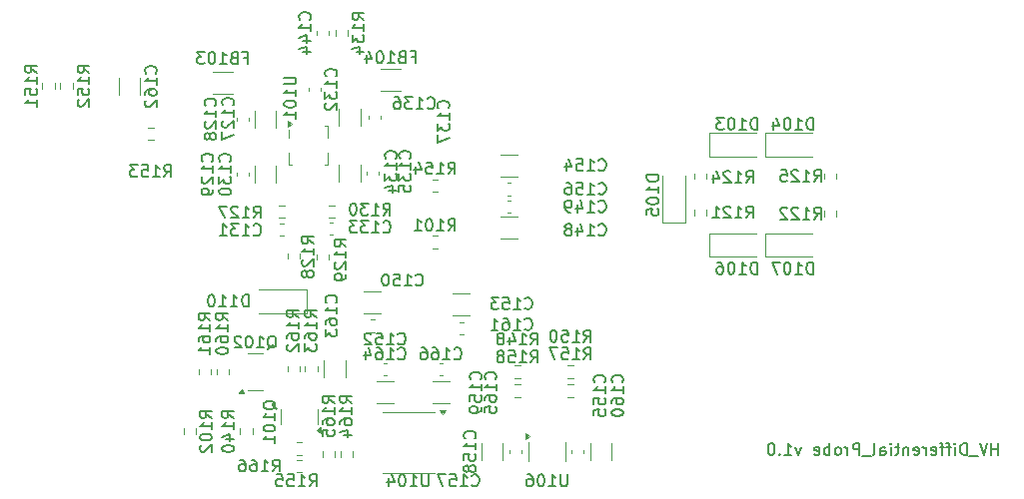
<source format=gbr>
%TF.GenerationSoftware,KiCad,Pcbnew,9.0.0*%
%TF.CreationDate,2025-04-26T17:32:35+02:00*%
%TF.ProjectId,Differential_Probe,44696666-6572-4656-9e74-69616c5f5072,rev?*%
%TF.SameCoordinates,Original*%
%TF.FileFunction,Legend,Bot*%
%TF.FilePolarity,Positive*%
%FSLAX46Y46*%
G04 Gerber Fmt 4.6, Leading zero omitted, Abs format (unit mm)*
G04 Created by KiCad (PCBNEW 9.0.0) date 2025-04-26 17:32:35*
%MOMM*%
%LPD*%
G01*
G04 APERTURE LIST*
%ADD10C,0.200000*%
%ADD11C,0.150000*%
%ADD12C,0.120000*%
G04 APERTURE END LIST*
D10*
X183230326Y-147067219D02*
X183230326Y-146067219D01*
X183230326Y-146543409D02*
X182658898Y-146543409D01*
X182658898Y-147067219D02*
X182658898Y-146067219D01*
X182325564Y-146067219D02*
X181992231Y-147067219D01*
X181992231Y-147067219D02*
X181658898Y-146067219D01*
X181563660Y-147162457D02*
X180801755Y-147162457D01*
X180563659Y-147067219D02*
X180563659Y-146067219D01*
X180563659Y-146067219D02*
X180325564Y-146067219D01*
X180325564Y-146067219D02*
X180182707Y-146114838D01*
X180182707Y-146114838D02*
X180087469Y-146210076D01*
X180087469Y-146210076D02*
X180039850Y-146305314D01*
X180039850Y-146305314D02*
X179992231Y-146495790D01*
X179992231Y-146495790D02*
X179992231Y-146638647D01*
X179992231Y-146638647D02*
X180039850Y-146829123D01*
X180039850Y-146829123D02*
X180087469Y-146924361D01*
X180087469Y-146924361D02*
X180182707Y-147019600D01*
X180182707Y-147019600D02*
X180325564Y-147067219D01*
X180325564Y-147067219D02*
X180563659Y-147067219D01*
X179563659Y-147067219D02*
X179563659Y-146400552D01*
X179563659Y-146067219D02*
X179611278Y-146114838D01*
X179611278Y-146114838D02*
X179563659Y-146162457D01*
X179563659Y-146162457D02*
X179516040Y-146114838D01*
X179516040Y-146114838D02*
X179563659Y-146067219D01*
X179563659Y-146067219D02*
X179563659Y-146162457D01*
X179230326Y-146400552D02*
X178849374Y-146400552D01*
X179087469Y-147067219D02*
X179087469Y-146210076D01*
X179087469Y-146210076D02*
X179039850Y-146114838D01*
X179039850Y-146114838D02*
X178944612Y-146067219D01*
X178944612Y-146067219D02*
X178849374Y-146067219D01*
X178658897Y-146400552D02*
X178277945Y-146400552D01*
X178516040Y-147067219D02*
X178516040Y-146210076D01*
X178516040Y-146210076D02*
X178468421Y-146114838D01*
X178468421Y-146114838D02*
X178373183Y-146067219D01*
X178373183Y-146067219D02*
X178277945Y-146067219D01*
X177563659Y-147019600D02*
X177658897Y-147067219D01*
X177658897Y-147067219D02*
X177849373Y-147067219D01*
X177849373Y-147067219D02*
X177944611Y-147019600D01*
X177944611Y-147019600D02*
X177992230Y-146924361D01*
X177992230Y-146924361D02*
X177992230Y-146543409D01*
X177992230Y-146543409D02*
X177944611Y-146448171D01*
X177944611Y-146448171D02*
X177849373Y-146400552D01*
X177849373Y-146400552D02*
X177658897Y-146400552D01*
X177658897Y-146400552D02*
X177563659Y-146448171D01*
X177563659Y-146448171D02*
X177516040Y-146543409D01*
X177516040Y-146543409D02*
X177516040Y-146638647D01*
X177516040Y-146638647D02*
X177992230Y-146733885D01*
X177087468Y-147067219D02*
X177087468Y-146400552D01*
X177087468Y-146591028D02*
X177039849Y-146495790D01*
X177039849Y-146495790D02*
X176992230Y-146448171D01*
X176992230Y-146448171D02*
X176896992Y-146400552D01*
X176896992Y-146400552D02*
X176801754Y-146400552D01*
X176087468Y-147019600D02*
X176182706Y-147067219D01*
X176182706Y-147067219D02*
X176373182Y-147067219D01*
X176373182Y-147067219D02*
X176468420Y-147019600D01*
X176468420Y-147019600D02*
X176516039Y-146924361D01*
X176516039Y-146924361D02*
X176516039Y-146543409D01*
X176516039Y-146543409D02*
X176468420Y-146448171D01*
X176468420Y-146448171D02*
X176373182Y-146400552D01*
X176373182Y-146400552D02*
X176182706Y-146400552D01*
X176182706Y-146400552D02*
X176087468Y-146448171D01*
X176087468Y-146448171D02*
X176039849Y-146543409D01*
X176039849Y-146543409D02*
X176039849Y-146638647D01*
X176039849Y-146638647D02*
X176516039Y-146733885D01*
X175611277Y-146400552D02*
X175611277Y-147067219D01*
X175611277Y-146495790D02*
X175563658Y-146448171D01*
X175563658Y-146448171D02*
X175468420Y-146400552D01*
X175468420Y-146400552D02*
X175325563Y-146400552D01*
X175325563Y-146400552D02*
X175230325Y-146448171D01*
X175230325Y-146448171D02*
X175182706Y-146543409D01*
X175182706Y-146543409D02*
X175182706Y-147067219D01*
X174849372Y-146400552D02*
X174468420Y-146400552D01*
X174706515Y-146067219D02*
X174706515Y-146924361D01*
X174706515Y-146924361D02*
X174658896Y-147019600D01*
X174658896Y-147019600D02*
X174563658Y-147067219D01*
X174563658Y-147067219D02*
X174468420Y-147067219D01*
X174135086Y-147067219D02*
X174135086Y-146400552D01*
X174135086Y-146067219D02*
X174182705Y-146114838D01*
X174182705Y-146114838D02*
X174135086Y-146162457D01*
X174135086Y-146162457D02*
X174087467Y-146114838D01*
X174087467Y-146114838D02*
X174135086Y-146067219D01*
X174135086Y-146067219D02*
X174135086Y-146162457D01*
X173230325Y-147067219D02*
X173230325Y-146543409D01*
X173230325Y-146543409D02*
X173277944Y-146448171D01*
X173277944Y-146448171D02*
X173373182Y-146400552D01*
X173373182Y-146400552D02*
X173563658Y-146400552D01*
X173563658Y-146400552D02*
X173658896Y-146448171D01*
X173230325Y-147019600D02*
X173325563Y-147067219D01*
X173325563Y-147067219D02*
X173563658Y-147067219D01*
X173563658Y-147067219D02*
X173658896Y-147019600D01*
X173658896Y-147019600D02*
X173706515Y-146924361D01*
X173706515Y-146924361D02*
X173706515Y-146829123D01*
X173706515Y-146829123D02*
X173658896Y-146733885D01*
X173658896Y-146733885D02*
X173563658Y-146686266D01*
X173563658Y-146686266D02*
X173325563Y-146686266D01*
X173325563Y-146686266D02*
X173230325Y-146638647D01*
X172611277Y-147067219D02*
X172706515Y-147019600D01*
X172706515Y-147019600D02*
X172754134Y-146924361D01*
X172754134Y-146924361D02*
X172754134Y-146067219D01*
X172468420Y-147162457D02*
X171706515Y-147162457D01*
X171468419Y-147067219D02*
X171468419Y-146067219D01*
X171468419Y-146067219D02*
X171087467Y-146067219D01*
X171087467Y-146067219D02*
X170992229Y-146114838D01*
X170992229Y-146114838D02*
X170944610Y-146162457D01*
X170944610Y-146162457D02*
X170896991Y-146257695D01*
X170896991Y-146257695D02*
X170896991Y-146400552D01*
X170896991Y-146400552D02*
X170944610Y-146495790D01*
X170944610Y-146495790D02*
X170992229Y-146543409D01*
X170992229Y-146543409D02*
X171087467Y-146591028D01*
X171087467Y-146591028D02*
X171468419Y-146591028D01*
X170468419Y-147067219D02*
X170468419Y-146400552D01*
X170468419Y-146591028D02*
X170420800Y-146495790D01*
X170420800Y-146495790D02*
X170373181Y-146448171D01*
X170373181Y-146448171D02*
X170277943Y-146400552D01*
X170277943Y-146400552D02*
X170182705Y-146400552D01*
X169706514Y-147067219D02*
X169801752Y-147019600D01*
X169801752Y-147019600D02*
X169849371Y-146971980D01*
X169849371Y-146971980D02*
X169896990Y-146876742D01*
X169896990Y-146876742D02*
X169896990Y-146591028D01*
X169896990Y-146591028D02*
X169849371Y-146495790D01*
X169849371Y-146495790D02*
X169801752Y-146448171D01*
X169801752Y-146448171D02*
X169706514Y-146400552D01*
X169706514Y-146400552D02*
X169563657Y-146400552D01*
X169563657Y-146400552D02*
X169468419Y-146448171D01*
X169468419Y-146448171D02*
X169420800Y-146495790D01*
X169420800Y-146495790D02*
X169373181Y-146591028D01*
X169373181Y-146591028D02*
X169373181Y-146876742D01*
X169373181Y-146876742D02*
X169420800Y-146971980D01*
X169420800Y-146971980D02*
X169468419Y-147019600D01*
X169468419Y-147019600D02*
X169563657Y-147067219D01*
X169563657Y-147067219D02*
X169706514Y-147067219D01*
X168944609Y-147067219D02*
X168944609Y-146067219D01*
X168944609Y-146448171D02*
X168849371Y-146400552D01*
X168849371Y-146400552D02*
X168658895Y-146400552D01*
X168658895Y-146400552D02*
X168563657Y-146448171D01*
X168563657Y-146448171D02*
X168516038Y-146495790D01*
X168516038Y-146495790D02*
X168468419Y-146591028D01*
X168468419Y-146591028D02*
X168468419Y-146876742D01*
X168468419Y-146876742D02*
X168516038Y-146971980D01*
X168516038Y-146971980D02*
X168563657Y-147019600D01*
X168563657Y-147019600D02*
X168658895Y-147067219D01*
X168658895Y-147067219D02*
X168849371Y-147067219D01*
X168849371Y-147067219D02*
X168944609Y-147019600D01*
X167658895Y-147019600D02*
X167754133Y-147067219D01*
X167754133Y-147067219D02*
X167944609Y-147067219D01*
X167944609Y-147067219D02*
X168039847Y-147019600D01*
X168039847Y-147019600D02*
X168087466Y-146924361D01*
X168087466Y-146924361D02*
X168087466Y-146543409D01*
X168087466Y-146543409D02*
X168039847Y-146448171D01*
X168039847Y-146448171D02*
X167944609Y-146400552D01*
X167944609Y-146400552D02*
X167754133Y-146400552D01*
X167754133Y-146400552D02*
X167658895Y-146448171D01*
X167658895Y-146448171D02*
X167611276Y-146543409D01*
X167611276Y-146543409D02*
X167611276Y-146638647D01*
X167611276Y-146638647D02*
X168087466Y-146733885D01*
X166516037Y-146400552D02*
X166277942Y-147067219D01*
X166277942Y-147067219D02*
X166039847Y-146400552D01*
X165135085Y-147067219D02*
X165706513Y-147067219D01*
X165420799Y-147067219D02*
X165420799Y-146067219D01*
X165420799Y-146067219D02*
X165516037Y-146210076D01*
X165516037Y-146210076D02*
X165611275Y-146305314D01*
X165611275Y-146305314D02*
X165706513Y-146352933D01*
X164706513Y-146971980D02*
X164658894Y-147019600D01*
X164658894Y-147019600D02*
X164706513Y-147067219D01*
X164706513Y-147067219D02*
X164754132Y-147019600D01*
X164754132Y-147019600D02*
X164706513Y-146971980D01*
X164706513Y-146971980D02*
X164706513Y-147067219D01*
X164039847Y-146067219D02*
X163944609Y-146067219D01*
X163944609Y-146067219D02*
X163849371Y-146114838D01*
X163849371Y-146114838D02*
X163801752Y-146162457D01*
X163801752Y-146162457D02*
X163754133Y-146257695D01*
X163754133Y-146257695D02*
X163706514Y-146448171D01*
X163706514Y-146448171D02*
X163706514Y-146686266D01*
X163706514Y-146686266D02*
X163754133Y-146876742D01*
X163754133Y-146876742D02*
X163801752Y-146971980D01*
X163801752Y-146971980D02*
X163849371Y-147019600D01*
X163849371Y-147019600D02*
X163944609Y-147067219D01*
X163944609Y-147067219D02*
X164039847Y-147067219D01*
X164039847Y-147067219D02*
X164135085Y-147019600D01*
X164135085Y-147019600D02*
X164182704Y-146971980D01*
X164182704Y-146971980D02*
X164230323Y-146876742D01*
X164230323Y-146876742D02*
X164277942Y-146686266D01*
X164277942Y-146686266D02*
X164277942Y-146448171D01*
X164277942Y-146448171D02*
X164230323Y-146257695D01*
X164230323Y-146257695D02*
X164182704Y-146162457D01*
X164182704Y-146162457D02*
X164135085Y-146114838D01*
X164135085Y-146114838D02*
X164039847Y-146067219D01*
D11*
X118454819Y-143930952D02*
X117978628Y-143597619D01*
X118454819Y-143359524D02*
X117454819Y-143359524D01*
X117454819Y-143359524D02*
X117454819Y-143740476D01*
X117454819Y-143740476D02*
X117502438Y-143835714D01*
X117502438Y-143835714D02*
X117550057Y-143883333D01*
X117550057Y-143883333D02*
X117645295Y-143930952D01*
X117645295Y-143930952D02*
X117788152Y-143930952D01*
X117788152Y-143930952D02*
X117883390Y-143883333D01*
X117883390Y-143883333D02*
X117931009Y-143835714D01*
X117931009Y-143835714D02*
X117978628Y-143740476D01*
X117978628Y-143740476D02*
X117978628Y-143359524D01*
X118454819Y-144883333D02*
X118454819Y-144311905D01*
X118454819Y-144597619D02*
X117454819Y-144597619D01*
X117454819Y-144597619D02*
X117597676Y-144502381D01*
X117597676Y-144502381D02*
X117692914Y-144407143D01*
X117692914Y-144407143D02*
X117740533Y-144311905D01*
X117788152Y-145740476D02*
X118454819Y-145740476D01*
X117407200Y-145502381D02*
X118121485Y-145264286D01*
X118121485Y-145264286D02*
X118121485Y-145883333D01*
X117454819Y-146454762D02*
X117454819Y-146550000D01*
X117454819Y-146550000D02*
X117502438Y-146645238D01*
X117502438Y-146645238D02*
X117550057Y-146692857D01*
X117550057Y-146692857D02*
X117645295Y-146740476D01*
X117645295Y-146740476D02*
X117835771Y-146788095D01*
X117835771Y-146788095D02*
X118073866Y-146788095D01*
X118073866Y-146788095D02*
X118264342Y-146740476D01*
X118264342Y-146740476D02*
X118359580Y-146692857D01*
X118359580Y-146692857D02*
X118407200Y-146645238D01*
X118407200Y-146645238D02*
X118454819Y-146550000D01*
X118454819Y-146550000D02*
X118454819Y-146454762D01*
X118454819Y-146454762D02*
X118407200Y-146359524D01*
X118407200Y-146359524D02*
X118359580Y-146311905D01*
X118359580Y-146311905D02*
X118264342Y-146264286D01*
X118264342Y-146264286D02*
X118073866Y-146216667D01*
X118073866Y-146216667D02*
X117835771Y-146216667D01*
X117835771Y-146216667D02*
X117645295Y-146264286D01*
X117645295Y-146264286D02*
X117550057Y-146311905D01*
X117550057Y-146311905D02*
X117502438Y-146359524D01*
X117502438Y-146359524D02*
X117454819Y-146454762D01*
X167619047Y-127042319D02*
X167952380Y-126566128D01*
X168190475Y-127042319D02*
X168190475Y-126042319D01*
X168190475Y-126042319D02*
X167809523Y-126042319D01*
X167809523Y-126042319D02*
X167714285Y-126089938D01*
X167714285Y-126089938D02*
X167666666Y-126137557D01*
X167666666Y-126137557D02*
X167619047Y-126232795D01*
X167619047Y-126232795D02*
X167619047Y-126375652D01*
X167619047Y-126375652D02*
X167666666Y-126470890D01*
X167666666Y-126470890D02*
X167714285Y-126518509D01*
X167714285Y-126518509D02*
X167809523Y-126566128D01*
X167809523Y-126566128D02*
X168190475Y-126566128D01*
X166666666Y-127042319D02*
X167238094Y-127042319D01*
X166952380Y-127042319D02*
X166952380Y-126042319D01*
X166952380Y-126042319D02*
X167047618Y-126185176D01*
X167047618Y-126185176D02*
X167142856Y-126280414D01*
X167142856Y-126280414D02*
X167238094Y-126328033D01*
X166285713Y-126137557D02*
X166238094Y-126089938D01*
X166238094Y-126089938D02*
X166142856Y-126042319D01*
X166142856Y-126042319D02*
X165904761Y-126042319D01*
X165904761Y-126042319D02*
X165809523Y-126089938D01*
X165809523Y-126089938D02*
X165761904Y-126137557D01*
X165761904Y-126137557D02*
X165714285Y-126232795D01*
X165714285Y-126232795D02*
X165714285Y-126328033D01*
X165714285Y-126328033D02*
X165761904Y-126470890D01*
X165761904Y-126470890D02*
X166333332Y-127042319D01*
X166333332Y-127042319D02*
X165714285Y-127042319D01*
X165333332Y-126137557D02*
X165285713Y-126089938D01*
X165285713Y-126089938D02*
X165190475Y-126042319D01*
X165190475Y-126042319D02*
X164952380Y-126042319D01*
X164952380Y-126042319D02*
X164857142Y-126089938D01*
X164857142Y-126089938D02*
X164809523Y-126137557D01*
X164809523Y-126137557D02*
X164761904Y-126232795D01*
X164761904Y-126232795D02*
X164761904Y-126328033D01*
X164761904Y-126328033D02*
X164809523Y-126470890D01*
X164809523Y-126470890D02*
X165380951Y-127042319D01*
X165380951Y-127042319D02*
X164761904Y-127042319D01*
X119292689Y-113341419D02*
X119626022Y-113341419D01*
X119626022Y-113865229D02*
X119626022Y-112865229D01*
X119626022Y-112865229D02*
X119149832Y-112865229D01*
X118435546Y-113341419D02*
X118292689Y-113389038D01*
X118292689Y-113389038D02*
X118245070Y-113436657D01*
X118245070Y-113436657D02*
X118197451Y-113531895D01*
X118197451Y-113531895D02*
X118197451Y-113674752D01*
X118197451Y-113674752D02*
X118245070Y-113769990D01*
X118245070Y-113769990D02*
X118292689Y-113817610D01*
X118292689Y-113817610D02*
X118387927Y-113865229D01*
X118387927Y-113865229D02*
X118768879Y-113865229D01*
X118768879Y-113865229D02*
X118768879Y-112865229D01*
X118768879Y-112865229D02*
X118435546Y-112865229D01*
X118435546Y-112865229D02*
X118340308Y-112912848D01*
X118340308Y-112912848D02*
X118292689Y-112960467D01*
X118292689Y-112960467D02*
X118245070Y-113055705D01*
X118245070Y-113055705D02*
X118245070Y-113150943D01*
X118245070Y-113150943D02*
X118292689Y-113246181D01*
X118292689Y-113246181D02*
X118340308Y-113293800D01*
X118340308Y-113293800D02*
X118435546Y-113341419D01*
X118435546Y-113341419D02*
X118768879Y-113341419D01*
X117245070Y-113865229D02*
X117816498Y-113865229D01*
X117530784Y-113865229D02*
X117530784Y-112865229D01*
X117530784Y-112865229D02*
X117626022Y-113008086D01*
X117626022Y-113008086D02*
X117721260Y-113103324D01*
X117721260Y-113103324D02*
X117816498Y-113150943D01*
X116626022Y-112865229D02*
X116530784Y-112865229D01*
X116530784Y-112865229D02*
X116435546Y-112912848D01*
X116435546Y-112912848D02*
X116387927Y-112960467D01*
X116387927Y-112960467D02*
X116340308Y-113055705D01*
X116340308Y-113055705D02*
X116292689Y-113246181D01*
X116292689Y-113246181D02*
X116292689Y-113484276D01*
X116292689Y-113484276D02*
X116340308Y-113674752D01*
X116340308Y-113674752D02*
X116387927Y-113769990D01*
X116387927Y-113769990D02*
X116435546Y-113817610D01*
X116435546Y-113817610D02*
X116530784Y-113865229D01*
X116530784Y-113865229D02*
X116626022Y-113865229D01*
X116626022Y-113865229D02*
X116721260Y-113817610D01*
X116721260Y-113817610D02*
X116768879Y-113769990D01*
X116768879Y-113769990D02*
X116816498Y-113674752D01*
X116816498Y-113674752D02*
X116864117Y-113484276D01*
X116864117Y-113484276D02*
X116864117Y-113246181D01*
X116864117Y-113246181D02*
X116816498Y-113055705D01*
X116816498Y-113055705D02*
X116768879Y-112960467D01*
X116768879Y-112960467D02*
X116721260Y-112912848D01*
X116721260Y-112912848D02*
X116626022Y-112865229D01*
X115959355Y-112865229D02*
X115340308Y-112865229D01*
X115340308Y-112865229D02*
X115673641Y-113246181D01*
X115673641Y-113246181D02*
X115530784Y-113246181D01*
X115530784Y-113246181D02*
X115435546Y-113293800D01*
X115435546Y-113293800D02*
X115387927Y-113341419D01*
X115387927Y-113341419D02*
X115340308Y-113436657D01*
X115340308Y-113436657D02*
X115340308Y-113674752D01*
X115340308Y-113674752D02*
X115387927Y-113769990D01*
X115387927Y-113769990D02*
X115435546Y-113817610D01*
X115435546Y-113817610D02*
X115530784Y-113865229D01*
X115530784Y-113865229D02*
X115816498Y-113865229D01*
X115816498Y-113865229D02*
X115911736Y-113817610D01*
X115911736Y-113817610D02*
X115959355Y-113769990D01*
X149859580Y-140880952D02*
X149907200Y-140833333D01*
X149907200Y-140833333D02*
X149954819Y-140690476D01*
X149954819Y-140690476D02*
X149954819Y-140595238D01*
X149954819Y-140595238D02*
X149907200Y-140452381D01*
X149907200Y-140452381D02*
X149811961Y-140357143D01*
X149811961Y-140357143D02*
X149716723Y-140309524D01*
X149716723Y-140309524D02*
X149526247Y-140261905D01*
X149526247Y-140261905D02*
X149383390Y-140261905D01*
X149383390Y-140261905D02*
X149192914Y-140309524D01*
X149192914Y-140309524D02*
X149097676Y-140357143D01*
X149097676Y-140357143D02*
X149002438Y-140452381D01*
X149002438Y-140452381D02*
X148954819Y-140595238D01*
X148954819Y-140595238D02*
X148954819Y-140690476D01*
X148954819Y-140690476D02*
X149002438Y-140833333D01*
X149002438Y-140833333D02*
X149050057Y-140880952D01*
X149954819Y-141833333D02*
X149954819Y-141261905D01*
X149954819Y-141547619D02*
X148954819Y-141547619D01*
X148954819Y-141547619D02*
X149097676Y-141452381D01*
X149097676Y-141452381D02*
X149192914Y-141357143D01*
X149192914Y-141357143D02*
X149240533Y-141261905D01*
X148954819Y-142738095D02*
X148954819Y-142261905D01*
X148954819Y-142261905D02*
X149431009Y-142214286D01*
X149431009Y-142214286D02*
X149383390Y-142261905D01*
X149383390Y-142261905D02*
X149335771Y-142357143D01*
X149335771Y-142357143D02*
X149335771Y-142595238D01*
X149335771Y-142595238D02*
X149383390Y-142690476D01*
X149383390Y-142690476D02*
X149431009Y-142738095D01*
X149431009Y-142738095D02*
X149526247Y-142785714D01*
X149526247Y-142785714D02*
X149764342Y-142785714D01*
X149764342Y-142785714D02*
X149859580Y-142738095D01*
X149859580Y-142738095D02*
X149907200Y-142690476D01*
X149907200Y-142690476D02*
X149954819Y-142595238D01*
X149954819Y-142595238D02*
X149954819Y-142357143D01*
X149954819Y-142357143D02*
X149907200Y-142261905D01*
X149907200Y-142261905D02*
X149859580Y-142214286D01*
X148954819Y-143690476D02*
X148954819Y-143214286D01*
X148954819Y-143214286D02*
X149431009Y-143166667D01*
X149431009Y-143166667D02*
X149383390Y-143214286D01*
X149383390Y-143214286D02*
X149335771Y-143309524D01*
X149335771Y-143309524D02*
X149335771Y-143547619D01*
X149335771Y-143547619D02*
X149383390Y-143642857D01*
X149383390Y-143642857D02*
X149431009Y-143690476D01*
X149431009Y-143690476D02*
X149526247Y-143738095D01*
X149526247Y-143738095D02*
X149764342Y-143738095D01*
X149764342Y-143738095D02*
X149859580Y-143690476D01*
X149859580Y-143690476D02*
X149907200Y-143642857D01*
X149907200Y-143642857D02*
X149954819Y-143547619D01*
X149954819Y-143547619D02*
X149954819Y-143309524D01*
X149954819Y-143309524D02*
X149907200Y-143214286D01*
X149907200Y-143214286D02*
X149859580Y-143166667D01*
X129484819Y-110118452D02*
X129008628Y-109785119D01*
X129484819Y-109547024D02*
X128484819Y-109547024D01*
X128484819Y-109547024D02*
X128484819Y-109927976D01*
X128484819Y-109927976D02*
X128532438Y-110023214D01*
X128532438Y-110023214D02*
X128580057Y-110070833D01*
X128580057Y-110070833D02*
X128675295Y-110118452D01*
X128675295Y-110118452D02*
X128818152Y-110118452D01*
X128818152Y-110118452D02*
X128913390Y-110070833D01*
X128913390Y-110070833D02*
X128961009Y-110023214D01*
X128961009Y-110023214D02*
X129008628Y-109927976D01*
X129008628Y-109927976D02*
X129008628Y-109547024D01*
X129484819Y-111070833D02*
X129484819Y-110499405D01*
X129484819Y-110785119D02*
X128484819Y-110785119D01*
X128484819Y-110785119D02*
X128627676Y-110689881D01*
X128627676Y-110689881D02*
X128722914Y-110594643D01*
X128722914Y-110594643D02*
X128770533Y-110499405D01*
X128484819Y-111404167D02*
X128484819Y-112023214D01*
X128484819Y-112023214D02*
X128865771Y-111689881D01*
X128865771Y-111689881D02*
X128865771Y-111832738D01*
X128865771Y-111832738D02*
X128913390Y-111927976D01*
X128913390Y-111927976D02*
X128961009Y-111975595D01*
X128961009Y-111975595D02*
X129056247Y-112023214D01*
X129056247Y-112023214D02*
X129294342Y-112023214D01*
X129294342Y-112023214D02*
X129389580Y-111975595D01*
X129389580Y-111975595D02*
X129437200Y-111927976D01*
X129437200Y-111927976D02*
X129484819Y-111832738D01*
X129484819Y-111832738D02*
X129484819Y-111547024D01*
X129484819Y-111547024D02*
X129437200Y-111451786D01*
X129437200Y-111451786D02*
X129389580Y-111404167D01*
X128818152Y-112880357D02*
X129484819Y-112880357D01*
X128437200Y-112642262D02*
X129151485Y-112404167D01*
X129151485Y-112404167D02*
X129151485Y-113023214D01*
X138619047Y-149609580D02*
X138666666Y-149657200D01*
X138666666Y-149657200D02*
X138809523Y-149704819D01*
X138809523Y-149704819D02*
X138904761Y-149704819D01*
X138904761Y-149704819D02*
X139047618Y-149657200D01*
X139047618Y-149657200D02*
X139142856Y-149561961D01*
X139142856Y-149561961D02*
X139190475Y-149466723D01*
X139190475Y-149466723D02*
X139238094Y-149276247D01*
X139238094Y-149276247D02*
X139238094Y-149133390D01*
X139238094Y-149133390D02*
X139190475Y-148942914D01*
X139190475Y-148942914D02*
X139142856Y-148847676D01*
X139142856Y-148847676D02*
X139047618Y-148752438D01*
X139047618Y-148752438D02*
X138904761Y-148704819D01*
X138904761Y-148704819D02*
X138809523Y-148704819D01*
X138809523Y-148704819D02*
X138666666Y-148752438D01*
X138666666Y-148752438D02*
X138619047Y-148800057D01*
X137666666Y-149704819D02*
X138238094Y-149704819D01*
X137952380Y-149704819D02*
X137952380Y-148704819D01*
X137952380Y-148704819D02*
X138047618Y-148847676D01*
X138047618Y-148847676D02*
X138142856Y-148942914D01*
X138142856Y-148942914D02*
X138238094Y-148990533D01*
X136761904Y-148704819D02*
X137238094Y-148704819D01*
X137238094Y-148704819D02*
X137285713Y-149181009D01*
X137285713Y-149181009D02*
X137238094Y-149133390D01*
X137238094Y-149133390D02*
X137142856Y-149085771D01*
X137142856Y-149085771D02*
X136904761Y-149085771D01*
X136904761Y-149085771D02*
X136809523Y-149133390D01*
X136809523Y-149133390D02*
X136761904Y-149181009D01*
X136761904Y-149181009D02*
X136714285Y-149276247D01*
X136714285Y-149276247D02*
X136714285Y-149514342D01*
X136714285Y-149514342D02*
X136761904Y-149609580D01*
X136761904Y-149609580D02*
X136809523Y-149657200D01*
X136809523Y-149657200D02*
X136904761Y-149704819D01*
X136904761Y-149704819D02*
X137142856Y-149704819D01*
X137142856Y-149704819D02*
X137238094Y-149657200D01*
X137238094Y-149657200D02*
X137285713Y-149609580D01*
X136380951Y-148704819D02*
X135714285Y-148704819D01*
X135714285Y-148704819D02*
X136142856Y-149704819D01*
X134869047Y-117609580D02*
X134916666Y-117657200D01*
X134916666Y-117657200D02*
X135059523Y-117704819D01*
X135059523Y-117704819D02*
X135154761Y-117704819D01*
X135154761Y-117704819D02*
X135297618Y-117657200D01*
X135297618Y-117657200D02*
X135392856Y-117561961D01*
X135392856Y-117561961D02*
X135440475Y-117466723D01*
X135440475Y-117466723D02*
X135488094Y-117276247D01*
X135488094Y-117276247D02*
X135488094Y-117133390D01*
X135488094Y-117133390D02*
X135440475Y-116942914D01*
X135440475Y-116942914D02*
X135392856Y-116847676D01*
X135392856Y-116847676D02*
X135297618Y-116752438D01*
X135297618Y-116752438D02*
X135154761Y-116704819D01*
X135154761Y-116704819D02*
X135059523Y-116704819D01*
X135059523Y-116704819D02*
X134916666Y-116752438D01*
X134916666Y-116752438D02*
X134869047Y-116800057D01*
X133916666Y-117704819D02*
X134488094Y-117704819D01*
X134202380Y-117704819D02*
X134202380Y-116704819D01*
X134202380Y-116704819D02*
X134297618Y-116847676D01*
X134297618Y-116847676D02*
X134392856Y-116942914D01*
X134392856Y-116942914D02*
X134488094Y-116990533D01*
X133583332Y-116704819D02*
X132964285Y-116704819D01*
X132964285Y-116704819D02*
X133297618Y-117085771D01*
X133297618Y-117085771D02*
X133154761Y-117085771D01*
X133154761Y-117085771D02*
X133059523Y-117133390D01*
X133059523Y-117133390D02*
X133011904Y-117181009D01*
X133011904Y-117181009D02*
X132964285Y-117276247D01*
X132964285Y-117276247D02*
X132964285Y-117514342D01*
X132964285Y-117514342D02*
X133011904Y-117609580D01*
X133011904Y-117609580D02*
X133059523Y-117657200D01*
X133059523Y-117657200D02*
X133154761Y-117704819D01*
X133154761Y-117704819D02*
X133440475Y-117704819D01*
X133440475Y-117704819D02*
X133535713Y-117657200D01*
X133535713Y-117657200D02*
X133583332Y-117609580D01*
X132107142Y-116704819D02*
X132297618Y-116704819D01*
X132297618Y-116704819D02*
X132392856Y-116752438D01*
X132392856Y-116752438D02*
X132440475Y-116800057D01*
X132440475Y-116800057D02*
X132535713Y-116942914D01*
X132535713Y-116942914D02*
X132583332Y-117133390D01*
X132583332Y-117133390D02*
X132583332Y-117514342D01*
X132583332Y-117514342D02*
X132535713Y-117609580D01*
X132535713Y-117609580D02*
X132488094Y-117657200D01*
X132488094Y-117657200D02*
X132392856Y-117704819D01*
X132392856Y-117704819D02*
X132202380Y-117704819D01*
X132202380Y-117704819D02*
X132107142Y-117657200D01*
X132107142Y-117657200D02*
X132059523Y-117609580D01*
X132059523Y-117609580D02*
X132011904Y-117514342D01*
X132011904Y-117514342D02*
X132011904Y-117276247D01*
X132011904Y-117276247D02*
X132059523Y-117181009D01*
X132059523Y-117181009D02*
X132107142Y-117133390D01*
X132107142Y-117133390D02*
X132202380Y-117085771D01*
X132202380Y-117085771D02*
X132392856Y-117085771D01*
X132392856Y-117085771D02*
X132488094Y-117133390D01*
X132488094Y-117133390D02*
X132535713Y-117181009D01*
X132535713Y-117181009D02*
X132583332Y-117276247D01*
X138859580Y-145630952D02*
X138907200Y-145583333D01*
X138907200Y-145583333D02*
X138954819Y-145440476D01*
X138954819Y-145440476D02*
X138954819Y-145345238D01*
X138954819Y-145345238D02*
X138907200Y-145202381D01*
X138907200Y-145202381D02*
X138811961Y-145107143D01*
X138811961Y-145107143D02*
X138716723Y-145059524D01*
X138716723Y-145059524D02*
X138526247Y-145011905D01*
X138526247Y-145011905D02*
X138383390Y-145011905D01*
X138383390Y-145011905D02*
X138192914Y-145059524D01*
X138192914Y-145059524D02*
X138097676Y-145107143D01*
X138097676Y-145107143D02*
X138002438Y-145202381D01*
X138002438Y-145202381D02*
X137954819Y-145345238D01*
X137954819Y-145345238D02*
X137954819Y-145440476D01*
X137954819Y-145440476D02*
X138002438Y-145583333D01*
X138002438Y-145583333D02*
X138050057Y-145630952D01*
X138954819Y-146583333D02*
X138954819Y-146011905D01*
X138954819Y-146297619D02*
X137954819Y-146297619D01*
X137954819Y-146297619D02*
X138097676Y-146202381D01*
X138097676Y-146202381D02*
X138192914Y-146107143D01*
X138192914Y-146107143D02*
X138240533Y-146011905D01*
X137954819Y-147488095D02*
X137954819Y-147011905D01*
X137954819Y-147011905D02*
X138431009Y-146964286D01*
X138431009Y-146964286D02*
X138383390Y-147011905D01*
X138383390Y-147011905D02*
X138335771Y-147107143D01*
X138335771Y-147107143D02*
X138335771Y-147345238D01*
X138335771Y-147345238D02*
X138383390Y-147440476D01*
X138383390Y-147440476D02*
X138431009Y-147488095D01*
X138431009Y-147488095D02*
X138526247Y-147535714D01*
X138526247Y-147535714D02*
X138764342Y-147535714D01*
X138764342Y-147535714D02*
X138859580Y-147488095D01*
X138859580Y-147488095D02*
X138907200Y-147440476D01*
X138907200Y-147440476D02*
X138954819Y-147345238D01*
X138954819Y-147345238D02*
X138954819Y-147107143D01*
X138954819Y-147107143D02*
X138907200Y-147011905D01*
X138907200Y-147011905D02*
X138859580Y-146964286D01*
X138383390Y-148107143D02*
X138335771Y-148011905D01*
X138335771Y-148011905D02*
X138288152Y-147964286D01*
X138288152Y-147964286D02*
X138192914Y-147916667D01*
X138192914Y-147916667D02*
X138145295Y-147916667D01*
X138145295Y-147916667D02*
X138050057Y-147964286D01*
X138050057Y-147964286D02*
X138002438Y-148011905D01*
X138002438Y-148011905D02*
X137954819Y-148107143D01*
X137954819Y-148107143D02*
X137954819Y-148297619D01*
X137954819Y-148297619D02*
X138002438Y-148392857D01*
X138002438Y-148392857D02*
X138050057Y-148440476D01*
X138050057Y-148440476D02*
X138145295Y-148488095D01*
X138145295Y-148488095D02*
X138192914Y-148488095D01*
X138192914Y-148488095D02*
X138288152Y-148440476D01*
X138288152Y-148440476D02*
X138335771Y-148392857D01*
X138335771Y-148392857D02*
X138383390Y-148297619D01*
X138383390Y-148297619D02*
X138383390Y-148107143D01*
X138383390Y-148107143D02*
X138431009Y-148011905D01*
X138431009Y-148011905D02*
X138478628Y-147964286D01*
X138478628Y-147964286D02*
X138573866Y-147916667D01*
X138573866Y-147916667D02*
X138764342Y-147916667D01*
X138764342Y-147916667D02*
X138859580Y-147964286D01*
X138859580Y-147964286D02*
X138907200Y-148011905D01*
X138907200Y-148011905D02*
X138954819Y-148107143D01*
X138954819Y-148107143D02*
X138954819Y-148297619D01*
X138954819Y-148297619D02*
X138907200Y-148392857D01*
X138907200Y-148392857D02*
X138859580Y-148440476D01*
X138859580Y-148440476D02*
X138764342Y-148488095D01*
X138764342Y-148488095D02*
X138573866Y-148488095D01*
X138573866Y-148488095D02*
X138478628Y-148440476D01*
X138478628Y-148440476D02*
X138431009Y-148392857D01*
X138431009Y-148392857D02*
X138383390Y-148297619D01*
X162790475Y-119454819D02*
X162790475Y-118454819D01*
X162790475Y-118454819D02*
X162552380Y-118454819D01*
X162552380Y-118454819D02*
X162409523Y-118502438D01*
X162409523Y-118502438D02*
X162314285Y-118597676D01*
X162314285Y-118597676D02*
X162266666Y-118692914D01*
X162266666Y-118692914D02*
X162219047Y-118883390D01*
X162219047Y-118883390D02*
X162219047Y-119026247D01*
X162219047Y-119026247D02*
X162266666Y-119216723D01*
X162266666Y-119216723D02*
X162314285Y-119311961D01*
X162314285Y-119311961D02*
X162409523Y-119407200D01*
X162409523Y-119407200D02*
X162552380Y-119454819D01*
X162552380Y-119454819D02*
X162790475Y-119454819D01*
X161266666Y-119454819D02*
X161838094Y-119454819D01*
X161552380Y-119454819D02*
X161552380Y-118454819D01*
X161552380Y-118454819D02*
X161647618Y-118597676D01*
X161647618Y-118597676D02*
X161742856Y-118692914D01*
X161742856Y-118692914D02*
X161838094Y-118740533D01*
X160647618Y-118454819D02*
X160552380Y-118454819D01*
X160552380Y-118454819D02*
X160457142Y-118502438D01*
X160457142Y-118502438D02*
X160409523Y-118550057D01*
X160409523Y-118550057D02*
X160361904Y-118645295D01*
X160361904Y-118645295D02*
X160314285Y-118835771D01*
X160314285Y-118835771D02*
X160314285Y-119073866D01*
X160314285Y-119073866D02*
X160361904Y-119264342D01*
X160361904Y-119264342D02*
X160409523Y-119359580D01*
X160409523Y-119359580D02*
X160457142Y-119407200D01*
X160457142Y-119407200D02*
X160552380Y-119454819D01*
X160552380Y-119454819D02*
X160647618Y-119454819D01*
X160647618Y-119454819D02*
X160742856Y-119407200D01*
X160742856Y-119407200D02*
X160790475Y-119359580D01*
X160790475Y-119359580D02*
X160838094Y-119264342D01*
X160838094Y-119264342D02*
X160885713Y-119073866D01*
X160885713Y-119073866D02*
X160885713Y-118835771D01*
X160885713Y-118835771D02*
X160838094Y-118645295D01*
X160838094Y-118645295D02*
X160790475Y-118550057D01*
X160790475Y-118550057D02*
X160742856Y-118502438D01*
X160742856Y-118502438D02*
X160647618Y-118454819D01*
X159980951Y-118454819D02*
X159361904Y-118454819D01*
X159361904Y-118454819D02*
X159695237Y-118835771D01*
X159695237Y-118835771D02*
X159552380Y-118835771D01*
X159552380Y-118835771D02*
X159457142Y-118883390D01*
X159457142Y-118883390D02*
X159409523Y-118931009D01*
X159409523Y-118931009D02*
X159361904Y-119026247D01*
X159361904Y-119026247D02*
X159361904Y-119264342D01*
X159361904Y-119264342D02*
X159409523Y-119359580D01*
X159409523Y-119359580D02*
X159457142Y-119407200D01*
X159457142Y-119407200D02*
X159552380Y-119454819D01*
X159552380Y-119454819D02*
X159838094Y-119454819D01*
X159838094Y-119454819D02*
X159933332Y-119407200D01*
X159933332Y-119407200D02*
X159980951Y-119359580D01*
X133869047Y-132609580D02*
X133916666Y-132657200D01*
X133916666Y-132657200D02*
X134059523Y-132704819D01*
X134059523Y-132704819D02*
X134154761Y-132704819D01*
X134154761Y-132704819D02*
X134297618Y-132657200D01*
X134297618Y-132657200D02*
X134392856Y-132561961D01*
X134392856Y-132561961D02*
X134440475Y-132466723D01*
X134440475Y-132466723D02*
X134488094Y-132276247D01*
X134488094Y-132276247D02*
X134488094Y-132133390D01*
X134488094Y-132133390D02*
X134440475Y-131942914D01*
X134440475Y-131942914D02*
X134392856Y-131847676D01*
X134392856Y-131847676D02*
X134297618Y-131752438D01*
X134297618Y-131752438D02*
X134154761Y-131704819D01*
X134154761Y-131704819D02*
X134059523Y-131704819D01*
X134059523Y-131704819D02*
X133916666Y-131752438D01*
X133916666Y-131752438D02*
X133869047Y-131800057D01*
X132916666Y-132704819D02*
X133488094Y-132704819D01*
X133202380Y-132704819D02*
X133202380Y-131704819D01*
X133202380Y-131704819D02*
X133297618Y-131847676D01*
X133297618Y-131847676D02*
X133392856Y-131942914D01*
X133392856Y-131942914D02*
X133488094Y-131990533D01*
X132011904Y-131704819D02*
X132488094Y-131704819D01*
X132488094Y-131704819D02*
X132535713Y-132181009D01*
X132535713Y-132181009D02*
X132488094Y-132133390D01*
X132488094Y-132133390D02*
X132392856Y-132085771D01*
X132392856Y-132085771D02*
X132154761Y-132085771D01*
X132154761Y-132085771D02*
X132059523Y-132133390D01*
X132059523Y-132133390D02*
X132011904Y-132181009D01*
X132011904Y-132181009D02*
X131964285Y-132276247D01*
X131964285Y-132276247D02*
X131964285Y-132514342D01*
X131964285Y-132514342D02*
X132011904Y-132609580D01*
X132011904Y-132609580D02*
X132059523Y-132657200D01*
X132059523Y-132657200D02*
X132154761Y-132704819D01*
X132154761Y-132704819D02*
X132392856Y-132704819D01*
X132392856Y-132704819D02*
X132488094Y-132657200D01*
X132488094Y-132657200D02*
X132535713Y-132609580D01*
X131345237Y-131704819D02*
X131249999Y-131704819D01*
X131249999Y-131704819D02*
X131154761Y-131752438D01*
X131154761Y-131752438D02*
X131107142Y-131800057D01*
X131107142Y-131800057D02*
X131059523Y-131895295D01*
X131059523Y-131895295D02*
X131011904Y-132085771D01*
X131011904Y-132085771D02*
X131011904Y-132323866D01*
X131011904Y-132323866D02*
X131059523Y-132514342D01*
X131059523Y-132514342D02*
X131107142Y-132609580D01*
X131107142Y-132609580D02*
X131154761Y-132657200D01*
X131154761Y-132657200D02*
X131249999Y-132704819D01*
X131249999Y-132704819D02*
X131345237Y-132704819D01*
X131345237Y-132704819D02*
X131440475Y-132657200D01*
X131440475Y-132657200D02*
X131488094Y-132609580D01*
X131488094Y-132609580D02*
X131535713Y-132514342D01*
X131535713Y-132514342D02*
X131583332Y-132323866D01*
X131583332Y-132323866D02*
X131583332Y-132085771D01*
X131583332Y-132085771D02*
X131535713Y-131895295D01*
X131535713Y-131895295D02*
X131488094Y-131800057D01*
X131488094Y-131800057D02*
X131440475Y-131752438D01*
X131440475Y-131752438D02*
X131345237Y-131704819D01*
X111809580Y-114680952D02*
X111857200Y-114633333D01*
X111857200Y-114633333D02*
X111904819Y-114490476D01*
X111904819Y-114490476D02*
X111904819Y-114395238D01*
X111904819Y-114395238D02*
X111857200Y-114252381D01*
X111857200Y-114252381D02*
X111761961Y-114157143D01*
X111761961Y-114157143D02*
X111666723Y-114109524D01*
X111666723Y-114109524D02*
X111476247Y-114061905D01*
X111476247Y-114061905D02*
X111333390Y-114061905D01*
X111333390Y-114061905D02*
X111142914Y-114109524D01*
X111142914Y-114109524D02*
X111047676Y-114157143D01*
X111047676Y-114157143D02*
X110952438Y-114252381D01*
X110952438Y-114252381D02*
X110904819Y-114395238D01*
X110904819Y-114395238D02*
X110904819Y-114490476D01*
X110904819Y-114490476D02*
X110952438Y-114633333D01*
X110952438Y-114633333D02*
X111000057Y-114680952D01*
X111904819Y-115633333D02*
X111904819Y-115061905D01*
X111904819Y-115347619D02*
X110904819Y-115347619D01*
X110904819Y-115347619D02*
X111047676Y-115252381D01*
X111047676Y-115252381D02*
X111142914Y-115157143D01*
X111142914Y-115157143D02*
X111190533Y-115061905D01*
X110904819Y-116490476D02*
X110904819Y-116300000D01*
X110904819Y-116300000D02*
X110952438Y-116204762D01*
X110952438Y-116204762D02*
X111000057Y-116157143D01*
X111000057Y-116157143D02*
X111142914Y-116061905D01*
X111142914Y-116061905D02*
X111333390Y-116014286D01*
X111333390Y-116014286D02*
X111714342Y-116014286D01*
X111714342Y-116014286D02*
X111809580Y-116061905D01*
X111809580Y-116061905D02*
X111857200Y-116109524D01*
X111857200Y-116109524D02*
X111904819Y-116204762D01*
X111904819Y-116204762D02*
X111904819Y-116395238D01*
X111904819Y-116395238D02*
X111857200Y-116490476D01*
X111857200Y-116490476D02*
X111809580Y-116538095D01*
X111809580Y-116538095D02*
X111714342Y-116585714D01*
X111714342Y-116585714D02*
X111476247Y-116585714D01*
X111476247Y-116585714D02*
X111381009Y-116538095D01*
X111381009Y-116538095D02*
X111333390Y-116490476D01*
X111333390Y-116490476D02*
X111285771Y-116395238D01*
X111285771Y-116395238D02*
X111285771Y-116204762D01*
X111285771Y-116204762D02*
X111333390Y-116109524D01*
X111333390Y-116109524D02*
X111381009Y-116061905D01*
X111381009Y-116061905D02*
X111476247Y-116014286D01*
X111000057Y-116966667D02*
X110952438Y-117014286D01*
X110952438Y-117014286D02*
X110904819Y-117109524D01*
X110904819Y-117109524D02*
X110904819Y-117347619D01*
X110904819Y-117347619D02*
X110952438Y-117442857D01*
X110952438Y-117442857D02*
X111000057Y-117490476D01*
X111000057Y-117490476D02*
X111095295Y-117538095D01*
X111095295Y-117538095D02*
X111190533Y-117538095D01*
X111190533Y-117538095D02*
X111333390Y-117490476D01*
X111333390Y-117490476D02*
X111904819Y-116919048D01*
X111904819Y-116919048D02*
X111904819Y-117538095D01*
X133535714Y-113281009D02*
X133869047Y-113281009D01*
X133869047Y-113804819D02*
X133869047Y-112804819D01*
X133869047Y-112804819D02*
X133392857Y-112804819D01*
X132678571Y-113281009D02*
X132535714Y-113328628D01*
X132535714Y-113328628D02*
X132488095Y-113376247D01*
X132488095Y-113376247D02*
X132440476Y-113471485D01*
X132440476Y-113471485D02*
X132440476Y-113614342D01*
X132440476Y-113614342D02*
X132488095Y-113709580D01*
X132488095Y-113709580D02*
X132535714Y-113757200D01*
X132535714Y-113757200D02*
X132630952Y-113804819D01*
X132630952Y-113804819D02*
X133011904Y-113804819D01*
X133011904Y-113804819D02*
X133011904Y-112804819D01*
X133011904Y-112804819D02*
X132678571Y-112804819D01*
X132678571Y-112804819D02*
X132583333Y-112852438D01*
X132583333Y-112852438D02*
X132535714Y-112900057D01*
X132535714Y-112900057D02*
X132488095Y-112995295D01*
X132488095Y-112995295D02*
X132488095Y-113090533D01*
X132488095Y-113090533D02*
X132535714Y-113185771D01*
X132535714Y-113185771D02*
X132583333Y-113233390D01*
X132583333Y-113233390D02*
X132678571Y-113281009D01*
X132678571Y-113281009D02*
X133011904Y-113281009D01*
X131488095Y-113804819D02*
X132059523Y-113804819D01*
X131773809Y-113804819D02*
X131773809Y-112804819D01*
X131773809Y-112804819D02*
X131869047Y-112947676D01*
X131869047Y-112947676D02*
X131964285Y-113042914D01*
X131964285Y-113042914D02*
X132059523Y-113090533D01*
X130869047Y-112804819D02*
X130773809Y-112804819D01*
X130773809Y-112804819D02*
X130678571Y-112852438D01*
X130678571Y-112852438D02*
X130630952Y-112900057D01*
X130630952Y-112900057D02*
X130583333Y-112995295D01*
X130583333Y-112995295D02*
X130535714Y-113185771D01*
X130535714Y-113185771D02*
X130535714Y-113423866D01*
X130535714Y-113423866D02*
X130583333Y-113614342D01*
X130583333Y-113614342D02*
X130630952Y-113709580D01*
X130630952Y-113709580D02*
X130678571Y-113757200D01*
X130678571Y-113757200D02*
X130773809Y-113804819D01*
X130773809Y-113804819D02*
X130869047Y-113804819D01*
X130869047Y-113804819D02*
X130964285Y-113757200D01*
X130964285Y-113757200D02*
X131011904Y-113709580D01*
X131011904Y-113709580D02*
X131059523Y-113614342D01*
X131059523Y-113614342D02*
X131107142Y-113423866D01*
X131107142Y-113423866D02*
X131107142Y-113185771D01*
X131107142Y-113185771D02*
X131059523Y-112995295D01*
X131059523Y-112995295D02*
X131011904Y-112900057D01*
X131011904Y-112900057D02*
X130964285Y-112852438D01*
X130964285Y-112852438D02*
X130869047Y-112804819D01*
X129678571Y-113138152D02*
X129678571Y-113804819D01*
X129916666Y-112757200D02*
X130154761Y-113471485D01*
X130154761Y-113471485D02*
X129535714Y-113471485D01*
X120119047Y-128359580D02*
X120166666Y-128407200D01*
X120166666Y-128407200D02*
X120309523Y-128454819D01*
X120309523Y-128454819D02*
X120404761Y-128454819D01*
X120404761Y-128454819D02*
X120547618Y-128407200D01*
X120547618Y-128407200D02*
X120642856Y-128311961D01*
X120642856Y-128311961D02*
X120690475Y-128216723D01*
X120690475Y-128216723D02*
X120738094Y-128026247D01*
X120738094Y-128026247D02*
X120738094Y-127883390D01*
X120738094Y-127883390D02*
X120690475Y-127692914D01*
X120690475Y-127692914D02*
X120642856Y-127597676D01*
X120642856Y-127597676D02*
X120547618Y-127502438D01*
X120547618Y-127502438D02*
X120404761Y-127454819D01*
X120404761Y-127454819D02*
X120309523Y-127454819D01*
X120309523Y-127454819D02*
X120166666Y-127502438D01*
X120166666Y-127502438D02*
X120119047Y-127550057D01*
X119166666Y-128454819D02*
X119738094Y-128454819D01*
X119452380Y-128454819D02*
X119452380Y-127454819D01*
X119452380Y-127454819D02*
X119547618Y-127597676D01*
X119547618Y-127597676D02*
X119642856Y-127692914D01*
X119642856Y-127692914D02*
X119738094Y-127740533D01*
X118833332Y-127454819D02*
X118214285Y-127454819D01*
X118214285Y-127454819D02*
X118547618Y-127835771D01*
X118547618Y-127835771D02*
X118404761Y-127835771D01*
X118404761Y-127835771D02*
X118309523Y-127883390D01*
X118309523Y-127883390D02*
X118261904Y-127931009D01*
X118261904Y-127931009D02*
X118214285Y-128026247D01*
X118214285Y-128026247D02*
X118214285Y-128264342D01*
X118214285Y-128264342D02*
X118261904Y-128359580D01*
X118261904Y-128359580D02*
X118309523Y-128407200D01*
X118309523Y-128407200D02*
X118404761Y-128454819D01*
X118404761Y-128454819D02*
X118690475Y-128454819D01*
X118690475Y-128454819D02*
X118785713Y-128407200D01*
X118785713Y-128407200D02*
X118833332Y-128359580D01*
X117261904Y-128454819D02*
X117833332Y-128454819D01*
X117547618Y-128454819D02*
X117547618Y-127454819D01*
X117547618Y-127454819D02*
X117642856Y-127597676D01*
X117642856Y-127597676D02*
X117738094Y-127692914D01*
X117738094Y-127692914D02*
X117833332Y-127740533D01*
X131119047Y-126704819D02*
X131452380Y-126228628D01*
X131690475Y-126704819D02*
X131690475Y-125704819D01*
X131690475Y-125704819D02*
X131309523Y-125704819D01*
X131309523Y-125704819D02*
X131214285Y-125752438D01*
X131214285Y-125752438D02*
X131166666Y-125800057D01*
X131166666Y-125800057D02*
X131119047Y-125895295D01*
X131119047Y-125895295D02*
X131119047Y-126038152D01*
X131119047Y-126038152D02*
X131166666Y-126133390D01*
X131166666Y-126133390D02*
X131214285Y-126181009D01*
X131214285Y-126181009D02*
X131309523Y-126228628D01*
X131309523Y-126228628D02*
X131690475Y-126228628D01*
X130166666Y-126704819D02*
X130738094Y-126704819D01*
X130452380Y-126704819D02*
X130452380Y-125704819D01*
X130452380Y-125704819D02*
X130547618Y-125847676D01*
X130547618Y-125847676D02*
X130642856Y-125942914D01*
X130642856Y-125942914D02*
X130738094Y-125990533D01*
X129833332Y-125704819D02*
X129214285Y-125704819D01*
X129214285Y-125704819D02*
X129547618Y-126085771D01*
X129547618Y-126085771D02*
X129404761Y-126085771D01*
X129404761Y-126085771D02*
X129309523Y-126133390D01*
X129309523Y-126133390D02*
X129261904Y-126181009D01*
X129261904Y-126181009D02*
X129214285Y-126276247D01*
X129214285Y-126276247D02*
X129214285Y-126514342D01*
X129214285Y-126514342D02*
X129261904Y-126609580D01*
X129261904Y-126609580D02*
X129309523Y-126657200D01*
X129309523Y-126657200D02*
X129404761Y-126704819D01*
X129404761Y-126704819D02*
X129690475Y-126704819D01*
X129690475Y-126704819D02*
X129785713Y-126657200D01*
X129785713Y-126657200D02*
X129833332Y-126609580D01*
X128595237Y-125704819D02*
X128499999Y-125704819D01*
X128499999Y-125704819D02*
X128404761Y-125752438D01*
X128404761Y-125752438D02*
X128357142Y-125800057D01*
X128357142Y-125800057D02*
X128309523Y-125895295D01*
X128309523Y-125895295D02*
X128261904Y-126085771D01*
X128261904Y-126085771D02*
X128261904Y-126323866D01*
X128261904Y-126323866D02*
X128309523Y-126514342D01*
X128309523Y-126514342D02*
X128357142Y-126609580D01*
X128357142Y-126609580D02*
X128404761Y-126657200D01*
X128404761Y-126657200D02*
X128499999Y-126704819D01*
X128499999Y-126704819D02*
X128595237Y-126704819D01*
X128595237Y-126704819D02*
X128690475Y-126657200D01*
X128690475Y-126657200D02*
X128738094Y-126609580D01*
X128738094Y-126609580D02*
X128785713Y-126514342D01*
X128785713Y-126514342D02*
X128833332Y-126323866D01*
X128833332Y-126323866D02*
X128833332Y-126085771D01*
X128833332Y-126085771D02*
X128785713Y-125895295D01*
X128785713Y-125895295D02*
X128738094Y-125800057D01*
X128738094Y-125800057D02*
X128690475Y-125752438D01*
X128690475Y-125752438D02*
X128595237Y-125704819D01*
X126954819Y-142630952D02*
X126478628Y-142297619D01*
X126954819Y-142059524D02*
X125954819Y-142059524D01*
X125954819Y-142059524D02*
X125954819Y-142440476D01*
X125954819Y-142440476D02*
X126002438Y-142535714D01*
X126002438Y-142535714D02*
X126050057Y-142583333D01*
X126050057Y-142583333D02*
X126145295Y-142630952D01*
X126145295Y-142630952D02*
X126288152Y-142630952D01*
X126288152Y-142630952D02*
X126383390Y-142583333D01*
X126383390Y-142583333D02*
X126431009Y-142535714D01*
X126431009Y-142535714D02*
X126478628Y-142440476D01*
X126478628Y-142440476D02*
X126478628Y-142059524D01*
X126954819Y-143583333D02*
X126954819Y-143011905D01*
X126954819Y-143297619D02*
X125954819Y-143297619D01*
X125954819Y-143297619D02*
X126097676Y-143202381D01*
X126097676Y-143202381D02*
X126192914Y-143107143D01*
X126192914Y-143107143D02*
X126240533Y-143011905D01*
X125954819Y-144440476D02*
X125954819Y-144250000D01*
X125954819Y-144250000D02*
X126002438Y-144154762D01*
X126002438Y-144154762D02*
X126050057Y-144107143D01*
X126050057Y-144107143D02*
X126192914Y-144011905D01*
X126192914Y-144011905D02*
X126383390Y-143964286D01*
X126383390Y-143964286D02*
X126764342Y-143964286D01*
X126764342Y-143964286D02*
X126859580Y-144011905D01*
X126859580Y-144011905D02*
X126907200Y-144059524D01*
X126907200Y-144059524D02*
X126954819Y-144154762D01*
X126954819Y-144154762D02*
X126954819Y-144345238D01*
X126954819Y-144345238D02*
X126907200Y-144440476D01*
X126907200Y-144440476D02*
X126859580Y-144488095D01*
X126859580Y-144488095D02*
X126764342Y-144535714D01*
X126764342Y-144535714D02*
X126526247Y-144535714D01*
X126526247Y-144535714D02*
X126431009Y-144488095D01*
X126431009Y-144488095D02*
X126383390Y-144440476D01*
X126383390Y-144440476D02*
X126335771Y-144345238D01*
X126335771Y-144345238D02*
X126335771Y-144154762D01*
X126335771Y-144154762D02*
X126383390Y-144059524D01*
X126383390Y-144059524D02*
X126431009Y-144011905D01*
X126431009Y-144011905D02*
X126526247Y-143964286D01*
X125954819Y-145440476D02*
X125954819Y-144964286D01*
X125954819Y-144964286D02*
X126431009Y-144916667D01*
X126431009Y-144916667D02*
X126383390Y-144964286D01*
X126383390Y-144964286D02*
X126335771Y-145059524D01*
X126335771Y-145059524D02*
X126335771Y-145297619D01*
X126335771Y-145297619D02*
X126383390Y-145392857D01*
X126383390Y-145392857D02*
X126431009Y-145440476D01*
X126431009Y-145440476D02*
X126526247Y-145488095D01*
X126526247Y-145488095D02*
X126764342Y-145488095D01*
X126764342Y-145488095D02*
X126859580Y-145440476D01*
X126859580Y-145440476D02*
X126907200Y-145392857D01*
X126907200Y-145392857D02*
X126954819Y-145297619D01*
X126954819Y-145297619D02*
X126954819Y-145059524D01*
X126954819Y-145059524D02*
X126907200Y-144964286D01*
X126907200Y-144964286D02*
X126859580Y-144916667D01*
X127109580Y-134130952D02*
X127157200Y-134083333D01*
X127157200Y-134083333D02*
X127204819Y-133940476D01*
X127204819Y-133940476D02*
X127204819Y-133845238D01*
X127204819Y-133845238D02*
X127157200Y-133702381D01*
X127157200Y-133702381D02*
X127061961Y-133607143D01*
X127061961Y-133607143D02*
X126966723Y-133559524D01*
X126966723Y-133559524D02*
X126776247Y-133511905D01*
X126776247Y-133511905D02*
X126633390Y-133511905D01*
X126633390Y-133511905D02*
X126442914Y-133559524D01*
X126442914Y-133559524D02*
X126347676Y-133607143D01*
X126347676Y-133607143D02*
X126252438Y-133702381D01*
X126252438Y-133702381D02*
X126204819Y-133845238D01*
X126204819Y-133845238D02*
X126204819Y-133940476D01*
X126204819Y-133940476D02*
X126252438Y-134083333D01*
X126252438Y-134083333D02*
X126300057Y-134130952D01*
X127204819Y-135083333D02*
X127204819Y-134511905D01*
X127204819Y-134797619D02*
X126204819Y-134797619D01*
X126204819Y-134797619D02*
X126347676Y-134702381D01*
X126347676Y-134702381D02*
X126442914Y-134607143D01*
X126442914Y-134607143D02*
X126490533Y-134511905D01*
X126204819Y-135940476D02*
X126204819Y-135750000D01*
X126204819Y-135750000D02*
X126252438Y-135654762D01*
X126252438Y-135654762D02*
X126300057Y-135607143D01*
X126300057Y-135607143D02*
X126442914Y-135511905D01*
X126442914Y-135511905D02*
X126633390Y-135464286D01*
X126633390Y-135464286D02*
X127014342Y-135464286D01*
X127014342Y-135464286D02*
X127109580Y-135511905D01*
X127109580Y-135511905D02*
X127157200Y-135559524D01*
X127157200Y-135559524D02*
X127204819Y-135654762D01*
X127204819Y-135654762D02*
X127204819Y-135845238D01*
X127204819Y-135845238D02*
X127157200Y-135940476D01*
X127157200Y-135940476D02*
X127109580Y-135988095D01*
X127109580Y-135988095D02*
X127014342Y-136035714D01*
X127014342Y-136035714D02*
X126776247Y-136035714D01*
X126776247Y-136035714D02*
X126681009Y-135988095D01*
X126681009Y-135988095D02*
X126633390Y-135940476D01*
X126633390Y-135940476D02*
X126585771Y-135845238D01*
X126585771Y-135845238D02*
X126585771Y-135654762D01*
X126585771Y-135654762D02*
X126633390Y-135559524D01*
X126633390Y-135559524D02*
X126681009Y-135511905D01*
X126681009Y-135511905D02*
X126776247Y-135464286D01*
X126204819Y-136369048D02*
X126204819Y-136988095D01*
X126204819Y-136988095D02*
X126585771Y-136654762D01*
X126585771Y-136654762D02*
X126585771Y-136797619D01*
X126585771Y-136797619D02*
X126633390Y-136892857D01*
X126633390Y-136892857D02*
X126681009Y-136940476D01*
X126681009Y-136940476D02*
X126776247Y-136988095D01*
X126776247Y-136988095D02*
X127014342Y-136988095D01*
X127014342Y-136988095D02*
X127109580Y-136940476D01*
X127109580Y-136940476D02*
X127157200Y-136892857D01*
X127157200Y-136892857D02*
X127204819Y-136797619D01*
X127204819Y-136797619D02*
X127204819Y-136511905D01*
X127204819Y-136511905D02*
X127157200Y-136416667D01*
X127157200Y-136416667D02*
X127109580Y-136369048D01*
X136619047Y-123224819D02*
X136952380Y-122748628D01*
X137190475Y-123224819D02*
X137190475Y-122224819D01*
X137190475Y-122224819D02*
X136809523Y-122224819D01*
X136809523Y-122224819D02*
X136714285Y-122272438D01*
X136714285Y-122272438D02*
X136666666Y-122320057D01*
X136666666Y-122320057D02*
X136619047Y-122415295D01*
X136619047Y-122415295D02*
X136619047Y-122558152D01*
X136619047Y-122558152D02*
X136666666Y-122653390D01*
X136666666Y-122653390D02*
X136714285Y-122701009D01*
X136714285Y-122701009D02*
X136809523Y-122748628D01*
X136809523Y-122748628D02*
X137190475Y-122748628D01*
X135666666Y-123224819D02*
X136238094Y-123224819D01*
X135952380Y-123224819D02*
X135952380Y-122224819D01*
X135952380Y-122224819D02*
X136047618Y-122367676D01*
X136047618Y-122367676D02*
X136142856Y-122462914D01*
X136142856Y-122462914D02*
X136238094Y-122510533D01*
X134761904Y-122224819D02*
X135238094Y-122224819D01*
X135238094Y-122224819D02*
X135285713Y-122701009D01*
X135285713Y-122701009D02*
X135238094Y-122653390D01*
X135238094Y-122653390D02*
X135142856Y-122605771D01*
X135142856Y-122605771D02*
X134904761Y-122605771D01*
X134904761Y-122605771D02*
X134809523Y-122653390D01*
X134809523Y-122653390D02*
X134761904Y-122701009D01*
X134761904Y-122701009D02*
X134714285Y-122796247D01*
X134714285Y-122796247D02*
X134714285Y-123034342D01*
X134714285Y-123034342D02*
X134761904Y-123129580D01*
X134761904Y-123129580D02*
X134809523Y-123177200D01*
X134809523Y-123177200D02*
X134904761Y-123224819D01*
X134904761Y-123224819D02*
X135142856Y-123224819D01*
X135142856Y-123224819D02*
X135238094Y-123177200D01*
X135238094Y-123177200D02*
X135285713Y-123129580D01*
X133857142Y-122558152D02*
X133857142Y-123224819D01*
X134095237Y-122177200D02*
X134333332Y-122891485D01*
X134333332Y-122891485D02*
X133714285Y-122891485D01*
X127089580Y-114930952D02*
X127137200Y-114883333D01*
X127137200Y-114883333D02*
X127184819Y-114740476D01*
X127184819Y-114740476D02*
X127184819Y-114645238D01*
X127184819Y-114645238D02*
X127137200Y-114502381D01*
X127137200Y-114502381D02*
X127041961Y-114407143D01*
X127041961Y-114407143D02*
X126946723Y-114359524D01*
X126946723Y-114359524D02*
X126756247Y-114311905D01*
X126756247Y-114311905D02*
X126613390Y-114311905D01*
X126613390Y-114311905D02*
X126422914Y-114359524D01*
X126422914Y-114359524D02*
X126327676Y-114407143D01*
X126327676Y-114407143D02*
X126232438Y-114502381D01*
X126232438Y-114502381D02*
X126184819Y-114645238D01*
X126184819Y-114645238D02*
X126184819Y-114740476D01*
X126184819Y-114740476D02*
X126232438Y-114883333D01*
X126232438Y-114883333D02*
X126280057Y-114930952D01*
X127184819Y-115883333D02*
X127184819Y-115311905D01*
X127184819Y-115597619D02*
X126184819Y-115597619D01*
X126184819Y-115597619D02*
X126327676Y-115502381D01*
X126327676Y-115502381D02*
X126422914Y-115407143D01*
X126422914Y-115407143D02*
X126470533Y-115311905D01*
X126184819Y-116216667D02*
X126184819Y-116835714D01*
X126184819Y-116835714D02*
X126565771Y-116502381D01*
X126565771Y-116502381D02*
X126565771Y-116645238D01*
X126565771Y-116645238D02*
X126613390Y-116740476D01*
X126613390Y-116740476D02*
X126661009Y-116788095D01*
X126661009Y-116788095D02*
X126756247Y-116835714D01*
X126756247Y-116835714D02*
X126994342Y-116835714D01*
X126994342Y-116835714D02*
X127089580Y-116788095D01*
X127089580Y-116788095D02*
X127137200Y-116740476D01*
X127137200Y-116740476D02*
X127184819Y-116645238D01*
X127184819Y-116645238D02*
X127184819Y-116359524D01*
X127184819Y-116359524D02*
X127137200Y-116264286D01*
X127137200Y-116264286D02*
X127089580Y-116216667D01*
X126280057Y-117216667D02*
X126232438Y-117264286D01*
X126232438Y-117264286D02*
X126184819Y-117359524D01*
X126184819Y-117359524D02*
X126184819Y-117597619D01*
X126184819Y-117597619D02*
X126232438Y-117692857D01*
X126232438Y-117692857D02*
X126280057Y-117740476D01*
X126280057Y-117740476D02*
X126375295Y-117788095D01*
X126375295Y-117788095D02*
X126470533Y-117788095D01*
X126470533Y-117788095D02*
X126613390Y-117740476D01*
X126613390Y-117740476D02*
X127184819Y-117169048D01*
X127184819Y-117169048D02*
X127184819Y-117788095D01*
X143119047Y-136359580D02*
X143166666Y-136407200D01*
X143166666Y-136407200D02*
X143309523Y-136454819D01*
X143309523Y-136454819D02*
X143404761Y-136454819D01*
X143404761Y-136454819D02*
X143547618Y-136407200D01*
X143547618Y-136407200D02*
X143642856Y-136311961D01*
X143642856Y-136311961D02*
X143690475Y-136216723D01*
X143690475Y-136216723D02*
X143738094Y-136026247D01*
X143738094Y-136026247D02*
X143738094Y-135883390D01*
X143738094Y-135883390D02*
X143690475Y-135692914D01*
X143690475Y-135692914D02*
X143642856Y-135597676D01*
X143642856Y-135597676D02*
X143547618Y-135502438D01*
X143547618Y-135502438D02*
X143404761Y-135454819D01*
X143404761Y-135454819D02*
X143309523Y-135454819D01*
X143309523Y-135454819D02*
X143166666Y-135502438D01*
X143166666Y-135502438D02*
X143119047Y-135550057D01*
X142166666Y-136454819D02*
X142738094Y-136454819D01*
X142452380Y-136454819D02*
X142452380Y-135454819D01*
X142452380Y-135454819D02*
X142547618Y-135597676D01*
X142547618Y-135597676D02*
X142642856Y-135692914D01*
X142642856Y-135692914D02*
X142738094Y-135740533D01*
X141309523Y-135454819D02*
X141499999Y-135454819D01*
X141499999Y-135454819D02*
X141595237Y-135502438D01*
X141595237Y-135502438D02*
X141642856Y-135550057D01*
X141642856Y-135550057D02*
X141738094Y-135692914D01*
X141738094Y-135692914D02*
X141785713Y-135883390D01*
X141785713Y-135883390D02*
X141785713Y-136264342D01*
X141785713Y-136264342D02*
X141738094Y-136359580D01*
X141738094Y-136359580D02*
X141690475Y-136407200D01*
X141690475Y-136407200D02*
X141595237Y-136454819D01*
X141595237Y-136454819D02*
X141404761Y-136454819D01*
X141404761Y-136454819D02*
X141309523Y-136407200D01*
X141309523Y-136407200D02*
X141261904Y-136359580D01*
X141261904Y-136359580D02*
X141214285Y-136264342D01*
X141214285Y-136264342D02*
X141214285Y-136026247D01*
X141214285Y-136026247D02*
X141261904Y-135931009D01*
X141261904Y-135931009D02*
X141309523Y-135883390D01*
X141309523Y-135883390D02*
X141404761Y-135835771D01*
X141404761Y-135835771D02*
X141595237Y-135835771D01*
X141595237Y-135835771D02*
X141690475Y-135883390D01*
X141690475Y-135883390D02*
X141738094Y-135931009D01*
X141738094Y-135931009D02*
X141785713Y-136026247D01*
X140261904Y-136454819D02*
X140833332Y-136454819D01*
X140547618Y-136454819D02*
X140547618Y-135454819D01*
X140547618Y-135454819D02*
X140642856Y-135597676D01*
X140642856Y-135597676D02*
X140738094Y-135692914D01*
X140738094Y-135692914D02*
X140833332Y-135740533D01*
X120119047Y-126954819D02*
X120452380Y-126478628D01*
X120690475Y-126954819D02*
X120690475Y-125954819D01*
X120690475Y-125954819D02*
X120309523Y-125954819D01*
X120309523Y-125954819D02*
X120214285Y-126002438D01*
X120214285Y-126002438D02*
X120166666Y-126050057D01*
X120166666Y-126050057D02*
X120119047Y-126145295D01*
X120119047Y-126145295D02*
X120119047Y-126288152D01*
X120119047Y-126288152D02*
X120166666Y-126383390D01*
X120166666Y-126383390D02*
X120214285Y-126431009D01*
X120214285Y-126431009D02*
X120309523Y-126478628D01*
X120309523Y-126478628D02*
X120690475Y-126478628D01*
X119166666Y-126954819D02*
X119738094Y-126954819D01*
X119452380Y-126954819D02*
X119452380Y-125954819D01*
X119452380Y-125954819D02*
X119547618Y-126097676D01*
X119547618Y-126097676D02*
X119642856Y-126192914D01*
X119642856Y-126192914D02*
X119738094Y-126240533D01*
X118785713Y-126050057D02*
X118738094Y-126002438D01*
X118738094Y-126002438D02*
X118642856Y-125954819D01*
X118642856Y-125954819D02*
X118404761Y-125954819D01*
X118404761Y-125954819D02*
X118309523Y-126002438D01*
X118309523Y-126002438D02*
X118261904Y-126050057D01*
X118261904Y-126050057D02*
X118214285Y-126145295D01*
X118214285Y-126145295D02*
X118214285Y-126240533D01*
X118214285Y-126240533D02*
X118261904Y-126383390D01*
X118261904Y-126383390D02*
X118833332Y-126954819D01*
X118833332Y-126954819D02*
X118214285Y-126954819D01*
X117880951Y-125954819D02*
X117214285Y-125954819D01*
X117214285Y-125954819D02*
X117642856Y-126954819D01*
X154454819Y-123309524D02*
X153454819Y-123309524D01*
X153454819Y-123309524D02*
X153454819Y-123547619D01*
X153454819Y-123547619D02*
X153502438Y-123690476D01*
X153502438Y-123690476D02*
X153597676Y-123785714D01*
X153597676Y-123785714D02*
X153692914Y-123833333D01*
X153692914Y-123833333D02*
X153883390Y-123880952D01*
X153883390Y-123880952D02*
X154026247Y-123880952D01*
X154026247Y-123880952D02*
X154216723Y-123833333D01*
X154216723Y-123833333D02*
X154311961Y-123785714D01*
X154311961Y-123785714D02*
X154407200Y-123690476D01*
X154407200Y-123690476D02*
X154454819Y-123547619D01*
X154454819Y-123547619D02*
X154454819Y-123309524D01*
X154454819Y-124833333D02*
X154454819Y-124261905D01*
X154454819Y-124547619D02*
X153454819Y-124547619D01*
X153454819Y-124547619D02*
X153597676Y-124452381D01*
X153597676Y-124452381D02*
X153692914Y-124357143D01*
X153692914Y-124357143D02*
X153740533Y-124261905D01*
X153454819Y-125452381D02*
X153454819Y-125547619D01*
X153454819Y-125547619D02*
X153502438Y-125642857D01*
X153502438Y-125642857D02*
X153550057Y-125690476D01*
X153550057Y-125690476D02*
X153645295Y-125738095D01*
X153645295Y-125738095D02*
X153835771Y-125785714D01*
X153835771Y-125785714D02*
X154073866Y-125785714D01*
X154073866Y-125785714D02*
X154264342Y-125738095D01*
X154264342Y-125738095D02*
X154359580Y-125690476D01*
X154359580Y-125690476D02*
X154407200Y-125642857D01*
X154407200Y-125642857D02*
X154454819Y-125547619D01*
X154454819Y-125547619D02*
X154454819Y-125452381D01*
X154454819Y-125452381D02*
X154407200Y-125357143D01*
X154407200Y-125357143D02*
X154359580Y-125309524D01*
X154359580Y-125309524D02*
X154264342Y-125261905D01*
X154264342Y-125261905D02*
X154073866Y-125214286D01*
X154073866Y-125214286D02*
X153835771Y-125214286D01*
X153835771Y-125214286D02*
X153645295Y-125261905D01*
X153645295Y-125261905D02*
X153550057Y-125309524D01*
X153550057Y-125309524D02*
X153502438Y-125357143D01*
X153502438Y-125357143D02*
X153454819Y-125452381D01*
X153454819Y-126690476D02*
X153454819Y-126214286D01*
X153454819Y-126214286D02*
X153931009Y-126166667D01*
X153931009Y-126166667D02*
X153883390Y-126214286D01*
X153883390Y-126214286D02*
X153835771Y-126309524D01*
X153835771Y-126309524D02*
X153835771Y-126547619D01*
X153835771Y-126547619D02*
X153883390Y-126642857D01*
X153883390Y-126642857D02*
X153931009Y-126690476D01*
X153931009Y-126690476D02*
X154026247Y-126738095D01*
X154026247Y-126738095D02*
X154264342Y-126738095D01*
X154264342Y-126738095D02*
X154359580Y-126690476D01*
X154359580Y-126690476D02*
X154407200Y-126642857D01*
X154407200Y-126642857D02*
X154454819Y-126547619D01*
X154454819Y-126547619D02*
X154454819Y-126309524D01*
X154454819Y-126309524D02*
X154407200Y-126214286D01*
X154407200Y-126214286D02*
X154359580Y-126166667D01*
X136609580Y-117630952D02*
X136657200Y-117583333D01*
X136657200Y-117583333D02*
X136704819Y-117440476D01*
X136704819Y-117440476D02*
X136704819Y-117345238D01*
X136704819Y-117345238D02*
X136657200Y-117202381D01*
X136657200Y-117202381D02*
X136561961Y-117107143D01*
X136561961Y-117107143D02*
X136466723Y-117059524D01*
X136466723Y-117059524D02*
X136276247Y-117011905D01*
X136276247Y-117011905D02*
X136133390Y-117011905D01*
X136133390Y-117011905D02*
X135942914Y-117059524D01*
X135942914Y-117059524D02*
X135847676Y-117107143D01*
X135847676Y-117107143D02*
X135752438Y-117202381D01*
X135752438Y-117202381D02*
X135704819Y-117345238D01*
X135704819Y-117345238D02*
X135704819Y-117440476D01*
X135704819Y-117440476D02*
X135752438Y-117583333D01*
X135752438Y-117583333D02*
X135800057Y-117630952D01*
X136704819Y-118583333D02*
X136704819Y-118011905D01*
X136704819Y-118297619D02*
X135704819Y-118297619D01*
X135704819Y-118297619D02*
X135847676Y-118202381D01*
X135847676Y-118202381D02*
X135942914Y-118107143D01*
X135942914Y-118107143D02*
X135990533Y-118011905D01*
X135704819Y-118916667D02*
X135704819Y-119535714D01*
X135704819Y-119535714D02*
X136085771Y-119202381D01*
X136085771Y-119202381D02*
X136085771Y-119345238D01*
X136085771Y-119345238D02*
X136133390Y-119440476D01*
X136133390Y-119440476D02*
X136181009Y-119488095D01*
X136181009Y-119488095D02*
X136276247Y-119535714D01*
X136276247Y-119535714D02*
X136514342Y-119535714D01*
X136514342Y-119535714D02*
X136609580Y-119488095D01*
X136609580Y-119488095D02*
X136657200Y-119440476D01*
X136657200Y-119440476D02*
X136704819Y-119345238D01*
X136704819Y-119345238D02*
X136704819Y-119059524D01*
X136704819Y-119059524D02*
X136657200Y-118964286D01*
X136657200Y-118964286D02*
X136609580Y-118916667D01*
X135704819Y-119869048D02*
X135704819Y-120535714D01*
X135704819Y-120535714D02*
X136704819Y-120107143D01*
X134964285Y-148704819D02*
X134964285Y-149514342D01*
X134964285Y-149514342D02*
X134916666Y-149609580D01*
X134916666Y-149609580D02*
X134869047Y-149657200D01*
X134869047Y-149657200D02*
X134773809Y-149704819D01*
X134773809Y-149704819D02*
X134583333Y-149704819D01*
X134583333Y-149704819D02*
X134488095Y-149657200D01*
X134488095Y-149657200D02*
X134440476Y-149609580D01*
X134440476Y-149609580D02*
X134392857Y-149514342D01*
X134392857Y-149514342D02*
X134392857Y-148704819D01*
X133392857Y-149704819D02*
X133964285Y-149704819D01*
X133678571Y-149704819D02*
X133678571Y-148704819D01*
X133678571Y-148704819D02*
X133773809Y-148847676D01*
X133773809Y-148847676D02*
X133869047Y-148942914D01*
X133869047Y-148942914D02*
X133964285Y-148990533D01*
X132773809Y-148704819D02*
X132678571Y-148704819D01*
X132678571Y-148704819D02*
X132583333Y-148752438D01*
X132583333Y-148752438D02*
X132535714Y-148800057D01*
X132535714Y-148800057D02*
X132488095Y-148895295D01*
X132488095Y-148895295D02*
X132440476Y-149085771D01*
X132440476Y-149085771D02*
X132440476Y-149323866D01*
X132440476Y-149323866D02*
X132488095Y-149514342D01*
X132488095Y-149514342D02*
X132535714Y-149609580D01*
X132535714Y-149609580D02*
X132583333Y-149657200D01*
X132583333Y-149657200D02*
X132678571Y-149704819D01*
X132678571Y-149704819D02*
X132773809Y-149704819D01*
X132773809Y-149704819D02*
X132869047Y-149657200D01*
X132869047Y-149657200D02*
X132916666Y-149609580D01*
X132916666Y-149609580D02*
X132964285Y-149514342D01*
X132964285Y-149514342D02*
X133011904Y-149323866D01*
X133011904Y-149323866D02*
X133011904Y-149085771D01*
X133011904Y-149085771D02*
X132964285Y-148895295D01*
X132964285Y-148895295D02*
X132916666Y-148800057D01*
X132916666Y-148800057D02*
X132869047Y-148752438D01*
X132869047Y-148752438D02*
X132773809Y-148704819D01*
X131583333Y-149038152D02*
X131583333Y-149704819D01*
X131821428Y-148657200D02*
X132059523Y-149371485D01*
X132059523Y-149371485D02*
X131440476Y-149371485D01*
X140609580Y-140630952D02*
X140657200Y-140583333D01*
X140657200Y-140583333D02*
X140704819Y-140440476D01*
X140704819Y-140440476D02*
X140704819Y-140345238D01*
X140704819Y-140345238D02*
X140657200Y-140202381D01*
X140657200Y-140202381D02*
X140561961Y-140107143D01*
X140561961Y-140107143D02*
X140466723Y-140059524D01*
X140466723Y-140059524D02*
X140276247Y-140011905D01*
X140276247Y-140011905D02*
X140133390Y-140011905D01*
X140133390Y-140011905D02*
X139942914Y-140059524D01*
X139942914Y-140059524D02*
X139847676Y-140107143D01*
X139847676Y-140107143D02*
X139752438Y-140202381D01*
X139752438Y-140202381D02*
X139704819Y-140345238D01*
X139704819Y-140345238D02*
X139704819Y-140440476D01*
X139704819Y-140440476D02*
X139752438Y-140583333D01*
X139752438Y-140583333D02*
X139800057Y-140630952D01*
X140704819Y-141583333D02*
X140704819Y-141011905D01*
X140704819Y-141297619D02*
X139704819Y-141297619D01*
X139704819Y-141297619D02*
X139847676Y-141202381D01*
X139847676Y-141202381D02*
X139942914Y-141107143D01*
X139942914Y-141107143D02*
X139990533Y-141011905D01*
X139704819Y-142440476D02*
X139704819Y-142250000D01*
X139704819Y-142250000D02*
X139752438Y-142154762D01*
X139752438Y-142154762D02*
X139800057Y-142107143D01*
X139800057Y-142107143D02*
X139942914Y-142011905D01*
X139942914Y-142011905D02*
X140133390Y-141964286D01*
X140133390Y-141964286D02*
X140514342Y-141964286D01*
X140514342Y-141964286D02*
X140609580Y-142011905D01*
X140609580Y-142011905D02*
X140657200Y-142059524D01*
X140657200Y-142059524D02*
X140704819Y-142154762D01*
X140704819Y-142154762D02*
X140704819Y-142345238D01*
X140704819Y-142345238D02*
X140657200Y-142440476D01*
X140657200Y-142440476D02*
X140609580Y-142488095D01*
X140609580Y-142488095D02*
X140514342Y-142535714D01*
X140514342Y-142535714D02*
X140276247Y-142535714D01*
X140276247Y-142535714D02*
X140181009Y-142488095D01*
X140181009Y-142488095D02*
X140133390Y-142440476D01*
X140133390Y-142440476D02*
X140085771Y-142345238D01*
X140085771Y-142345238D02*
X140085771Y-142154762D01*
X140085771Y-142154762D02*
X140133390Y-142059524D01*
X140133390Y-142059524D02*
X140181009Y-142011905D01*
X140181009Y-142011905D02*
X140276247Y-141964286D01*
X139704819Y-143440476D02*
X139704819Y-142964286D01*
X139704819Y-142964286D02*
X140181009Y-142916667D01*
X140181009Y-142916667D02*
X140133390Y-142964286D01*
X140133390Y-142964286D02*
X140085771Y-143059524D01*
X140085771Y-143059524D02*
X140085771Y-143297619D01*
X140085771Y-143297619D02*
X140133390Y-143392857D01*
X140133390Y-143392857D02*
X140181009Y-143440476D01*
X140181009Y-143440476D02*
X140276247Y-143488095D01*
X140276247Y-143488095D02*
X140514342Y-143488095D01*
X140514342Y-143488095D02*
X140609580Y-143440476D01*
X140609580Y-143440476D02*
X140657200Y-143392857D01*
X140657200Y-143392857D02*
X140704819Y-143297619D01*
X140704819Y-143297619D02*
X140704819Y-143059524D01*
X140704819Y-143059524D02*
X140657200Y-142964286D01*
X140657200Y-142964286D02*
X140609580Y-142916667D01*
X128454819Y-142630952D02*
X127978628Y-142297619D01*
X128454819Y-142059524D02*
X127454819Y-142059524D01*
X127454819Y-142059524D02*
X127454819Y-142440476D01*
X127454819Y-142440476D02*
X127502438Y-142535714D01*
X127502438Y-142535714D02*
X127550057Y-142583333D01*
X127550057Y-142583333D02*
X127645295Y-142630952D01*
X127645295Y-142630952D02*
X127788152Y-142630952D01*
X127788152Y-142630952D02*
X127883390Y-142583333D01*
X127883390Y-142583333D02*
X127931009Y-142535714D01*
X127931009Y-142535714D02*
X127978628Y-142440476D01*
X127978628Y-142440476D02*
X127978628Y-142059524D01*
X128454819Y-143583333D02*
X128454819Y-143011905D01*
X128454819Y-143297619D02*
X127454819Y-143297619D01*
X127454819Y-143297619D02*
X127597676Y-143202381D01*
X127597676Y-143202381D02*
X127692914Y-143107143D01*
X127692914Y-143107143D02*
X127740533Y-143011905D01*
X127454819Y-144440476D02*
X127454819Y-144250000D01*
X127454819Y-144250000D02*
X127502438Y-144154762D01*
X127502438Y-144154762D02*
X127550057Y-144107143D01*
X127550057Y-144107143D02*
X127692914Y-144011905D01*
X127692914Y-144011905D02*
X127883390Y-143964286D01*
X127883390Y-143964286D02*
X128264342Y-143964286D01*
X128264342Y-143964286D02*
X128359580Y-144011905D01*
X128359580Y-144011905D02*
X128407200Y-144059524D01*
X128407200Y-144059524D02*
X128454819Y-144154762D01*
X128454819Y-144154762D02*
X128454819Y-144345238D01*
X128454819Y-144345238D02*
X128407200Y-144440476D01*
X128407200Y-144440476D02*
X128359580Y-144488095D01*
X128359580Y-144488095D02*
X128264342Y-144535714D01*
X128264342Y-144535714D02*
X128026247Y-144535714D01*
X128026247Y-144535714D02*
X127931009Y-144488095D01*
X127931009Y-144488095D02*
X127883390Y-144440476D01*
X127883390Y-144440476D02*
X127835771Y-144345238D01*
X127835771Y-144345238D02*
X127835771Y-144154762D01*
X127835771Y-144154762D02*
X127883390Y-144059524D01*
X127883390Y-144059524D02*
X127931009Y-144011905D01*
X127931009Y-144011905D02*
X128026247Y-143964286D01*
X127788152Y-145392857D02*
X128454819Y-145392857D01*
X127407200Y-145154762D02*
X128121485Y-144916667D01*
X128121485Y-144916667D02*
X128121485Y-145535714D01*
X161869047Y-123954819D02*
X162202380Y-123478628D01*
X162440475Y-123954819D02*
X162440475Y-122954819D01*
X162440475Y-122954819D02*
X162059523Y-122954819D01*
X162059523Y-122954819D02*
X161964285Y-123002438D01*
X161964285Y-123002438D02*
X161916666Y-123050057D01*
X161916666Y-123050057D02*
X161869047Y-123145295D01*
X161869047Y-123145295D02*
X161869047Y-123288152D01*
X161869047Y-123288152D02*
X161916666Y-123383390D01*
X161916666Y-123383390D02*
X161964285Y-123431009D01*
X161964285Y-123431009D02*
X162059523Y-123478628D01*
X162059523Y-123478628D02*
X162440475Y-123478628D01*
X160916666Y-123954819D02*
X161488094Y-123954819D01*
X161202380Y-123954819D02*
X161202380Y-122954819D01*
X161202380Y-122954819D02*
X161297618Y-123097676D01*
X161297618Y-123097676D02*
X161392856Y-123192914D01*
X161392856Y-123192914D02*
X161488094Y-123240533D01*
X160535713Y-123050057D02*
X160488094Y-123002438D01*
X160488094Y-123002438D02*
X160392856Y-122954819D01*
X160392856Y-122954819D02*
X160154761Y-122954819D01*
X160154761Y-122954819D02*
X160059523Y-123002438D01*
X160059523Y-123002438D02*
X160011904Y-123050057D01*
X160011904Y-123050057D02*
X159964285Y-123145295D01*
X159964285Y-123145295D02*
X159964285Y-123240533D01*
X159964285Y-123240533D02*
X160011904Y-123383390D01*
X160011904Y-123383390D02*
X160583332Y-123954819D01*
X160583332Y-123954819D02*
X159964285Y-123954819D01*
X159107142Y-123288152D02*
X159107142Y-123954819D01*
X159345237Y-122907200D02*
X159583332Y-123621485D01*
X159583332Y-123621485D02*
X158964285Y-123621485D01*
X123954819Y-135380952D02*
X123478628Y-135047619D01*
X123954819Y-134809524D02*
X122954819Y-134809524D01*
X122954819Y-134809524D02*
X122954819Y-135190476D01*
X122954819Y-135190476D02*
X123002438Y-135285714D01*
X123002438Y-135285714D02*
X123050057Y-135333333D01*
X123050057Y-135333333D02*
X123145295Y-135380952D01*
X123145295Y-135380952D02*
X123288152Y-135380952D01*
X123288152Y-135380952D02*
X123383390Y-135333333D01*
X123383390Y-135333333D02*
X123431009Y-135285714D01*
X123431009Y-135285714D02*
X123478628Y-135190476D01*
X123478628Y-135190476D02*
X123478628Y-134809524D01*
X123954819Y-136333333D02*
X123954819Y-135761905D01*
X123954819Y-136047619D02*
X122954819Y-136047619D01*
X122954819Y-136047619D02*
X123097676Y-135952381D01*
X123097676Y-135952381D02*
X123192914Y-135857143D01*
X123192914Y-135857143D02*
X123240533Y-135761905D01*
X122954819Y-137190476D02*
X122954819Y-137000000D01*
X122954819Y-137000000D02*
X123002438Y-136904762D01*
X123002438Y-136904762D02*
X123050057Y-136857143D01*
X123050057Y-136857143D02*
X123192914Y-136761905D01*
X123192914Y-136761905D02*
X123383390Y-136714286D01*
X123383390Y-136714286D02*
X123764342Y-136714286D01*
X123764342Y-136714286D02*
X123859580Y-136761905D01*
X123859580Y-136761905D02*
X123907200Y-136809524D01*
X123907200Y-136809524D02*
X123954819Y-136904762D01*
X123954819Y-136904762D02*
X123954819Y-137095238D01*
X123954819Y-137095238D02*
X123907200Y-137190476D01*
X123907200Y-137190476D02*
X123859580Y-137238095D01*
X123859580Y-137238095D02*
X123764342Y-137285714D01*
X123764342Y-137285714D02*
X123526247Y-137285714D01*
X123526247Y-137285714D02*
X123431009Y-137238095D01*
X123431009Y-137238095D02*
X123383390Y-137190476D01*
X123383390Y-137190476D02*
X123335771Y-137095238D01*
X123335771Y-137095238D02*
X123335771Y-136904762D01*
X123335771Y-136904762D02*
X123383390Y-136809524D01*
X123383390Y-136809524D02*
X123431009Y-136761905D01*
X123431009Y-136761905D02*
X123526247Y-136714286D01*
X123050057Y-137666667D02*
X123002438Y-137714286D01*
X123002438Y-137714286D02*
X122954819Y-137809524D01*
X122954819Y-137809524D02*
X122954819Y-138047619D01*
X122954819Y-138047619D02*
X123002438Y-138142857D01*
X123002438Y-138142857D02*
X123050057Y-138190476D01*
X123050057Y-138190476D02*
X123145295Y-138238095D01*
X123145295Y-138238095D02*
X123240533Y-138238095D01*
X123240533Y-138238095D02*
X123383390Y-138190476D01*
X123383390Y-138190476D02*
X123954819Y-137619048D01*
X123954819Y-137619048D02*
X123954819Y-138238095D01*
X133359580Y-121880952D02*
X133407200Y-121833333D01*
X133407200Y-121833333D02*
X133454819Y-121690476D01*
X133454819Y-121690476D02*
X133454819Y-121595238D01*
X133454819Y-121595238D02*
X133407200Y-121452381D01*
X133407200Y-121452381D02*
X133311961Y-121357143D01*
X133311961Y-121357143D02*
X133216723Y-121309524D01*
X133216723Y-121309524D02*
X133026247Y-121261905D01*
X133026247Y-121261905D02*
X132883390Y-121261905D01*
X132883390Y-121261905D02*
X132692914Y-121309524D01*
X132692914Y-121309524D02*
X132597676Y-121357143D01*
X132597676Y-121357143D02*
X132502438Y-121452381D01*
X132502438Y-121452381D02*
X132454819Y-121595238D01*
X132454819Y-121595238D02*
X132454819Y-121690476D01*
X132454819Y-121690476D02*
X132502438Y-121833333D01*
X132502438Y-121833333D02*
X132550057Y-121880952D01*
X133454819Y-122833333D02*
X133454819Y-122261905D01*
X133454819Y-122547619D02*
X132454819Y-122547619D01*
X132454819Y-122547619D02*
X132597676Y-122452381D01*
X132597676Y-122452381D02*
X132692914Y-122357143D01*
X132692914Y-122357143D02*
X132740533Y-122261905D01*
X132454819Y-123166667D02*
X132454819Y-123785714D01*
X132454819Y-123785714D02*
X132835771Y-123452381D01*
X132835771Y-123452381D02*
X132835771Y-123595238D01*
X132835771Y-123595238D02*
X132883390Y-123690476D01*
X132883390Y-123690476D02*
X132931009Y-123738095D01*
X132931009Y-123738095D02*
X133026247Y-123785714D01*
X133026247Y-123785714D02*
X133264342Y-123785714D01*
X133264342Y-123785714D02*
X133359580Y-123738095D01*
X133359580Y-123738095D02*
X133407200Y-123690476D01*
X133407200Y-123690476D02*
X133454819Y-123595238D01*
X133454819Y-123595238D02*
X133454819Y-123309524D01*
X133454819Y-123309524D02*
X133407200Y-123214286D01*
X133407200Y-123214286D02*
X133359580Y-123166667D01*
X132454819Y-124690476D02*
X132454819Y-124214286D01*
X132454819Y-124214286D02*
X132931009Y-124166667D01*
X132931009Y-124166667D02*
X132883390Y-124214286D01*
X132883390Y-124214286D02*
X132835771Y-124309524D01*
X132835771Y-124309524D02*
X132835771Y-124547619D01*
X132835771Y-124547619D02*
X132883390Y-124642857D01*
X132883390Y-124642857D02*
X132931009Y-124690476D01*
X132931009Y-124690476D02*
X133026247Y-124738095D01*
X133026247Y-124738095D02*
X133264342Y-124738095D01*
X133264342Y-124738095D02*
X133359580Y-124690476D01*
X133359580Y-124690476D02*
X133407200Y-124642857D01*
X133407200Y-124642857D02*
X133454819Y-124547619D01*
X133454819Y-124547619D02*
X133454819Y-124309524D01*
X133454819Y-124309524D02*
X133407200Y-124214286D01*
X133407200Y-124214286D02*
X133359580Y-124166667D01*
X167540475Y-119454819D02*
X167540475Y-118454819D01*
X167540475Y-118454819D02*
X167302380Y-118454819D01*
X167302380Y-118454819D02*
X167159523Y-118502438D01*
X167159523Y-118502438D02*
X167064285Y-118597676D01*
X167064285Y-118597676D02*
X167016666Y-118692914D01*
X167016666Y-118692914D02*
X166969047Y-118883390D01*
X166969047Y-118883390D02*
X166969047Y-119026247D01*
X166969047Y-119026247D02*
X167016666Y-119216723D01*
X167016666Y-119216723D02*
X167064285Y-119311961D01*
X167064285Y-119311961D02*
X167159523Y-119407200D01*
X167159523Y-119407200D02*
X167302380Y-119454819D01*
X167302380Y-119454819D02*
X167540475Y-119454819D01*
X166016666Y-119454819D02*
X166588094Y-119454819D01*
X166302380Y-119454819D02*
X166302380Y-118454819D01*
X166302380Y-118454819D02*
X166397618Y-118597676D01*
X166397618Y-118597676D02*
X166492856Y-118692914D01*
X166492856Y-118692914D02*
X166588094Y-118740533D01*
X165397618Y-118454819D02*
X165302380Y-118454819D01*
X165302380Y-118454819D02*
X165207142Y-118502438D01*
X165207142Y-118502438D02*
X165159523Y-118550057D01*
X165159523Y-118550057D02*
X165111904Y-118645295D01*
X165111904Y-118645295D02*
X165064285Y-118835771D01*
X165064285Y-118835771D02*
X165064285Y-119073866D01*
X165064285Y-119073866D02*
X165111904Y-119264342D01*
X165111904Y-119264342D02*
X165159523Y-119359580D01*
X165159523Y-119359580D02*
X165207142Y-119407200D01*
X165207142Y-119407200D02*
X165302380Y-119454819D01*
X165302380Y-119454819D02*
X165397618Y-119454819D01*
X165397618Y-119454819D02*
X165492856Y-119407200D01*
X165492856Y-119407200D02*
X165540475Y-119359580D01*
X165540475Y-119359580D02*
X165588094Y-119264342D01*
X165588094Y-119264342D02*
X165635713Y-119073866D01*
X165635713Y-119073866D02*
X165635713Y-118835771D01*
X165635713Y-118835771D02*
X165588094Y-118645295D01*
X165588094Y-118645295D02*
X165540475Y-118550057D01*
X165540475Y-118550057D02*
X165492856Y-118502438D01*
X165492856Y-118502438D02*
X165397618Y-118454819D01*
X164207142Y-118788152D02*
X164207142Y-119454819D01*
X164445237Y-118407200D02*
X164683332Y-119121485D01*
X164683332Y-119121485D02*
X164064285Y-119121485D01*
X148119047Y-138954819D02*
X148452380Y-138478628D01*
X148690475Y-138954819D02*
X148690475Y-137954819D01*
X148690475Y-137954819D02*
X148309523Y-137954819D01*
X148309523Y-137954819D02*
X148214285Y-138002438D01*
X148214285Y-138002438D02*
X148166666Y-138050057D01*
X148166666Y-138050057D02*
X148119047Y-138145295D01*
X148119047Y-138145295D02*
X148119047Y-138288152D01*
X148119047Y-138288152D02*
X148166666Y-138383390D01*
X148166666Y-138383390D02*
X148214285Y-138431009D01*
X148214285Y-138431009D02*
X148309523Y-138478628D01*
X148309523Y-138478628D02*
X148690475Y-138478628D01*
X147166666Y-138954819D02*
X147738094Y-138954819D01*
X147452380Y-138954819D02*
X147452380Y-137954819D01*
X147452380Y-137954819D02*
X147547618Y-138097676D01*
X147547618Y-138097676D02*
X147642856Y-138192914D01*
X147642856Y-138192914D02*
X147738094Y-138240533D01*
X146261904Y-137954819D02*
X146738094Y-137954819D01*
X146738094Y-137954819D02*
X146785713Y-138431009D01*
X146785713Y-138431009D02*
X146738094Y-138383390D01*
X146738094Y-138383390D02*
X146642856Y-138335771D01*
X146642856Y-138335771D02*
X146404761Y-138335771D01*
X146404761Y-138335771D02*
X146309523Y-138383390D01*
X146309523Y-138383390D02*
X146261904Y-138431009D01*
X146261904Y-138431009D02*
X146214285Y-138526247D01*
X146214285Y-138526247D02*
X146214285Y-138764342D01*
X146214285Y-138764342D02*
X146261904Y-138859580D01*
X146261904Y-138859580D02*
X146309523Y-138907200D01*
X146309523Y-138907200D02*
X146404761Y-138954819D01*
X146404761Y-138954819D02*
X146642856Y-138954819D01*
X146642856Y-138954819D02*
X146738094Y-138907200D01*
X146738094Y-138907200D02*
X146785713Y-138859580D01*
X145880951Y-137954819D02*
X145214285Y-137954819D01*
X145214285Y-137954819D02*
X145642856Y-138954819D01*
X116859580Y-117430952D02*
X116907200Y-117383333D01*
X116907200Y-117383333D02*
X116954819Y-117240476D01*
X116954819Y-117240476D02*
X116954819Y-117145238D01*
X116954819Y-117145238D02*
X116907200Y-117002381D01*
X116907200Y-117002381D02*
X116811961Y-116907143D01*
X116811961Y-116907143D02*
X116716723Y-116859524D01*
X116716723Y-116859524D02*
X116526247Y-116811905D01*
X116526247Y-116811905D02*
X116383390Y-116811905D01*
X116383390Y-116811905D02*
X116192914Y-116859524D01*
X116192914Y-116859524D02*
X116097676Y-116907143D01*
X116097676Y-116907143D02*
X116002438Y-117002381D01*
X116002438Y-117002381D02*
X115954819Y-117145238D01*
X115954819Y-117145238D02*
X115954819Y-117240476D01*
X115954819Y-117240476D02*
X116002438Y-117383333D01*
X116002438Y-117383333D02*
X116050057Y-117430952D01*
X116954819Y-118383333D02*
X116954819Y-117811905D01*
X116954819Y-118097619D02*
X115954819Y-118097619D01*
X115954819Y-118097619D02*
X116097676Y-118002381D01*
X116097676Y-118002381D02*
X116192914Y-117907143D01*
X116192914Y-117907143D02*
X116240533Y-117811905D01*
X116050057Y-118764286D02*
X116002438Y-118811905D01*
X116002438Y-118811905D02*
X115954819Y-118907143D01*
X115954819Y-118907143D02*
X115954819Y-119145238D01*
X115954819Y-119145238D02*
X116002438Y-119240476D01*
X116002438Y-119240476D02*
X116050057Y-119288095D01*
X116050057Y-119288095D02*
X116145295Y-119335714D01*
X116145295Y-119335714D02*
X116240533Y-119335714D01*
X116240533Y-119335714D02*
X116383390Y-119288095D01*
X116383390Y-119288095D02*
X116954819Y-118716667D01*
X116954819Y-118716667D02*
X116954819Y-119335714D01*
X116383390Y-119907143D02*
X116335771Y-119811905D01*
X116335771Y-119811905D02*
X116288152Y-119764286D01*
X116288152Y-119764286D02*
X116192914Y-119716667D01*
X116192914Y-119716667D02*
X116145295Y-119716667D01*
X116145295Y-119716667D02*
X116050057Y-119764286D01*
X116050057Y-119764286D02*
X116002438Y-119811905D01*
X116002438Y-119811905D02*
X115954819Y-119907143D01*
X115954819Y-119907143D02*
X115954819Y-120097619D01*
X115954819Y-120097619D02*
X116002438Y-120192857D01*
X116002438Y-120192857D02*
X116050057Y-120240476D01*
X116050057Y-120240476D02*
X116145295Y-120288095D01*
X116145295Y-120288095D02*
X116192914Y-120288095D01*
X116192914Y-120288095D02*
X116288152Y-120240476D01*
X116288152Y-120240476D02*
X116335771Y-120192857D01*
X116335771Y-120192857D02*
X116383390Y-120097619D01*
X116383390Y-120097619D02*
X116383390Y-119907143D01*
X116383390Y-119907143D02*
X116431009Y-119811905D01*
X116431009Y-119811905D02*
X116478628Y-119764286D01*
X116478628Y-119764286D02*
X116573866Y-119716667D01*
X116573866Y-119716667D02*
X116764342Y-119716667D01*
X116764342Y-119716667D02*
X116859580Y-119764286D01*
X116859580Y-119764286D02*
X116907200Y-119811905D01*
X116907200Y-119811905D02*
X116954819Y-119907143D01*
X116954819Y-119907143D02*
X116954819Y-120097619D01*
X116954819Y-120097619D02*
X116907200Y-120192857D01*
X116907200Y-120192857D02*
X116859580Y-120240476D01*
X116859580Y-120240476D02*
X116764342Y-120288095D01*
X116764342Y-120288095D02*
X116573866Y-120288095D01*
X116573866Y-120288095D02*
X116478628Y-120240476D01*
X116478628Y-120240476D02*
X116431009Y-120192857D01*
X116431009Y-120192857D02*
X116383390Y-120097619D01*
X146714285Y-148704819D02*
X146714285Y-149514342D01*
X146714285Y-149514342D02*
X146666666Y-149609580D01*
X146666666Y-149609580D02*
X146619047Y-149657200D01*
X146619047Y-149657200D02*
X146523809Y-149704819D01*
X146523809Y-149704819D02*
X146333333Y-149704819D01*
X146333333Y-149704819D02*
X146238095Y-149657200D01*
X146238095Y-149657200D02*
X146190476Y-149609580D01*
X146190476Y-149609580D02*
X146142857Y-149514342D01*
X146142857Y-149514342D02*
X146142857Y-148704819D01*
X145142857Y-149704819D02*
X145714285Y-149704819D01*
X145428571Y-149704819D02*
X145428571Y-148704819D01*
X145428571Y-148704819D02*
X145523809Y-148847676D01*
X145523809Y-148847676D02*
X145619047Y-148942914D01*
X145619047Y-148942914D02*
X145714285Y-148990533D01*
X144523809Y-148704819D02*
X144428571Y-148704819D01*
X144428571Y-148704819D02*
X144333333Y-148752438D01*
X144333333Y-148752438D02*
X144285714Y-148800057D01*
X144285714Y-148800057D02*
X144238095Y-148895295D01*
X144238095Y-148895295D02*
X144190476Y-149085771D01*
X144190476Y-149085771D02*
X144190476Y-149323866D01*
X144190476Y-149323866D02*
X144238095Y-149514342D01*
X144238095Y-149514342D02*
X144285714Y-149609580D01*
X144285714Y-149609580D02*
X144333333Y-149657200D01*
X144333333Y-149657200D02*
X144428571Y-149704819D01*
X144428571Y-149704819D02*
X144523809Y-149704819D01*
X144523809Y-149704819D02*
X144619047Y-149657200D01*
X144619047Y-149657200D02*
X144666666Y-149609580D01*
X144666666Y-149609580D02*
X144714285Y-149514342D01*
X144714285Y-149514342D02*
X144761904Y-149323866D01*
X144761904Y-149323866D02*
X144761904Y-149085771D01*
X144761904Y-149085771D02*
X144714285Y-148895295D01*
X144714285Y-148895295D02*
X144666666Y-148800057D01*
X144666666Y-148800057D02*
X144619047Y-148752438D01*
X144619047Y-148752438D02*
X144523809Y-148704819D01*
X143333333Y-148704819D02*
X143523809Y-148704819D01*
X143523809Y-148704819D02*
X143619047Y-148752438D01*
X143619047Y-148752438D02*
X143666666Y-148800057D01*
X143666666Y-148800057D02*
X143761904Y-148942914D01*
X143761904Y-148942914D02*
X143809523Y-149133390D01*
X143809523Y-149133390D02*
X143809523Y-149514342D01*
X143809523Y-149514342D02*
X143761904Y-149609580D01*
X143761904Y-149609580D02*
X143714285Y-149657200D01*
X143714285Y-149657200D02*
X143619047Y-149704819D01*
X143619047Y-149704819D02*
X143428571Y-149704819D01*
X143428571Y-149704819D02*
X143333333Y-149657200D01*
X143333333Y-149657200D02*
X143285714Y-149609580D01*
X143285714Y-149609580D02*
X143238095Y-149514342D01*
X143238095Y-149514342D02*
X143238095Y-149276247D01*
X143238095Y-149276247D02*
X143285714Y-149181009D01*
X143285714Y-149181009D02*
X143333333Y-149133390D01*
X143333333Y-149133390D02*
X143428571Y-149085771D01*
X143428571Y-149085771D02*
X143619047Y-149085771D01*
X143619047Y-149085771D02*
X143714285Y-149133390D01*
X143714285Y-149133390D02*
X143761904Y-149181009D01*
X143761904Y-149181009D02*
X143809523Y-149276247D01*
X132369047Y-138859580D02*
X132416666Y-138907200D01*
X132416666Y-138907200D02*
X132559523Y-138954819D01*
X132559523Y-138954819D02*
X132654761Y-138954819D01*
X132654761Y-138954819D02*
X132797618Y-138907200D01*
X132797618Y-138907200D02*
X132892856Y-138811961D01*
X132892856Y-138811961D02*
X132940475Y-138716723D01*
X132940475Y-138716723D02*
X132988094Y-138526247D01*
X132988094Y-138526247D02*
X132988094Y-138383390D01*
X132988094Y-138383390D02*
X132940475Y-138192914D01*
X132940475Y-138192914D02*
X132892856Y-138097676D01*
X132892856Y-138097676D02*
X132797618Y-138002438D01*
X132797618Y-138002438D02*
X132654761Y-137954819D01*
X132654761Y-137954819D02*
X132559523Y-137954819D01*
X132559523Y-137954819D02*
X132416666Y-138002438D01*
X132416666Y-138002438D02*
X132369047Y-138050057D01*
X131416666Y-138954819D02*
X131988094Y-138954819D01*
X131702380Y-138954819D02*
X131702380Y-137954819D01*
X131702380Y-137954819D02*
X131797618Y-138097676D01*
X131797618Y-138097676D02*
X131892856Y-138192914D01*
X131892856Y-138192914D02*
X131988094Y-138240533D01*
X130559523Y-137954819D02*
X130749999Y-137954819D01*
X130749999Y-137954819D02*
X130845237Y-138002438D01*
X130845237Y-138002438D02*
X130892856Y-138050057D01*
X130892856Y-138050057D02*
X130988094Y-138192914D01*
X130988094Y-138192914D02*
X131035713Y-138383390D01*
X131035713Y-138383390D02*
X131035713Y-138764342D01*
X131035713Y-138764342D02*
X130988094Y-138859580D01*
X130988094Y-138859580D02*
X130940475Y-138907200D01*
X130940475Y-138907200D02*
X130845237Y-138954819D01*
X130845237Y-138954819D02*
X130654761Y-138954819D01*
X130654761Y-138954819D02*
X130559523Y-138907200D01*
X130559523Y-138907200D02*
X130511904Y-138859580D01*
X130511904Y-138859580D02*
X130464285Y-138764342D01*
X130464285Y-138764342D02*
X130464285Y-138526247D01*
X130464285Y-138526247D02*
X130511904Y-138431009D01*
X130511904Y-138431009D02*
X130559523Y-138383390D01*
X130559523Y-138383390D02*
X130654761Y-138335771D01*
X130654761Y-138335771D02*
X130845237Y-138335771D01*
X130845237Y-138335771D02*
X130940475Y-138383390D01*
X130940475Y-138383390D02*
X130988094Y-138431009D01*
X130988094Y-138431009D02*
X131035713Y-138526247D01*
X129607142Y-138288152D02*
X129607142Y-138954819D01*
X129845237Y-137907200D02*
X130083332Y-138621485D01*
X130083332Y-138621485D02*
X129464285Y-138621485D01*
X161869047Y-126942319D02*
X162202380Y-126466128D01*
X162440475Y-126942319D02*
X162440475Y-125942319D01*
X162440475Y-125942319D02*
X162059523Y-125942319D01*
X162059523Y-125942319D02*
X161964285Y-125989938D01*
X161964285Y-125989938D02*
X161916666Y-126037557D01*
X161916666Y-126037557D02*
X161869047Y-126132795D01*
X161869047Y-126132795D02*
X161869047Y-126275652D01*
X161869047Y-126275652D02*
X161916666Y-126370890D01*
X161916666Y-126370890D02*
X161964285Y-126418509D01*
X161964285Y-126418509D02*
X162059523Y-126466128D01*
X162059523Y-126466128D02*
X162440475Y-126466128D01*
X160916666Y-126942319D02*
X161488094Y-126942319D01*
X161202380Y-126942319D02*
X161202380Y-125942319D01*
X161202380Y-125942319D02*
X161297618Y-126085176D01*
X161297618Y-126085176D02*
X161392856Y-126180414D01*
X161392856Y-126180414D02*
X161488094Y-126228033D01*
X160535713Y-126037557D02*
X160488094Y-125989938D01*
X160488094Y-125989938D02*
X160392856Y-125942319D01*
X160392856Y-125942319D02*
X160154761Y-125942319D01*
X160154761Y-125942319D02*
X160059523Y-125989938D01*
X160059523Y-125989938D02*
X160011904Y-126037557D01*
X160011904Y-126037557D02*
X159964285Y-126132795D01*
X159964285Y-126132795D02*
X159964285Y-126228033D01*
X159964285Y-126228033D02*
X160011904Y-126370890D01*
X160011904Y-126370890D02*
X160583332Y-126942319D01*
X160583332Y-126942319D02*
X159964285Y-126942319D01*
X159011904Y-126942319D02*
X159583332Y-126942319D01*
X159297618Y-126942319D02*
X159297618Y-125942319D01*
X159297618Y-125942319D02*
X159392856Y-126085176D01*
X159392856Y-126085176D02*
X159488094Y-126180414D01*
X159488094Y-126180414D02*
X159583332Y-126228033D01*
X118359580Y-117380952D02*
X118407200Y-117333333D01*
X118407200Y-117333333D02*
X118454819Y-117190476D01*
X118454819Y-117190476D02*
X118454819Y-117095238D01*
X118454819Y-117095238D02*
X118407200Y-116952381D01*
X118407200Y-116952381D02*
X118311961Y-116857143D01*
X118311961Y-116857143D02*
X118216723Y-116809524D01*
X118216723Y-116809524D02*
X118026247Y-116761905D01*
X118026247Y-116761905D02*
X117883390Y-116761905D01*
X117883390Y-116761905D02*
X117692914Y-116809524D01*
X117692914Y-116809524D02*
X117597676Y-116857143D01*
X117597676Y-116857143D02*
X117502438Y-116952381D01*
X117502438Y-116952381D02*
X117454819Y-117095238D01*
X117454819Y-117095238D02*
X117454819Y-117190476D01*
X117454819Y-117190476D02*
X117502438Y-117333333D01*
X117502438Y-117333333D02*
X117550057Y-117380952D01*
X118454819Y-118333333D02*
X118454819Y-117761905D01*
X118454819Y-118047619D02*
X117454819Y-118047619D01*
X117454819Y-118047619D02*
X117597676Y-117952381D01*
X117597676Y-117952381D02*
X117692914Y-117857143D01*
X117692914Y-117857143D02*
X117740533Y-117761905D01*
X117550057Y-118714286D02*
X117502438Y-118761905D01*
X117502438Y-118761905D02*
X117454819Y-118857143D01*
X117454819Y-118857143D02*
X117454819Y-119095238D01*
X117454819Y-119095238D02*
X117502438Y-119190476D01*
X117502438Y-119190476D02*
X117550057Y-119238095D01*
X117550057Y-119238095D02*
X117645295Y-119285714D01*
X117645295Y-119285714D02*
X117740533Y-119285714D01*
X117740533Y-119285714D02*
X117883390Y-119238095D01*
X117883390Y-119238095D02*
X118454819Y-118666667D01*
X118454819Y-118666667D02*
X118454819Y-119285714D01*
X117454819Y-119619048D02*
X117454819Y-120285714D01*
X117454819Y-120285714D02*
X118454819Y-119857143D01*
X137119047Y-138859580D02*
X137166666Y-138907200D01*
X137166666Y-138907200D02*
X137309523Y-138954819D01*
X137309523Y-138954819D02*
X137404761Y-138954819D01*
X137404761Y-138954819D02*
X137547618Y-138907200D01*
X137547618Y-138907200D02*
X137642856Y-138811961D01*
X137642856Y-138811961D02*
X137690475Y-138716723D01*
X137690475Y-138716723D02*
X137738094Y-138526247D01*
X137738094Y-138526247D02*
X137738094Y-138383390D01*
X137738094Y-138383390D02*
X137690475Y-138192914D01*
X137690475Y-138192914D02*
X137642856Y-138097676D01*
X137642856Y-138097676D02*
X137547618Y-138002438D01*
X137547618Y-138002438D02*
X137404761Y-137954819D01*
X137404761Y-137954819D02*
X137309523Y-137954819D01*
X137309523Y-137954819D02*
X137166666Y-138002438D01*
X137166666Y-138002438D02*
X137119047Y-138050057D01*
X136166666Y-138954819D02*
X136738094Y-138954819D01*
X136452380Y-138954819D02*
X136452380Y-137954819D01*
X136452380Y-137954819D02*
X136547618Y-138097676D01*
X136547618Y-138097676D02*
X136642856Y-138192914D01*
X136642856Y-138192914D02*
X136738094Y-138240533D01*
X135309523Y-137954819D02*
X135499999Y-137954819D01*
X135499999Y-137954819D02*
X135595237Y-138002438D01*
X135595237Y-138002438D02*
X135642856Y-138050057D01*
X135642856Y-138050057D02*
X135738094Y-138192914D01*
X135738094Y-138192914D02*
X135785713Y-138383390D01*
X135785713Y-138383390D02*
X135785713Y-138764342D01*
X135785713Y-138764342D02*
X135738094Y-138859580D01*
X135738094Y-138859580D02*
X135690475Y-138907200D01*
X135690475Y-138907200D02*
X135595237Y-138954819D01*
X135595237Y-138954819D02*
X135404761Y-138954819D01*
X135404761Y-138954819D02*
X135309523Y-138907200D01*
X135309523Y-138907200D02*
X135261904Y-138859580D01*
X135261904Y-138859580D02*
X135214285Y-138764342D01*
X135214285Y-138764342D02*
X135214285Y-138526247D01*
X135214285Y-138526247D02*
X135261904Y-138431009D01*
X135261904Y-138431009D02*
X135309523Y-138383390D01*
X135309523Y-138383390D02*
X135404761Y-138335771D01*
X135404761Y-138335771D02*
X135595237Y-138335771D01*
X135595237Y-138335771D02*
X135690475Y-138383390D01*
X135690475Y-138383390D02*
X135738094Y-138431009D01*
X135738094Y-138431009D02*
X135785713Y-138526247D01*
X134357142Y-137954819D02*
X134547618Y-137954819D01*
X134547618Y-137954819D02*
X134642856Y-138002438D01*
X134642856Y-138002438D02*
X134690475Y-138050057D01*
X134690475Y-138050057D02*
X134785713Y-138192914D01*
X134785713Y-138192914D02*
X134833332Y-138383390D01*
X134833332Y-138383390D02*
X134833332Y-138764342D01*
X134833332Y-138764342D02*
X134785713Y-138859580D01*
X134785713Y-138859580D02*
X134738094Y-138907200D01*
X134738094Y-138907200D02*
X134642856Y-138954819D01*
X134642856Y-138954819D02*
X134452380Y-138954819D01*
X134452380Y-138954819D02*
X134357142Y-138907200D01*
X134357142Y-138907200D02*
X134309523Y-138859580D01*
X134309523Y-138859580D02*
X134261904Y-138764342D01*
X134261904Y-138764342D02*
X134261904Y-138526247D01*
X134261904Y-138526247D02*
X134309523Y-138431009D01*
X134309523Y-138431009D02*
X134357142Y-138383390D01*
X134357142Y-138383390D02*
X134452380Y-138335771D01*
X134452380Y-138335771D02*
X134642856Y-138335771D01*
X134642856Y-138335771D02*
X134738094Y-138383390D01*
X134738094Y-138383390D02*
X134785713Y-138431009D01*
X134785713Y-138431009D02*
X134833332Y-138526247D01*
X106204819Y-114630952D02*
X105728628Y-114297619D01*
X106204819Y-114059524D02*
X105204819Y-114059524D01*
X105204819Y-114059524D02*
X105204819Y-114440476D01*
X105204819Y-114440476D02*
X105252438Y-114535714D01*
X105252438Y-114535714D02*
X105300057Y-114583333D01*
X105300057Y-114583333D02*
X105395295Y-114630952D01*
X105395295Y-114630952D02*
X105538152Y-114630952D01*
X105538152Y-114630952D02*
X105633390Y-114583333D01*
X105633390Y-114583333D02*
X105681009Y-114535714D01*
X105681009Y-114535714D02*
X105728628Y-114440476D01*
X105728628Y-114440476D02*
X105728628Y-114059524D01*
X106204819Y-115583333D02*
X106204819Y-115011905D01*
X106204819Y-115297619D02*
X105204819Y-115297619D01*
X105204819Y-115297619D02*
X105347676Y-115202381D01*
X105347676Y-115202381D02*
X105442914Y-115107143D01*
X105442914Y-115107143D02*
X105490533Y-115011905D01*
X105204819Y-116488095D02*
X105204819Y-116011905D01*
X105204819Y-116011905D02*
X105681009Y-115964286D01*
X105681009Y-115964286D02*
X105633390Y-116011905D01*
X105633390Y-116011905D02*
X105585771Y-116107143D01*
X105585771Y-116107143D02*
X105585771Y-116345238D01*
X105585771Y-116345238D02*
X105633390Y-116440476D01*
X105633390Y-116440476D02*
X105681009Y-116488095D01*
X105681009Y-116488095D02*
X105776247Y-116535714D01*
X105776247Y-116535714D02*
X106014342Y-116535714D01*
X106014342Y-116535714D02*
X106109580Y-116488095D01*
X106109580Y-116488095D02*
X106157200Y-116440476D01*
X106157200Y-116440476D02*
X106204819Y-116345238D01*
X106204819Y-116345238D02*
X106204819Y-116107143D01*
X106204819Y-116107143D02*
X106157200Y-116011905D01*
X106157200Y-116011905D02*
X106109580Y-115964286D01*
X105300057Y-116916667D02*
X105252438Y-116964286D01*
X105252438Y-116964286D02*
X105204819Y-117059524D01*
X105204819Y-117059524D02*
X105204819Y-117297619D01*
X105204819Y-117297619D02*
X105252438Y-117392857D01*
X105252438Y-117392857D02*
X105300057Y-117440476D01*
X105300057Y-117440476D02*
X105395295Y-117488095D01*
X105395295Y-117488095D02*
X105490533Y-117488095D01*
X105490533Y-117488095D02*
X105633390Y-117440476D01*
X105633390Y-117440476D02*
X106204819Y-116869048D01*
X106204819Y-116869048D02*
X106204819Y-117488095D01*
X162790475Y-131704819D02*
X162790475Y-130704819D01*
X162790475Y-130704819D02*
X162552380Y-130704819D01*
X162552380Y-130704819D02*
X162409523Y-130752438D01*
X162409523Y-130752438D02*
X162314285Y-130847676D01*
X162314285Y-130847676D02*
X162266666Y-130942914D01*
X162266666Y-130942914D02*
X162219047Y-131133390D01*
X162219047Y-131133390D02*
X162219047Y-131276247D01*
X162219047Y-131276247D02*
X162266666Y-131466723D01*
X162266666Y-131466723D02*
X162314285Y-131561961D01*
X162314285Y-131561961D02*
X162409523Y-131657200D01*
X162409523Y-131657200D02*
X162552380Y-131704819D01*
X162552380Y-131704819D02*
X162790475Y-131704819D01*
X161266666Y-131704819D02*
X161838094Y-131704819D01*
X161552380Y-131704819D02*
X161552380Y-130704819D01*
X161552380Y-130704819D02*
X161647618Y-130847676D01*
X161647618Y-130847676D02*
X161742856Y-130942914D01*
X161742856Y-130942914D02*
X161838094Y-130990533D01*
X160647618Y-130704819D02*
X160552380Y-130704819D01*
X160552380Y-130704819D02*
X160457142Y-130752438D01*
X160457142Y-130752438D02*
X160409523Y-130800057D01*
X160409523Y-130800057D02*
X160361904Y-130895295D01*
X160361904Y-130895295D02*
X160314285Y-131085771D01*
X160314285Y-131085771D02*
X160314285Y-131323866D01*
X160314285Y-131323866D02*
X160361904Y-131514342D01*
X160361904Y-131514342D02*
X160409523Y-131609580D01*
X160409523Y-131609580D02*
X160457142Y-131657200D01*
X160457142Y-131657200D02*
X160552380Y-131704819D01*
X160552380Y-131704819D02*
X160647618Y-131704819D01*
X160647618Y-131704819D02*
X160742856Y-131657200D01*
X160742856Y-131657200D02*
X160790475Y-131609580D01*
X160790475Y-131609580D02*
X160838094Y-131514342D01*
X160838094Y-131514342D02*
X160885713Y-131323866D01*
X160885713Y-131323866D02*
X160885713Y-131085771D01*
X160885713Y-131085771D02*
X160838094Y-130895295D01*
X160838094Y-130895295D02*
X160790475Y-130800057D01*
X160790475Y-130800057D02*
X160742856Y-130752438D01*
X160742856Y-130752438D02*
X160647618Y-130704819D01*
X159457142Y-130704819D02*
X159647618Y-130704819D01*
X159647618Y-130704819D02*
X159742856Y-130752438D01*
X159742856Y-130752438D02*
X159790475Y-130800057D01*
X159790475Y-130800057D02*
X159885713Y-130942914D01*
X159885713Y-130942914D02*
X159933332Y-131133390D01*
X159933332Y-131133390D02*
X159933332Y-131514342D01*
X159933332Y-131514342D02*
X159885713Y-131609580D01*
X159885713Y-131609580D02*
X159838094Y-131657200D01*
X159838094Y-131657200D02*
X159742856Y-131704819D01*
X159742856Y-131704819D02*
X159552380Y-131704819D01*
X159552380Y-131704819D02*
X159457142Y-131657200D01*
X159457142Y-131657200D02*
X159409523Y-131609580D01*
X159409523Y-131609580D02*
X159361904Y-131514342D01*
X159361904Y-131514342D02*
X159361904Y-131276247D01*
X159361904Y-131276247D02*
X159409523Y-131181009D01*
X159409523Y-131181009D02*
X159457142Y-131133390D01*
X159457142Y-131133390D02*
X159552380Y-131085771D01*
X159552380Y-131085771D02*
X159742856Y-131085771D01*
X159742856Y-131085771D02*
X159838094Y-131133390D01*
X159838094Y-131133390D02*
X159885713Y-131181009D01*
X159885713Y-131181009D02*
X159933332Y-131276247D01*
X101774819Y-114630952D02*
X101298628Y-114297619D01*
X101774819Y-114059524D02*
X100774819Y-114059524D01*
X100774819Y-114059524D02*
X100774819Y-114440476D01*
X100774819Y-114440476D02*
X100822438Y-114535714D01*
X100822438Y-114535714D02*
X100870057Y-114583333D01*
X100870057Y-114583333D02*
X100965295Y-114630952D01*
X100965295Y-114630952D02*
X101108152Y-114630952D01*
X101108152Y-114630952D02*
X101203390Y-114583333D01*
X101203390Y-114583333D02*
X101251009Y-114535714D01*
X101251009Y-114535714D02*
X101298628Y-114440476D01*
X101298628Y-114440476D02*
X101298628Y-114059524D01*
X101774819Y-115583333D02*
X101774819Y-115011905D01*
X101774819Y-115297619D02*
X100774819Y-115297619D01*
X100774819Y-115297619D02*
X100917676Y-115202381D01*
X100917676Y-115202381D02*
X101012914Y-115107143D01*
X101012914Y-115107143D02*
X101060533Y-115011905D01*
X100774819Y-116488095D02*
X100774819Y-116011905D01*
X100774819Y-116011905D02*
X101251009Y-115964286D01*
X101251009Y-115964286D02*
X101203390Y-116011905D01*
X101203390Y-116011905D02*
X101155771Y-116107143D01*
X101155771Y-116107143D02*
X101155771Y-116345238D01*
X101155771Y-116345238D02*
X101203390Y-116440476D01*
X101203390Y-116440476D02*
X101251009Y-116488095D01*
X101251009Y-116488095D02*
X101346247Y-116535714D01*
X101346247Y-116535714D02*
X101584342Y-116535714D01*
X101584342Y-116535714D02*
X101679580Y-116488095D01*
X101679580Y-116488095D02*
X101727200Y-116440476D01*
X101727200Y-116440476D02*
X101774819Y-116345238D01*
X101774819Y-116345238D02*
X101774819Y-116107143D01*
X101774819Y-116107143D02*
X101727200Y-116011905D01*
X101727200Y-116011905D02*
X101679580Y-115964286D01*
X101774819Y-117488095D02*
X101774819Y-116916667D01*
X101774819Y-117202381D02*
X100774819Y-117202381D01*
X100774819Y-117202381D02*
X100917676Y-117107143D01*
X100917676Y-117107143D02*
X101012914Y-117011905D01*
X101012914Y-117011905D02*
X101060533Y-116916667D01*
X139359580Y-140630952D02*
X139407200Y-140583333D01*
X139407200Y-140583333D02*
X139454819Y-140440476D01*
X139454819Y-140440476D02*
X139454819Y-140345238D01*
X139454819Y-140345238D02*
X139407200Y-140202381D01*
X139407200Y-140202381D02*
X139311961Y-140107143D01*
X139311961Y-140107143D02*
X139216723Y-140059524D01*
X139216723Y-140059524D02*
X139026247Y-140011905D01*
X139026247Y-140011905D02*
X138883390Y-140011905D01*
X138883390Y-140011905D02*
X138692914Y-140059524D01*
X138692914Y-140059524D02*
X138597676Y-140107143D01*
X138597676Y-140107143D02*
X138502438Y-140202381D01*
X138502438Y-140202381D02*
X138454819Y-140345238D01*
X138454819Y-140345238D02*
X138454819Y-140440476D01*
X138454819Y-140440476D02*
X138502438Y-140583333D01*
X138502438Y-140583333D02*
X138550057Y-140630952D01*
X139454819Y-141583333D02*
X139454819Y-141011905D01*
X139454819Y-141297619D02*
X138454819Y-141297619D01*
X138454819Y-141297619D02*
X138597676Y-141202381D01*
X138597676Y-141202381D02*
X138692914Y-141107143D01*
X138692914Y-141107143D02*
X138740533Y-141011905D01*
X138454819Y-142488095D02*
X138454819Y-142011905D01*
X138454819Y-142011905D02*
X138931009Y-141964286D01*
X138931009Y-141964286D02*
X138883390Y-142011905D01*
X138883390Y-142011905D02*
X138835771Y-142107143D01*
X138835771Y-142107143D02*
X138835771Y-142345238D01*
X138835771Y-142345238D02*
X138883390Y-142440476D01*
X138883390Y-142440476D02*
X138931009Y-142488095D01*
X138931009Y-142488095D02*
X139026247Y-142535714D01*
X139026247Y-142535714D02*
X139264342Y-142535714D01*
X139264342Y-142535714D02*
X139359580Y-142488095D01*
X139359580Y-142488095D02*
X139407200Y-142440476D01*
X139407200Y-142440476D02*
X139454819Y-142345238D01*
X139454819Y-142345238D02*
X139454819Y-142107143D01*
X139454819Y-142107143D02*
X139407200Y-142011905D01*
X139407200Y-142011905D02*
X139359580Y-141964286D01*
X139454819Y-143011905D02*
X139454819Y-143202381D01*
X139454819Y-143202381D02*
X139407200Y-143297619D01*
X139407200Y-143297619D02*
X139359580Y-143345238D01*
X139359580Y-143345238D02*
X139216723Y-143440476D01*
X139216723Y-143440476D02*
X139026247Y-143488095D01*
X139026247Y-143488095D02*
X138645295Y-143488095D01*
X138645295Y-143488095D02*
X138550057Y-143440476D01*
X138550057Y-143440476D02*
X138502438Y-143392857D01*
X138502438Y-143392857D02*
X138454819Y-143297619D01*
X138454819Y-143297619D02*
X138454819Y-143107143D01*
X138454819Y-143107143D02*
X138502438Y-143011905D01*
X138502438Y-143011905D02*
X138550057Y-142964286D01*
X138550057Y-142964286D02*
X138645295Y-142916667D01*
X138645295Y-142916667D02*
X138883390Y-142916667D01*
X138883390Y-142916667D02*
X138978628Y-142964286D01*
X138978628Y-142964286D02*
X139026247Y-143011905D01*
X139026247Y-143011905D02*
X139073866Y-143107143D01*
X139073866Y-143107143D02*
X139073866Y-143297619D01*
X139073866Y-143297619D02*
X139026247Y-143392857D01*
X139026247Y-143392857D02*
X138978628Y-143440476D01*
X138978628Y-143440476D02*
X138883390Y-143488095D01*
X119690475Y-134454819D02*
X119690475Y-133454819D01*
X119690475Y-133454819D02*
X119452380Y-133454819D01*
X119452380Y-133454819D02*
X119309523Y-133502438D01*
X119309523Y-133502438D02*
X119214285Y-133597676D01*
X119214285Y-133597676D02*
X119166666Y-133692914D01*
X119166666Y-133692914D02*
X119119047Y-133883390D01*
X119119047Y-133883390D02*
X119119047Y-134026247D01*
X119119047Y-134026247D02*
X119166666Y-134216723D01*
X119166666Y-134216723D02*
X119214285Y-134311961D01*
X119214285Y-134311961D02*
X119309523Y-134407200D01*
X119309523Y-134407200D02*
X119452380Y-134454819D01*
X119452380Y-134454819D02*
X119690475Y-134454819D01*
X118166666Y-134454819D02*
X118738094Y-134454819D01*
X118452380Y-134454819D02*
X118452380Y-133454819D01*
X118452380Y-133454819D02*
X118547618Y-133597676D01*
X118547618Y-133597676D02*
X118642856Y-133692914D01*
X118642856Y-133692914D02*
X118738094Y-133740533D01*
X117214285Y-134454819D02*
X117785713Y-134454819D01*
X117499999Y-134454819D02*
X117499999Y-133454819D01*
X117499999Y-133454819D02*
X117595237Y-133597676D01*
X117595237Y-133597676D02*
X117690475Y-133692914D01*
X117690475Y-133692914D02*
X117785713Y-133740533D01*
X116595237Y-133454819D02*
X116499999Y-133454819D01*
X116499999Y-133454819D02*
X116404761Y-133502438D01*
X116404761Y-133502438D02*
X116357142Y-133550057D01*
X116357142Y-133550057D02*
X116309523Y-133645295D01*
X116309523Y-133645295D02*
X116261904Y-133835771D01*
X116261904Y-133835771D02*
X116261904Y-134073866D01*
X116261904Y-134073866D02*
X116309523Y-134264342D01*
X116309523Y-134264342D02*
X116357142Y-134359580D01*
X116357142Y-134359580D02*
X116404761Y-134407200D01*
X116404761Y-134407200D02*
X116499999Y-134454819D01*
X116499999Y-134454819D02*
X116595237Y-134454819D01*
X116595237Y-134454819D02*
X116690475Y-134407200D01*
X116690475Y-134407200D02*
X116738094Y-134359580D01*
X116738094Y-134359580D02*
X116785713Y-134264342D01*
X116785713Y-134264342D02*
X116833332Y-134073866D01*
X116833332Y-134073866D02*
X116833332Y-133835771D01*
X116833332Y-133835771D02*
X116785713Y-133645295D01*
X116785713Y-133645295D02*
X116738094Y-133550057D01*
X116738094Y-133550057D02*
X116690475Y-133502438D01*
X116690475Y-133502438D02*
X116595237Y-133454819D01*
X122704819Y-115035714D02*
X123514342Y-115035714D01*
X123514342Y-115035714D02*
X123609580Y-115083333D01*
X123609580Y-115083333D02*
X123657200Y-115130952D01*
X123657200Y-115130952D02*
X123704819Y-115226190D01*
X123704819Y-115226190D02*
X123704819Y-115416666D01*
X123704819Y-115416666D02*
X123657200Y-115511904D01*
X123657200Y-115511904D02*
X123609580Y-115559523D01*
X123609580Y-115559523D02*
X123514342Y-115607142D01*
X123514342Y-115607142D02*
X122704819Y-115607142D01*
X123704819Y-116607142D02*
X123704819Y-116035714D01*
X123704819Y-116321428D02*
X122704819Y-116321428D01*
X122704819Y-116321428D02*
X122847676Y-116226190D01*
X122847676Y-116226190D02*
X122942914Y-116130952D01*
X122942914Y-116130952D02*
X122990533Y-116035714D01*
X122704819Y-117226190D02*
X122704819Y-117321428D01*
X122704819Y-117321428D02*
X122752438Y-117416666D01*
X122752438Y-117416666D02*
X122800057Y-117464285D01*
X122800057Y-117464285D02*
X122895295Y-117511904D01*
X122895295Y-117511904D02*
X123085771Y-117559523D01*
X123085771Y-117559523D02*
X123323866Y-117559523D01*
X123323866Y-117559523D02*
X123514342Y-117511904D01*
X123514342Y-117511904D02*
X123609580Y-117464285D01*
X123609580Y-117464285D02*
X123657200Y-117416666D01*
X123657200Y-117416666D02*
X123704819Y-117321428D01*
X123704819Y-117321428D02*
X123704819Y-117226190D01*
X123704819Y-117226190D02*
X123657200Y-117130952D01*
X123657200Y-117130952D02*
X123609580Y-117083333D01*
X123609580Y-117083333D02*
X123514342Y-117035714D01*
X123514342Y-117035714D02*
X123323866Y-116988095D01*
X123323866Y-116988095D02*
X123085771Y-116988095D01*
X123085771Y-116988095D02*
X122895295Y-117035714D01*
X122895295Y-117035714D02*
X122800057Y-117083333D01*
X122800057Y-117083333D02*
X122752438Y-117130952D01*
X122752438Y-117130952D02*
X122704819Y-117226190D01*
X123704819Y-118511904D02*
X123704819Y-117940476D01*
X123704819Y-118226190D02*
X122704819Y-118226190D01*
X122704819Y-118226190D02*
X122847676Y-118130952D01*
X122847676Y-118130952D02*
X122942914Y-118035714D01*
X122942914Y-118035714D02*
X122990533Y-117940476D01*
X121739047Y-148454819D02*
X122072380Y-147978628D01*
X122310475Y-148454819D02*
X122310475Y-147454819D01*
X122310475Y-147454819D02*
X121929523Y-147454819D01*
X121929523Y-147454819D02*
X121834285Y-147502438D01*
X121834285Y-147502438D02*
X121786666Y-147550057D01*
X121786666Y-147550057D02*
X121739047Y-147645295D01*
X121739047Y-147645295D02*
X121739047Y-147788152D01*
X121739047Y-147788152D02*
X121786666Y-147883390D01*
X121786666Y-147883390D02*
X121834285Y-147931009D01*
X121834285Y-147931009D02*
X121929523Y-147978628D01*
X121929523Y-147978628D02*
X122310475Y-147978628D01*
X120786666Y-148454819D02*
X121358094Y-148454819D01*
X121072380Y-148454819D02*
X121072380Y-147454819D01*
X121072380Y-147454819D02*
X121167618Y-147597676D01*
X121167618Y-147597676D02*
X121262856Y-147692914D01*
X121262856Y-147692914D02*
X121358094Y-147740533D01*
X119929523Y-147454819D02*
X120119999Y-147454819D01*
X120119999Y-147454819D02*
X120215237Y-147502438D01*
X120215237Y-147502438D02*
X120262856Y-147550057D01*
X120262856Y-147550057D02*
X120358094Y-147692914D01*
X120358094Y-147692914D02*
X120405713Y-147883390D01*
X120405713Y-147883390D02*
X120405713Y-148264342D01*
X120405713Y-148264342D02*
X120358094Y-148359580D01*
X120358094Y-148359580D02*
X120310475Y-148407200D01*
X120310475Y-148407200D02*
X120215237Y-148454819D01*
X120215237Y-148454819D02*
X120024761Y-148454819D01*
X120024761Y-148454819D02*
X119929523Y-148407200D01*
X119929523Y-148407200D02*
X119881904Y-148359580D01*
X119881904Y-148359580D02*
X119834285Y-148264342D01*
X119834285Y-148264342D02*
X119834285Y-148026247D01*
X119834285Y-148026247D02*
X119881904Y-147931009D01*
X119881904Y-147931009D02*
X119929523Y-147883390D01*
X119929523Y-147883390D02*
X120024761Y-147835771D01*
X120024761Y-147835771D02*
X120215237Y-147835771D01*
X120215237Y-147835771D02*
X120310475Y-147883390D01*
X120310475Y-147883390D02*
X120358094Y-147931009D01*
X120358094Y-147931009D02*
X120405713Y-148026247D01*
X118977142Y-147454819D02*
X119167618Y-147454819D01*
X119167618Y-147454819D02*
X119262856Y-147502438D01*
X119262856Y-147502438D02*
X119310475Y-147550057D01*
X119310475Y-147550057D02*
X119405713Y-147692914D01*
X119405713Y-147692914D02*
X119453332Y-147883390D01*
X119453332Y-147883390D02*
X119453332Y-148264342D01*
X119453332Y-148264342D02*
X119405713Y-148359580D01*
X119405713Y-148359580D02*
X119358094Y-148407200D01*
X119358094Y-148407200D02*
X119262856Y-148454819D01*
X119262856Y-148454819D02*
X119072380Y-148454819D01*
X119072380Y-148454819D02*
X118977142Y-148407200D01*
X118977142Y-148407200D02*
X118929523Y-148359580D01*
X118929523Y-148359580D02*
X118881904Y-148264342D01*
X118881904Y-148264342D02*
X118881904Y-148026247D01*
X118881904Y-148026247D02*
X118929523Y-147931009D01*
X118929523Y-147931009D02*
X118977142Y-147883390D01*
X118977142Y-147883390D02*
X119072380Y-147835771D01*
X119072380Y-147835771D02*
X119262856Y-147835771D01*
X119262856Y-147835771D02*
X119358094Y-147883390D01*
X119358094Y-147883390D02*
X119405713Y-147931009D01*
X119405713Y-147931009D02*
X119453332Y-148026247D01*
X149369047Y-124859580D02*
X149416666Y-124907200D01*
X149416666Y-124907200D02*
X149559523Y-124954819D01*
X149559523Y-124954819D02*
X149654761Y-124954819D01*
X149654761Y-124954819D02*
X149797618Y-124907200D01*
X149797618Y-124907200D02*
X149892856Y-124811961D01*
X149892856Y-124811961D02*
X149940475Y-124716723D01*
X149940475Y-124716723D02*
X149988094Y-124526247D01*
X149988094Y-124526247D02*
X149988094Y-124383390D01*
X149988094Y-124383390D02*
X149940475Y-124192914D01*
X149940475Y-124192914D02*
X149892856Y-124097676D01*
X149892856Y-124097676D02*
X149797618Y-124002438D01*
X149797618Y-124002438D02*
X149654761Y-123954819D01*
X149654761Y-123954819D02*
X149559523Y-123954819D01*
X149559523Y-123954819D02*
X149416666Y-124002438D01*
X149416666Y-124002438D02*
X149369047Y-124050057D01*
X148416666Y-124954819D02*
X148988094Y-124954819D01*
X148702380Y-124954819D02*
X148702380Y-123954819D01*
X148702380Y-123954819D02*
X148797618Y-124097676D01*
X148797618Y-124097676D02*
X148892856Y-124192914D01*
X148892856Y-124192914D02*
X148988094Y-124240533D01*
X147511904Y-123954819D02*
X147988094Y-123954819D01*
X147988094Y-123954819D02*
X148035713Y-124431009D01*
X148035713Y-124431009D02*
X147988094Y-124383390D01*
X147988094Y-124383390D02*
X147892856Y-124335771D01*
X147892856Y-124335771D02*
X147654761Y-124335771D01*
X147654761Y-124335771D02*
X147559523Y-124383390D01*
X147559523Y-124383390D02*
X147511904Y-124431009D01*
X147511904Y-124431009D02*
X147464285Y-124526247D01*
X147464285Y-124526247D02*
X147464285Y-124764342D01*
X147464285Y-124764342D02*
X147511904Y-124859580D01*
X147511904Y-124859580D02*
X147559523Y-124907200D01*
X147559523Y-124907200D02*
X147654761Y-124954819D01*
X147654761Y-124954819D02*
X147892856Y-124954819D01*
X147892856Y-124954819D02*
X147988094Y-124907200D01*
X147988094Y-124907200D02*
X148035713Y-124859580D01*
X146607142Y-123954819D02*
X146797618Y-123954819D01*
X146797618Y-123954819D02*
X146892856Y-124002438D01*
X146892856Y-124002438D02*
X146940475Y-124050057D01*
X146940475Y-124050057D02*
X147035713Y-124192914D01*
X147035713Y-124192914D02*
X147083332Y-124383390D01*
X147083332Y-124383390D02*
X147083332Y-124764342D01*
X147083332Y-124764342D02*
X147035713Y-124859580D01*
X147035713Y-124859580D02*
X146988094Y-124907200D01*
X146988094Y-124907200D02*
X146892856Y-124954819D01*
X146892856Y-124954819D02*
X146702380Y-124954819D01*
X146702380Y-124954819D02*
X146607142Y-124907200D01*
X146607142Y-124907200D02*
X146559523Y-124859580D01*
X146559523Y-124859580D02*
X146511904Y-124764342D01*
X146511904Y-124764342D02*
X146511904Y-124526247D01*
X146511904Y-124526247D02*
X146559523Y-124431009D01*
X146559523Y-124431009D02*
X146607142Y-124383390D01*
X146607142Y-124383390D02*
X146702380Y-124335771D01*
X146702380Y-124335771D02*
X146892856Y-124335771D01*
X146892856Y-124335771D02*
X146988094Y-124383390D01*
X146988094Y-124383390D02*
X147035713Y-124431009D01*
X147035713Y-124431009D02*
X147083332Y-124526247D01*
X118109580Y-122130952D02*
X118157200Y-122083333D01*
X118157200Y-122083333D02*
X118204819Y-121940476D01*
X118204819Y-121940476D02*
X118204819Y-121845238D01*
X118204819Y-121845238D02*
X118157200Y-121702381D01*
X118157200Y-121702381D02*
X118061961Y-121607143D01*
X118061961Y-121607143D02*
X117966723Y-121559524D01*
X117966723Y-121559524D02*
X117776247Y-121511905D01*
X117776247Y-121511905D02*
X117633390Y-121511905D01*
X117633390Y-121511905D02*
X117442914Y-121559524D01*
X117442914Y-121559524D02*
X117347676Y-121607143D01*
X117347676Y-121607143D02*
X117252438Y-121702381D01*
X117252438Y-121702381D02*
X117204819Y-121845238D01*
X117204819Y-121845238D02*
X117204819Y-121940476D01*
X117204819Y-121940476D02*
X117252438Y-122083333D01*
X117252438Y-122083333D02*
X117300057Y-122130952D01*
X118204819Y-123083333D02*
X118204819Y-122511905D01*
X118204819Y-122797619D02*
X117204819Y-122797619D01*
X117204819Y-122797619D02*
X117347676Y-122702381D01*
X117347676Y-122702381D02*
X117442914Y-122607143D01*
X117442914Y-122607143D02*
X117490533Y-122511905D01*
X117204819Y-123416667D02*
X117204819Y-124035714D01*
X117204819Y-124035714D02*
X117585771Y-123702381D01*
X117585771Y-123702381D02*
X117585771Y-123845238D01*
X117585771Y-123845238D02*
X117633390Y-123940476D01*
X117633390Y-123940476D02*
X117681009Y-123988095D01*
X117681009Y-123988095D02*
X117776247Y-124035714D01*
X117776247Y-124035714D02*
X118014342Y-124035714D01*
X118014342Y-124035714D02*
X118109580Y-123988095D01*
X118109580Y-123988095D02*
X118157200Y-123940476D01*
X118157200Y-123940476D02*
X118204819Y-123845238D01*
X118204819Y-123845238D02*
X118204819Y-123559524D01*
X118204819Y-123559524D02*
X118157200Y-123464286D01*
X118157200Y-123464286D02*
X118109580Y-123416667D01*
X117204819Y-124654762D02*
X117204819Y-124750000D01*
X117204819Y-124750000D02*
X117252438Y-124845238D01*
X117252438Y-124845238D02*
X117300057Y-124892857D01*
X117300057Y-124892857D02*
X117395295Y-124940476D01*
X117395295Y-124940476D02*
X117585771Y-124988095D01*
X117585771Y-124988095D02*
X117823866Y-124988095D01*
X117823866Y-124988095D02*
X118014342Y-124940476D01*
X118014342Y-124940476D02*
X118109580Y-124892857D01*
X118109580Y-124892857D02*
X118157200Y-124845238D01*
X118157200Y-124845238D02*
X118204819Y-124750000D01*
X118204819Y-124750000D02*
X118204819Y-124654762D01*
X118204819Y-124654762D02*
X118157200Y-124559524D01*
X118157200Y-124559524D02*
X118109580Y-124511905D01*
X118109580Y-124511905D02*
X118014342Y-124464286D01*
X118014342Y-124464286D02*
X117823866Y-124416667D01*
X117823866Y-124416667D02*
X117585771Y-124416667D01*
X117585771Y-124416667D02*
X117395295Y-124464286D01*
X117395295Y-124464286D02*
X117300057Y-124511905D01*
X117300057Y-124511905D02*
X117252438Y-124559524D01*
X117252438Y-124559524D02*
X117204819Y-124654762D01*
X149369047Y-122859580D02*
X149416666Y-122907200D01*
X149416666Y-122907200D02*
X149559523Y-122954819D01*
X149559523Y-122954819D02*
X149654761Y-122954819D01*
X149654761Y-122954819D02*
X149797618Y-122907200D01*
X149797618Y-122907200D02*
X149892856Y-122811961D01*
X149892856Y-122811961D02*
X149940475Y-122716723D01*
X149940475Y-122716723D02*
X149988094Y-122526247D01*
X149988094Y-122526247D02*
X149988094Y-122383390D01*
X149988094Y-122383390D02*
X149940475Y-122192914D01*
X149940475Y-122192914D02*
X149892856Y-122097676D01*
X149892856Y-122097676D02*
X149797618Y-122002438D01*
X149797618Y-122002438D02*
X149654761Y-121954819D01*
X149654761Y-121954819D02*
X149559523Y-121954819D01*
X149559523Y-121954819D02*
X149416666Y-122002438D01*
X149416666Y-122002438D02*
X149369047Y-122050057D01*
X148416666Y-122954819D02*
X148988094Y-122954819D01*
X148702380Y-122954819D02*
X148702380Y-121954819D01*
X148702380Y-121954819D02*
X148797618Y-122097676D01*
X148797618Y-122097676D02*
X148892856Y-122192914D01*
X148892856Y-122192914D02*
X148988094Y-122240533D01*
X147511904Y-121954819D02*
X147988094Y-121954819D01*
X147988094Y-121954819D02*
X148035713Y-122431009D01*
X148035713Y-122431009D02*
X147988094Y-122383390D01*
X147988094Y-122383390D02*
X147892856Y-122335771D01*
X147892856Y-122335771D02*
X147654761Y-122335771D01*
X147654761Y-122335771D02*
X147559523Y-122383390D01*
X147559523Y-122383390D02*
X147511904Y-122431009D01*
X147511904Y-122431009D02*
X147464285Y-122526247D01*
X147464285Y-122526247D02*
X147464285Y-122764342D01*
X147464285Y-122764342D02*
X147511904Y-122859580D01*
X147511904Y-122859580D02*
X147559523Y-122907200D01*
X147559523Y-122907200D02*
X147654761Y-122954819D01*
X147654761Y-122954819D02*
X147892856Y-122954819D01*
X147892856Y-122954819D02*
X147988094Y-122907200D01*
X147988094Y-122907200D02*
X148035713Y-122859580D01*
X146607142Y-122288152D02*
X146607142Y-122954819D01*
X146845237Y-121907200D02*
X147083332Y-122621485D01*
X147083332Y-122621485D02*
X146464285Y-122621485D01*
X124882080Y-110118452D02*
X124929700Y-110070833D01*
X124929700Y-110070833D02*
X124977319Y-109927976D01*
X124977319Y-109927976D02*
X124977319Y-109832738D01*
X124977319Y-109832738D02*
X124929700Y-109689881D01*
X124929700Y-109689881D02*
X124834461Y-109594643D01*
X124834461Y-109594643D02*
X124739223Y-109547024D01*
X124739223Y-109547024D02*
X124548747Y-109499405D01*
X124548747Y-109499405D02*
X124405890Y-109499405D01*
X124405890Y-109499405D02*
X124215414Y-109547024D01*
X124215414Y-109547024D02*
X124120176Y-109594643D01*
X124120176Y-109594643D02*
X124024938Y-109689881D01*
X124024938Y-109689881D02*
X123977319Y-109832738D01*
X123977319Y-109832738D02*
X123977319Y-109927976D01*
X123977319Y-109927976D02*
X124024938Y-110070833D01*
X124024938Y-110070833D02*
X124072557Y-110118452D01*
X124977319Y-111070833D02*
X124977319Y-110499405D01*
X124977319Y-110785119D02*
X123977319Y-110785119D01*
X123977319Y-110785119D02*
X124120176Y-110689881D01*
X124120176Y-110689881D02*
X124215414Y-110594643D01*
X124215414Y-110594643D02*
X124263033Y-110499405D01*
X124310652Y-111927976D02*
X124977319Y-111927976D01*
X123929700Y-111689881D02*
X124643985Y-111451786D01*
X124643985Y-111451786D02*
X124643985Y-112070833D01*
X124310652Y-112880357D02*
X124977319Y-112880357D01*
X123929700Y-112642262D02*
X124643985Y-112404167D01*
X124643985Y-112404167D02*
X124643985Y-113023214D01*
X167619047Y-123867319D02*
X167952380Y-123391128D01*
X168190475Y-123867319D02*
X168190475Y-122867319D01*
X168190475Y-122867319D02*
X167809523Y-122867319D01*
X167809523Y-122867319D02*
X167714285Y-122914938D01*
X167714285Y-122914938D02*
X167666666Y-122962557D01*
X167666666Y-122962557D02*
X167619047Y-123057795D01*
X167619047Y-123057795D02*
X167619047Y-123200652D01*
X167619047Y-123200652D02*
X167666666Y-123295890D01*
X167666666Y-123295890D02*
X167714285Y-123343509D01*
X167714285Y-123343509D02*
X167809523Y-123391128D01*
X167809523Y-123391128D02*
X168190475Y-123391128D01*
X166666666Y-123867319D02*
X167238094Y-123867319D01*
X166952380Y-123867319D02*
X166952380Y-122867319D01*
X166952380Y-122867319D02*
X167047618Y-123010176D01*
X167047618Y-123010176D02*
X167142856Y-123105414D01*
X167142856Y-123105414D02*
X167238094Y-123153033D01*
X166285713Y-122962557D02*
X166238094Y-122914938D01*
X166238094Y-122914938D02*
X166142856Y-122867319D01*
X166142856Y-122867319D02*
X165904761Y-122867319D01*
X165904761Y-122867319D02*
X165809523Y-122914938D01*
X165809523Y-122914938D02*
X165761904Y-122962557D01*
X165761904Y-122962557D02*
X165714285Y-123057795D01*
X165714285Y-123057795D02*
X165714285Y-123153033D01*
X165714285Y-123153033D02*
X165761904Y-123295890D01*
X165761904Y-123295890D02*
X166333332Y-123867319D01*
X166333332Y-123867319D02*
X165714285Y-123867319D01*
X164809523Y-122867319D02*
X165285713Y-122867319D01*
X165285713Y-122867319D02*
X165333332Y-123343509D01*
X165333332Y-123343509D02*
X165285713Y-123295890D01*
X165285713Y-123295890D02*
X165190475Y-123248271D01*
X165190475Y-123248271D02*
X164952380Y-123248271D01*
X164952380Y-123248271D02*
X164857142Y-123295890D01*
X164857142Y-123295890D02*
X164809523Y-123343509D01*
X164809523Y-123343509D02*
X164761904Y-123438747D01*
X164761904Y-123438747D02*
X164761904Y-123676842D01*
X164761904Y-123676842D02*
X164809523Y-123772080D01*
X164809523Y-123772080D02*
X164857142Y-123819700D01*
X164857142Y-123819700D02*
X164952380Y-123867319D01*
X164952380Y-123867319D02*
X165190475Y-123867319D01*
X165190475Y-123867319D02*
X165285713Y-123819700D01*
X165285713Y-123819700D02*
X165333332Y-123772080D01*
X143119047Y-134609580D02*
X143166666Y-134657200D01*
X143166666Y-134657200D02*
X143309523Y-134704819D01*
X143309523Y-134704819D02*
X143404761Y-134704819D01*
X143404761Y-134704819D02*
X143547618Y-134657200D01*
X143547618Y-134657200D02*
X143642856Y-134561961D01*
X143642856Y-134561961D02*
X143690475Y-134466723D01*
X143690475Y-134466723D02*
X143738094Y-134276247D01*
X143738094Y-134276247D02*
X143738094Y-134133390D01*
X143738094Y-134133390D02*
X143690475Y-133942914D01*
X143690475Y-133942914D02*
X143642856Y-133847676D01*
X143642856Y-133847676D02*
X143547618Y-133752438D01*
X143547618Y-133752438D02*
X143404761Y-133704819D01*
X143404761Y-133704819D02*
X143309523Y-133704819D01*
X143309523Y-133704819D02*
X143166666Y-133752438D01*
X143166666Y-133752438D02*
X143119047Y-133800057D01*
X142166666Y-134704819D02*
X142738094Y-134704819D01*
X142452380Y-134704819D02*
X142452380Y-133704819D01*
X142452380Y-133704819D02*
X142547618Y-133847676D01*
X142547618Y-133847676D02*
X142642856Y-133942914D01*
X142642856Y-133942914D02*
X142738094Y-133990533D01*
X141261904Y-133704819D02*
X141738094Y-133704819D01*
X141738094Y-133704819D02*
X141785713Y-134181009D01*
X141785713Y-134181009D02*
X141738094Y-134133390D01*
X141738094Y-134133390D02*
X141642856Y-134085771D01*
X141642856Y-134085771D02*
X141404761Y-134085771D01*
X141404761Y-134085771D02*
X141309523Y-134133390D01*
X141309523Y-134133390D02*
X141261904Y-134181009D01*
X141261904Y-134181009D02*
X141214285Y-134276247D01*
X141214285Y-134276247D02*
X141214285Y-134514342D01*
X141214285Y-134514342D02*
X141261904Y-134609580D01*
X141261904Y-134609580D02*
X141309523Y-134657200D01*
X141309523Y-134657200D02*
X141404761Y-134704819D01*
X141404761Y-134704819D02*
X141642856Y-134704819D01*
X141642856Y-134704819D02*
X141738094Y-134657200D01*
X141738094Y-134657200D02*
X141785713Y-134609580D01*
X140880951Y-133704819D02*
X140261904Y-133704819D01*
X140261904Y-133704819D02*
X140595237Y-134085771D01*
X140595237Y-134085771D02*
X140452380Y-134085771D01*
X140452380Y-134085771D02*
X140357142Y-134133390D01*
X140357142Y-134133390D02*
X140309523Y-134181009D01*
X140309523Y-134181009D02*
X140261904Y-134276247D01*
X140261904Y-134276247D02*
X140261904Y-134514342D01*
X140261904Y-134514342D02*
X140309523Y-134609580D01*
X140309523Y-134609580D02*
X140357142Y-134657200D01*
X140357142Y-134657200D02*
X140452380Y-134704819D01*
X140452380Y-134704819D02*
X140738094Y-134704819D01*
X140738094Y-134704819D02*
X140833332Y-134657200D01*
X140833332Y-134657200D02*
X140880951Y-134609580D01*
X127954819Y-129380952D02*
X127478628Y-129047619D01*
X127954819Y-128809524D02*
X126954819Y-128809524D01*
X126954819Y-128809524D02*
X126954819Y-129190476D01*
X126954819Y-129190476D02*
X127002438Y-129285714D01*
X127002438Y-129285714D02*
X127050057Y-129333333D01*
X127050057Y-129333333D02*
X127145295Y-129380952D01*
X127145295Y-129380952D02*
X127288152Y-129380952D01*
X127288152Y-129380952D02*
X127383390Y-129333333D01*
X127383390Y-129333333D02*
X127431009Y-129285714D01*
X127431009Y-129285714D02*
X127478628Y-129190476D01*
X127478628Y-129190476D02*
X127478628Y-128809524D01*
X127954819Y-130333333D02*
X127954819Y-129761905D01*
X127954819Y-130047619D02*
X126954819Y-130047619D01*
X126954819Y-130047619D02*
X127097676Y-129952381D01*
X127097676Y-129952381D02*
X127192914Y-129857143D01*
X127192914Y-129857143D02*
X127240533Y-129761905D01*
X127050057Y-130714286D02*
X127002438Y-130761905D01*
X127002438Y-130761905D02*
X126954819Y-130857143D01*
X126954819Y-130857143D02*
X126954819Y-131095238D01*
X126954819Y-131095238D02*
X127002438Y-131190476D01*
X127002438Y-131190476D02*
X127050057Y-131238095D01*
X127050057Y-131238095D02*
X127145295Y-131285714D01*
X127145295Y-131285714D02*
X127240533Y-131285714D01*
X127240533Y-131285714D02*
X127383390Y-131238095D01*
X127383390Y-131238095D02*
X127954819Y-130666667D01*
X127954819Y-130666667D02*
X127954819Y-131285714D01*
X127954819Y-131761905D02*
X127954819Y-131952381D01*
X127954819Y-131952381D02*
X127907200Y-132047619D01*
X127907200Y-132047619D02*
X127859580Y-132095238D01*
X127859580Y-132095238D02*
X127716723Y-132190476D01*
X127716723Y-132190476D02*
X127526247Y-132238095D01*
X127526247Y-132238095D02*
X127145295Y-132238095D01*
X127145295Y-132238095D02*
X127050057Y-132190476D01*
X127050057Y-132190476D02*
X127002438Y-132142857D01*
X127002438Y-132142857D02*
X126954819Y-132047619D01*
X126954819Y-132047619D02*
X126954819Y-131857143D01*
X126954819Y-131857143D02*
X127002438Y-131761905D01*
X127002438Y-131761905D02*
X127050057Y-131714286D01*
X127050057Y-131714286D02*
X127145295Y-131666667D01*
X127145295Y-131666667D02*
X127383390Y-131666667D01*
X127383390Y-131666667D02*
X127478628Y-131714286D01*
X127478628Y-131714286D02*
X127526247Y-131761905D01*
X127526247Y-131761905D02*
X127573866Y-131857143D01*
X127573866Y-131857143D02*
X127573866Y-132047619D01*
X127573866Y-132047619D02*
X127526247Y-132142857D01*
X127526247Y-132142857D02*
X127478628Y-132190476D01*
X127478628Y-132190476D02*
X127383390Y-132238095D01*
X122050057Y-143202380D02*
X122002438Y-143107142D01*
X122002438Y-143107142D02*
X121907200Y-143011904D01*
X121907200Y-143011904D02*
X121764342Y-142869047D01*
X121764342Y-142869047D02*
X121716723Y-142773809D01*
X121716723Y-142773809D02*
X121716723Y-142678571D01*
X121954819Y-142726190D02*
X121907200Y-142630952D01*
X121907200Y-142630952D02*
X121811961Y-142535714D01*
X121811961Y-142535714D02*
X121621485Y-142488095D01*
X121621485Y-142488095D02*
X121288152Y-142488095D01*
X121288152Y-142488095D02*
X121097676Y-142535714D01*
X121097676Y-142535714D02*
X121002438Y-142630952D01*
X121002438Y-142630952D02*
X120954819Y-142726190D01*
X120954819Y-142726190D02*
X120954819Y-142916666D01*
X120954819Y-142916666D02*
X121002438Y-143011904D01*
X121002438Y-143011904D02*
X121097676Y-143107142D01*
X121097676Y-143107142D02*
X121288152Y-143154761D01*
X121288152Y-143154761D02*
X121621485Y-143154761D01*
X121621485Y-143154761D02*
X121811961Y-143107142D01*
X121811961Y-143107142D02*
X121907200Y-143011904D01*
X121907200Y-143011904D02*
X121954819Y-142916666D01*
X121954819Y-142916666D02*
X121954819Y-142726190D01*
X121954819Y-144107142D02*
X121954819Y-143535714D01*
X121954819Y-143821428D02*
X120954819Y-143821428D01*
X120954819Y-143821428D02*
X121097676Y-143726190D01*
X121097676Y-143726190D02*
X121192914Y-143630952D01*
X121192914Y-143630952D02*
X121240533Y-143535714D01*
X120954819Y-144726190D02*
X120954819Y-144821428D01*
X120954819Y-144821428D02*
X121002438Y-144916666D01*
X121002438Y-144916666D02*
X121050057Y-144964285D01*
X121050057Y-144964285D02*
X121145295Y-145011904D01*
X121145295Y-145011904D02*
X121335771Y-145059523D01*
X121335771Y-145059523D02*
X121573866Y-145059523D01*
X121573866Y-145059523D02*
X121764342Y-145011904D01*
X121764342Y-145011904D02*
X121859580Y-144964285D01*
X121859580Y-144964285D02*
X121907200Y-144916666D01*
X121907200Y-144916666D02*
X121954819Y-144821428D01*
X121954819Y-144821428D02*
X121954819Y-144726190D01*
X121954819Y-144726190D02*
X121907200Y-144630952D01*
X121907200Y-144630952D02*
X121859580Y-144583333D01*
X121859580Y-144583333D02*
X121764342Y-144535714D01*
X121764342Y-144535714D02*
X121573866Y-144488095D01*
X121573866Y-144488095D02*
X121335771Y-144488095D01*
X121335771Y-144488095D02*
X121145295Y-144535714D01*
X121145295Y-144535714D02*
X121050057Y-144583333D01*
X121050057Y-144583333D02*
X121002438Y-144630952D01*
X121002438Y-144630952D02*
X120954819Y-144726190D01*
X121954819Y-146011904D02*
X121954819Y-145440476D01*
X121954819Y-145726190D02*
X120954819Y-145726190D01*
X120954819Y-145726190D02*
X121097676Y-145630952D01*
X121097676Y-145630952D02*
X121192914Y-145535714D01*
X121192914Y-145535714D02*
X121240533Y-145440476D01*
X112519047Y-123454819D02*
X112852380Y-122978628D01*
X113090475Y-123454819D02*
X113090475Y-122454819D01*
X113090475Y-122454819D02*
X112709523Y-122454819D01*
X112709523Y-122454819D02*
X112614285Y-122502438D01*
X112614285Y-122502438D02*
X112566666Y-122550057D01*
X112566666Y-122550057D02*
X112519047Y-122645295D01*
X112519047Y-122645295D02*
X112519047Y-122788152D01*
X112519047Y-122788152D02*
X112566666Y-122883390D01*
X112566666Y-122883390D02*
X112614285Y-122931009D01*
X112614285Y-122931009D02*
X112709523Y-122978628D01*
X112709523Y-122978628D02*
X113090475Y-122978628D01*
X111566666Y-123454819D02*
X112138094Y-123454819D01*
X111852380Y-123454819D02*
X111852380Y-122454819D01*
X111852380Y-122454819D02*
X111947618Y-122597676D01*
X111947618Y-122597676D02*
X112042856Y-122692914D01*
X112042856Y-122692914D02*
X112138094Y-122740533D01*
X110661904Y-122454819D02*
X111138094Y-122454819D01*
X111138094Y-122454819D02*
X111185713Y-122931009D01*
X111185713Y-122931009D02*
X111138094Y-122883390D01*
X111138094Y-122883390D02*
X111042856Y-122835771D01*
X111042856Y-122835771D02*
X110804761Y-122835771D01*
X110804761Y-122835771D02*
X110709523Y-122883390D01*
X110709523Y-122883390D02*
X110661904Y-122931009D01*
X110661904Y-122931009D02*
X110614285Y-123026247D01*
X110614285Y-123026247D02*
X110614285Y-123264342D01*
X110614285Y-123264342D02*
X110661904Y-123359580D01*
X110661904Y-123359580D02*
X110709523Y-123407200D01*
X110709523Y-123407200D02*
X110804761Y-123454819D01*
X110804761Y-123454819D02*
X111042856Y-123454819D01*
X111042856Y-123454819D02*
X111138094Y-123407200D01*
X111138094Y-123407200D02*
X111185713Y-123359580D01*
X110280951Y-122454819D02*
X109661904Y-122454819D01*
X109661904Y-122454819D02*
X109995237Y-122835771D01*
X109995237Y-122835771D02*
X109852380Y-122835771D01*
X109852380Y-122835771D02*
X109757142Y-122883390D01*
X109757142Y-122883390D02*
X109709523Y-122931009D01*
X109709523Y-122931009D02*
X109661904Y-123026247D01*
X109661904Y-123026247D02*
X109661904Y-123264342D01*
X109661904Y-123264342D02*
X109709523Y-123359580D01*
X109709523Y-123359580D02*
X109757142Y-123407200D01*
X109757142Y-123407200D02*
X109852380Y-123454819D01*
X109852380Y-123454819D02*
X110138094Y-123454819D01*
X110138094Y-123454819D02*
X110233332Y-123407200D01*
X110233332Y-123407200D02*
X110280951Y-123359580D01*
X148119047Y-137454819D02*
X148452380Y-136978628D01*
X148690475Y-137454819D02*
X148690475Y-136454819D01*
X148690475Y-136454819D02*
X148309523Y-136454819D01*
X148309523Y-136454819D02*
X148214285Y-136502438D01*
X148214285Y-136502438D02*
X148166666Y-136550057D01*
X148166666Y-136550057D02*
X148119047Y-136645295D01*
X148119047Y-136645295D02*
X148119047Y-136788152D01*
X148119047Y-136788152D02*
X148166666Y-136883390D01*
X148166666Y-136883390D02*
X148214285Y-136931009D01*
X148214285Y-136931009D02*
X148309523Y-136978628D01*
X148309523Y-136978628D02*
X148690475Y-136978628D01*
X147166666Y-137454819D02*
X147738094Y-137454819D01*
X147452380Y-137454819D02*
X147452380Y-136454819D01*
X147452380Y-136454819D02*
X147547618Y-136597676D01*
X147547618Y-136597676D02*
X147642856Y-136692914D01*
X147642856Y-136692914D02*
X147738094Y-136740533D01*
X146261904Y-136454819D02*
X146738094Y-136454819D01*
X146738094Y-136454819D02*
X146785713Y-136931009D01*
X146785713Y-136931009D02*
X146738094Y-136883390D01*
X146738094Y-136883390D02*
X146642856Y-136835771D01*
X146642856Y-136835771D02*
X146404761Y-136835771D01*
X146404761Y-136835771D02*
X146309523Y-136883390D01*
X146309523Y-136883390D02*
X146261904Y-136931009D01*
X146261904Y-136931009D02*
X146214285Y-137026247D01*
X146214285Y-137026247D02*
X146214285Y-137264342D01*
X146214285Y-137264342D02*
X146261904Y-137359580D01*
X146261904Y-137359580D02*
X146309523Y-137407200D01*
X146309523Y-137407200D02*
X146404761Y-137454819D01*
X146404761Y-137454819D02*
X146642856Y-137454819D01*
X146642856Y-137454819D02*
X146738094Y-137407200D01*
X146738094Y-137407200D02*
X146785713Y-137359580D01*
X145595237Y-136454819D02*
X145499999Y-136454819D01*
X145499999Y-136454819D02*
X145404761Y-136502438D01*
X145404761Y-136502438D02*
X145357142Y-136550057D01*
X145357142Y-136550057D02*
X145309523Y-136645295D01*
X145309523Y-136645295D02*
X145261904Y-136835771D01*
X145261904Y-136835771D02*
X145261904Y-137073866D01*
X145261904Y-137073866D02*
X145309523Y-137264342D01*
X145309523Y-137264342D02*
X145357142Y-137359580D01*
X145357142Y-137359580D02*
X145404761Y-137407200D01*
X145404761Y-137407200D02*
X145499999Y-137454819D01*
X145499999Y-137454819D02*
X145595237Y-137454819D01*
X145595237Y-137454819D02*
X145690475Y-137407200D01*
X145690475Y-137407200D02*
X145738094Y-137359580D01*
X145738094Y-137359580D02*
X145785713Y-137264342D01*
X145785713Y-137264342D02*
X145833332Y-137073866D01*
X145833332Y-137073866D02*
X145833332Y-136835771D01*
X145833332Y-136835771D02*
X145785713Y-136645295D01*
X145785713Y-136645295D02*
X145738094Y-136550057D01*
X145738094Y-136550057D02*
X145690475Y-136502438D01*
X145690475Y-136502438D02*
X145595237Y-136454819D01*
X131119047Y-128109580D02*
X131166666Y-128157200D01*
X131166666Y-128157200D02*
X131309523Y-128204819D01*
X131309523Y-128204819D02*
X131404761Y-128204819D01*
X131404761Y-128204819D02*
X131547618Y-128157200D01*
X131547618Y-128157200D02*
X131642856Y-128061961D01*
X131642856Y-128061961D02*
X131690475Y-127966723D01*
X131690475Y-127966723D02*
X131738094Y-127776247D01*
X131738094Y-127776247D02*
X131738094Y-127633390D01*
X131738094Y-127633390D02*
X131690475Y-127442914D01*
X131690475Y-127442914D02*
X131642856Y-127347676D01*
X131642856Y-127347676D02*
X131547618Y-127252438D01*
X131547618Y-127252438D02*
X131404761Y-127204819D01*
X131404761Y-127204819D02*
X131309523Y-127204819D01*
X131309523Y-127204819D02*
X131166666Y-127252438D01*
X131166666Y-127252438D02*
X131119047Y-127300057D01*
X130166666Y-128204819D02*
X130738094Y-128204819D01*
X130452380Y-128204819D02*
X130452380Y-127204819D01*
X130452380Y-127204819D02*
X130547618Y-127347676D01*
X130547618Y-127347676D02*
X130642856Y-127442914D01*
X130642856Y-127442914D02*
X130738094Y-127490533D01*
X129833332Y-127204819D02*
X129214285Y-127204819D01*
X129214285Y-127204819D02*
X129547618Y-127585771D01*
X129547618Y-127585771D02*
X129404761Y-127585771D01*
X129404761Y-127585771D02*
X129309523Y-127633390D01*
X129309523Y-127633390D02*
X129261904Y-127681009D01*
X129261904Y-127681009D02*
X129214285Y-127776247D01*
X129214285Y-127776247D02*
X129214285Y-128014342D01*
X129214285Y-128014342D02*
X129261904Y-128109580D01*
X129261904Y-128109580D02*
X129309523Y-128157200D01*
X129309523Y-128157200D02*
X129404761Y-128204819D01*
X129404761Y-128204819D02*
X129690475Y-128204819D01*
X129690475Y-128204819D02*
X129785713Y-128157200D01*
X129785713Y-128157200D02*
X129833332Y-128109580D01*
X128880951Y-127204819D02*
X128261904Y-127204819D01*
X128261904Y-127204819D02*
X128595237Y-127585771D01*
X128595237Y-127585771D02*
X128452380Y-127585771D01*
X128452380Y-127585771D02*
X128357142Y-127633390D01*
X128357142Y-127633390D02*
X128309523Y-127681009D01*
X128309523Y-127681009D02*
X128261904Y-127776247D01*
X128261904Y-127776247D02*
X128261904Y-128014342D01*
X128261904Y-128014342D02*
X128309523Y-128109580D01*
X128309523Y-128109580D02*
X128357142Y-128157200D01*
X128357142Y-128157200D02*
X128452380Y-128204819D01*
X128452380Y-128204819D02*
X128738094Y-128204819D01*
X128738094Y-128204819D02*
X128833332Y-128157200D01*
X128833332Y-128157200D02*
X128880951Y-128109580D01*
X132369047Y-137609580D02*
X132416666Y-137657200D01*
X132416666Y-137657200D02*
X132559523Y-137704819D01*
X132559523Y-137704819D02*
X132654761Y-137704819D01*
X132654761Y-137704819D02*
X132797618Y-137657200D01*
X132797618Y-137657200D02*
X132892856Y-137561961D01*
X132892856Y-137561961D02*
X132940475Y-137466723D01*
X132940475Y-137466723D02*
X132988094Y-137276247D01*
X132988094Y-137276247D02*
X132988094Y-137133390D01*
X132988094Y-137133390D02*
X132940475Y-136942914D01*
X132940475Y-136942914D02*
X132892856Y-136847676D01*
X132892856Y-136847676D02*
X132797618Y-136752438D01*
X132797618Y-136752438D02*
X132654761Y-136704819D01*
X132654761Y-136704819D02*
X132559523Y-136704819D01*
X132559523Y-136704819D02*
X132416666Y-136752438D01*
X132416666Y-136752438D02*
X132369047Y-136800057D01*
X131416666Y-137704819D02*
X131988094Y-137704819D01*
X131702380Y-137704819D02*
X131702380Y-136704819D01*
X131702380Y-136704819D02*
X131797618Y-136847676D01*
X131797618Y-136847676D02*
X131892856Y-136942914D01*
X131892856Y-136942914D02*
X131988094Y-136990533D01*
X130511904Y-136704819D02*
X130988094Y-136704819D01*
X130988094Y-136704819D02*
X131035713Y-137181009D01*
X131035713Y-137181009D02*
X130988094Y-137133390D01*
X130988094Y-137133390D02*
X130892856Y-137085771D01*
X130892856Y-137085771D02*
X130654761Y-137085771D01*
X130654761Y-137085771D02*
X130559523Y-137133390D01*
X130559523Y-137133390D02*
X130511904Y-137181009D01*
X130511904Y-137181009D02*
X130464285Y-137276247D01*
X130464285Y-137276247D02*
X130464285Y-137514342D01*
X130464285Y-137514342D02*
X130511904Y-137609580D01*
X130511904Y-137609580D02*
X130559523Y-137657200D01*
X130559523Y-137657200D02*
X130654761Y-137704819D01*
X130654761Y-137704819D02*
X130892856Y-137704819D01*
X130892856Y-137704819D02*
X130988094Y-137657200D01*
X130988094Y-137657200D02*
X131035713Y-137609580D01*
X130083332Y-136800057D02*
X130035713Y-136752438D01*
X130035713Y-136752438D02*
X129940475Y-136704819D01*
X129940475Y-136704819D02*
X129702380Y-136704819D01*
X129702380Y-136704819D02*
X129607142Y-136752438D01*
X129607142Y-136752438D02*
X129559523Y-136800057D01*
X129559523Y-136800057D02*
X129511904Y-136895295D01*
X129511904Y-136895295D02*
X129511904Y-136990533D01*
X129511904Y-136990533D02*
X129559523Y-137133390D01*
X129559523Y-137133390D02*
X130130951Y-137704819D01*
X130130951Y-137704819D02*
X129511904Y-137704819D01*
X125454819Y-135380952D02*
X124978628Y-135047619D01*
X125454819Y-134809524D02*
X124454819Y-134809524D01*
X124454819Y-134809524D02*
X124454819Y-135190476D01*
X124454819Y-135190476D02*
X124502438Y-135285714D01*
X124502438Y-135285714D02*
X124550057Y-135333333D01*
X124550057Y-135333333D02*
X124645295Y-135380952D01*
X124645295Y-135380952D02*
X124788152Y-135380952D01*
X124788152Y-135380952D02*
X124883390Y-135333333D01*
X124883390Y-135333333D02*
X124931009Y-135285714D01*
X124931009Y-135285714D02*
X124978628Y-135190476D01*
X124978628Y-135190476D02*
X124978628Y-134809524D01*
X125454819Y-136333333D02*
X125454819Y-135761905D01*
X125454819Y-136047619D02*
X124454819Y-136047619D01*
X124454819Y-136047619D02*
X124597676Y-135952381D01*
X124597676Y-135952381D02*
X124692914Y-135857143D01*
X124692914Y-135857143D02*
X124740533Y-135761905D01*
X124454819Y-137190476D02*
X124454819Y-137000000D01*
X124454819Y-137000000D02*
X124502438Y-136904762D01*
X124502438Y-136904762D02*
X124550057Y-136857143D01*
X124550057Y-136857143D02*
X124692914Y-136761905D01*
X124692914Y-136761905D02*
X124883390Y-136714286D01*
X124883390Y-136714286D02*
X125264342Y-136714286D01*
X125264342Y-136714286D02*
X125359580Y-136761905D01*
X125359580Y-136761905D02*
X125407200Y-136809524D01*
X125407200Y-136809524D02*
X125454819Y-136904762D01*
X125454819Y-136904762D02*
X125454819Y-137095238D01*
X125454819Y-137095238D02*
X125407200Y-137190476D01*
X125407200Y-137190476D02*
X125359580Y-137238095D01*
X125359580Y-137238095D02*
X125264342Y-137285714D01*
X125264342Y-137285714D02*
X125026247Y-137285714D01*
X125026247Y-137285714D02*
X124931009Y-137238095D01*
X124931009Y-137238095D02*
X124883390Y-137190476D01*
X124883390Y-137190476D02*
X124835771Y-137095238D01*
X124835771Y-137095238D02*
X124835771Y-136904762D01*
X124835771Y-136904762D02*
X124883390Y-136809524D01*
X124883390Y-136809524D02*
X124931009Y-136761905D01*
X124931009Y-136761905D02*
X125026247Y-136714286D01*
X124454819Y-137619048D02*
X124454819Y-138238095D01*
X124454819Y-138238095D02*
X124835771Y-137904762D01*
X124835771Y-137904762D02*
X124835771Y-138047619D01*
X124835771Y-138047619D02*
X124883390Y-138142857D01*
X124883390Y-138142857D02*
X124931009Y-138190476D01*
X124931009Y-138190476D02*
X125026247Y-138238095D01*
X125026247Y-138238095D02*
X125264342Y-138238095D01*
X125264342Y-138238095D02*
X125359580Y-138190476D01*
X125359580Y-138190476D02*
X125407200Y-138142857D01*
X125407200Y-138142857D02*
X125454819Y-138047619D01*
X125454819Y-138047619D02*
X125454819Y-137761905D01*
X125454819Y-137761905D02*
X125407200Y-137666667D01*
X125407200Y-137666667D02*
X125359580Y-137619048D01*
X149369047Y-128359580D02*
X149416666Y-128407200D01*
X149416666Y-128407200D02*
X149559523Y-128454819D01*
X149559523Y-128454819D02*
X149654761Y-128454819D01*
X149654761Y-128454819D02*
X149797618Y-128407200D01*
X149797618Y-128407200D02*
X149892856Y-128311961D01*
X149892856Y-128311961D02*
X149940475Y-128216723D01*
X149940475Y-128216723D02*
X149988094Y-128026247D01*
X149988094Y-128026247D02*
X149988094Y-127883390D01*
X149988094Y-127883390D02*
X149940475Y-127692914D01*
X149940475Y-127692914D02*
X149892856Y-127597676D01*
X149892856Y-127597676D02*
X149797618Y-127502438D01*
X149797618Y-127502438D02*
X149654761Y-127454819D01*
X149654761Y-127454819D02*
X149559523Y-127454819D01*
X149559523Y-127454819D02*
X149416666Y-127502438D01*
X149416666Y-127502438D02*
X149369047Y-127550057D01*
X148416666Y-128454819D02*
X148988094Y-128454819D01*
X148702380Y-128454819D02*
X148702380Y-127454819D01*
X148702380Y-127454819D02*
X148797618Y-127597676D01*
X148797618Y-127597676D02*
X148892856Y-127692914D01*
X148892856Y-127692914D02*
X148988094Y-127740533D01*
X147559523Y-127788152D02*
X147559523Y-128454819D01*
X147797618Y-127407200D02*
X148035713Y-128121485D01*
X148035713Y-128121485D02*
X147416666Y-128121485D01*
X146892856Y-127883390D02*
X146988094Y-127835771D01*
X146988094Y-127835771D02*
X147035713Y-127788152D01*
X147035713Y-127788152D02*
X147083332Y-127692914D01*
X147083332Y-127692914D02*
X147083332Y-127645295D01*
X147083332Y-127645295D02*
X147035713Y-127550057D01*
X147035713Y-127550057D02*
X146988094Y-127502438D01*
X146988094Y-127502438D02*
X146892856Y-127454819D01*
X146892856Y-127454819D02*
X146702380Y-127454819D01*
X146702380Y-127454819D02*
X146607142Y-127502438D01*
X146607142Y-127502438D02*
X146559523Y-127550057D01*
X146559523Y-127550057D02*
X146511904Y-127645295D01*
X146511904Y-127645295D02*
X146511904Y-127692914D01*
X146511904Y-127692914D02*
X146559523Y-127788152D01*
X146559523Y-127788152D02*
X146607142Y-127835771D01*
X146607142Y-127835771D02*
X146702380Y-127883390D01*
X146702380Y-127883390D02*
X146892856Y-127883390D01*
X146892856Y-127883390D02*
X146988094Y-127931009D01*
X146988094Y-127931009D02*
X147035713Y-127978628D01*
X147035713Y-127978628D02*
X147083332Y-128073866D01*
X147083332Y-128073866D02*
X147083332Y-128264342D01*
X147083332Y-128264342D02*
X147035713Y-128359580D01*
X147035713Y-128359580D02*
X146988094Y-128407200D01*
X146988094Y-128407200D02*
X146892856Y-128454819D01*
X146892856Y-128454819D02*
X146702380Y-128454819D01*
X146702380Y-128454819D02*
X146607142Y-128407200D01*
X146607142Y-128407200D02*
X146559523Y-128359580D01*
X146559523Y-128359580D02*
X146511904Y-128264342D01*
X146511904Y-128264342D02*
X146511904Y-128073866D01*
X146511904Y-128073866D02*
X146559523Y-127978628D01*
X146559523Y-127978628D02*
X146607142Y-127931009D01*
X146607142Y-127931009D02*
X146702380Y-127883390D01*
X136619047Y-128024819D02*
X136952380Y-127548628D01*
X137190475Y-128024819D02*
X137190475Y-127024819D01*
X137190475Y-127024819D02*
X136809523Y-127024819D01*
X136809523Y-127024819D02*
X136714285Y-127072438D01*
X136714285Y-127072438D02*
X136666666Y-127120057D01*
X136666666Y-127120057D02*
X136619047Y-127215295D01*
X136619047Y-127215295D02*
X136619047Y-127358152D01*
X136619047Y-127358152D02*
X136666666Y-127453390D01*
X136666666Y-127453390D02*
X136714285Y-127501009D01*
X136714285Y-127501009D02*
X136809523Y-127548628D01*
X136809523Y-127548628D02*
X137190475Y-127548628D01*
X135666666Y-128024819D02*
X136238094Y-128024819D01*
X135952380Y-128024819D02*
X135952380Y-127024819D01*
X135952380Y-127024819D02*
X136047618Y-127167676D01*
X136047618Y-127167676D02*
X136142856Y-127262914D01*
X136142856Y-127262914D02*
X136238094Y-127310533D01*
X135047618Y-127024819D02*
X134952380Y-127024819D01*
X134952380Y-127024819D02*
X134857142Y-127072438D01*
X134857142Y-127072438D02*
X134809523Y-127120057D01*
X134809523Y-127120057D02*
X134761904Y-127215295D01*
X134761904Y-127215295D02*
X134714285Y-127405771D01*
X134714285Y-127405771D02*
X134714285Y-127643866D01*
X134714285Y-127643866D02*
X134761904Y-127834342D01*
X134761904Y-127834342D02*
X134809523Y-127929580D01*
X134809523Y-127929580D02*
X134857142Y-127977200D01*
X134857142Y-127977200D02*
X134952380Y-128024819D01*
X134952380Y-128024819D02*
X135047618Y-128024819D01*
X135047618Y-128024819D02*
X135142856Y-127977200D01*
X135142856Y-127977200D02*
X135190475Y-127929580D01*
X135190475Y-127929580D02*
X135238094Y-127834342D01*
X135238094Y-127834342D02*
X135285713Y-127643866D01*
X135285713Y-127643866D02*
X135285713Y-127405771D01*
X135285713Y-127405771D02*
X135238094Y-127215295D01*
X135238094Y-127215295D02*
X135190475Y-127120057D01*
X135190475Y-127120057D02*
X135142856Y-127072438D01*
X135142856Y-127072438D02*
X135047618Y-127024819D01*
X133761904Y-128024819D02*
X134333332Y-128024819D01*
X134047618Y-128024819D02*
X134047618Y-127024819D01*
X134047618Y-127024819D02*
X134142856Y-127167676D01*
X134142856Y-127167676D02*
X134238094Y-127262914D01*
X134238094Y-127262914D02*
X134333332Y-127310533D01*
X124869047Y-149704819D02*
X125202380Y-149228628D01*
X125440475Y-149704819D02*
X125440475Y-148704819D01*
X125440475Y-148704819D02*
X125059523Y-148704819D01*
X125059523Y-148704819D02*
X124964285Y-148752438D01*
X124964285Y-148752438D02*
X124916666Y-148800057D01*
X124916666Y-148800057D02*
X124869047Y-148895295D01*
X124869047Y-148895295D02*
X124869047Y-149038152D01*
X124869047Y-149038152D02*
X124916666Y-149133390D01*
X124916666Y-149133390D02*
X124964285Y-149181009D01*
X124964285Y-149181009D02*
X125059523Y-149228628D01*
X125059523Y-149228628D02*
X125440475Y-149228628D01*
X123916666Y-149704819D02*
X124488094Y-149704819D01*
X124202380Y-149704819D02*
X124202380Y-148704819D01*
X124202380Y-148704819D02*
X124297618Y-148847676D01*
X124297618Y-148847676D02*
X124392856Y-148942914D01*
X124392856Y-148942914D02*
X124488094Y-148990533D01*
X123011904Y-148704819D02*
X123488094Y-148704819D01*
X123488094Y-148704819D02*
X123535713Y-149181009D01*
X123535713Y-149181009D02*
X123488094Y-149133390D01*
X123488094Y-149133390D02*
X123392856Y-149085771D01*
X123392856Y-149085771D02*
X123154761Y-149085771D01*
X123154761Y-149085771D02*
X123059523Y-149133390D01*
X123059523Y-149133390D02*
X123011904Y-149181009D01*
X123011904Y-149181009D02*
X122964285Y-149276247D01*
X122964285Y-149276247D02*
X122964285Y-149514342D01*
X122964285Y-149514342D02*
X123011904Y-149609580D01*
X123011904Y-149609580D02*
X123059523Y-149657200D01*
X123059523Y-149657200D02*
X123154761Y-149704819D01*
X123154761Y-149704819D02*
X123392856Y-149704819D01*
X123392856Y-149704819D02*
X123488094Y-149657200D01*
X123488094Y-149657200D02*
X123535713Y-149609580D01*
X122059523Y-148704819D02*
X122535713Y-148704819D01*
X122535713Y-148704819D02*
X122583332Y-149181009D01*
X122583332Y-149181009D02*
X122535713Y-149133390D01*
X122535713Y-149133390D02*
X122440475Y-149085771D01*
X122440475Y-149085771D02*
X122202380Y-149085771D01*
X122202380Y-149085771D02*
X122107142Y-149133390D01*
X122107142Y-149133390D02*
X122059523Y-149181009D01*
X122059523Y-149181009D02*
X122011904Y-149276247D01*
X122011904Y-149276247D02*
X122011904Y-149514342D01*
X122011904Y-149514342D02*
X122059523Y-149609580D01*
X122059523Y-149609580D02*
X122107142Y-149657200D01*
X122107142Y-149657200D02*
X122202380Y-149704819D01*
X122202380Y-149704819D02*
X122440475Y-149704819D01*
X122440475Y-149704819D02*
X122535713Y-149657200D01*
X122535713Y-149657200D02*
X122583332Y-149609580D01*
X143619047Y-137704819D02*
X143952380Y-137228628D01*
X144190475Y-137704819D02*
X144190475Y-136704819D01*
X144190475Y-136704819D02*
X143809523Y-136704819D01*
X143809523Y-136704819D02*
X143714285Y-136752438D01*
X143714285Y-136752438D02*
X143666666Y-136800057D01*
X143666666Y-136800057D02*
X143619047Y-136895295D01*
X143619047Y-136895295D02*
X143619047Y-137038152D01*
X143619047Y-137038152D02*
X143666666Y-137133390D01*
X143666666Y-137133390D02*
X143714285Y-137181009D01*
X143714285Y-137181009D02*
X143809523Y-137228628D01*
X143809523Y-137228628D02*
X144190475Y-137228628D01*
X142666666Y-137704819D02*
X143238094Y-137704819D01*
X142952380Y-137704819D02*
X142952380Y-136704819D01*
X142952380Y-136704819D02*
X143047618Y-136847676D01*
X143047618Y-136847676D02*
X143142856Y-136942914D01*
X143142856Y-136942914D02*
X143238094Y-136990533D01*
X141809523Y-137038152D02*
X141809523Y-137704819D01*
X142047618Y-136657200D02*
X142285713Y-137371485D01*
X142285713Y-137371485D02*
X141666666Y-137371485D01*
X141142856Y-137133390D02*
X141238094Y-137085771D01*
X141238094Y-137085771D02*
X141285713Y-137038152D01*
X141285713Y-137038152D02*
X141333332Y-136942914D01*
X141333332Y-136942914D02*
X141333332Y-136895295D01*
X141333332Y-136895295D02*
X141285713Y-136800057D01*
X141285713Y-136800057D02*
X141238094Y-136752438D01*
X141238094Y-136752438D02*
X141142856Y-136704819D01*
X141142856Y-136704819D02*
X140952380Y-136704819D01*
X140952380Y-136704819D02*
X140857142Y-136752438D01*
X140857142Y-136752438D02*
X140809523Y-136800057D01*
X140809523Y-136800057D02*
X140761904Y-136895295D01*
X140761904Y-136895295D02*
X140761904Y-136942914D01*
X140761904Y-136942914D02*
X140809523Y-137038152D01*
X140809523Y-137038152D02*
X140857142Y-137085771D01*
X140857142Y-137085771D02*
X140952380Y-137133390D01*
X140952380Y-137133390D02*
X141142856Y-137133390D01*
X141142856Y-137133390D02*
X141238094Y-137181009D01*
X141238094Y-137181009D02*
X141285713Y-137228628D01*
X141285713Y-137228628D02*
X141333332Y-137323866D01*
X141333332Y-137323866D02*
X141333332Y-137514342D01*
X141333332Y-137514342D02*
X141285713Y-137609580D01*
X141285713Y-137609580D02*
X141238094Y-137657200D01*
X141238094Y-137657200D02*
X141142856Y-137704819D01*
X141142856Y-137704819D02*
X140952380Y-137704819D01*
X140952380Y-137704819D02*
X140857142Y-137657200D01*
X140857142Y-137657200D02*
X140809523Y-137609580D01*
X140809523Y-137609580D02*
X140761904Y-137514342D01*
X140761904Y-137514342D02*
X140761904Y-137323866D01*
X140761904Y-137323866D02*
X140809523Y-137228628D01*
X140809523Y-137228628D02*
X140857142Y-137181009D01*
X140857142Y-137181009D02*
X140952380Y-137133390D01*
X121297619Y-138050057D02*
X121392857Y-138002438D01*
X121392857Y-138002438D02*
X121488095Y-137907200D01*
X121488095Y-137907200D02*
X121630952Y-137764342D01*
X121630952Y-137764342D02*
X121726190Y-137716723D01*
X121726190Y-137716723D02*
X121821428Y-137716723D01*
X121773809Y-137954819D02*
X121869047Y-137907200D01*
X121869047Y-137907200D02*
X121964285Y-137811961D01*
X121964285Y-137811961D02*
X122011904Y-137621485D01*
X122011904Y-137621485D02*
X122011904Y-137288152D01*
X122011904Y-137288152D02*
X121964285Y-137097676D01*
X121964285Y-137097676D02*
X121869047Y-137002438D01*
X121869047Y-137002438D02*
X121773809Y-136954819D01*
X121773809Y-136954819D02*
X121583333Y-136954819D01*
X121583333Y-136954819D02*
X121488095Y-137002438D01*
X121488095Y-137002438D02*
X121392857Y-137097676D01*
X121392857Y-137097676D02*
X121345238Y-137288152D01*
X121345238Y-137288152D02*
X121345238Y-137621485D01*
X121345238Y-137621485D02*
X121392857Y-137811961D01*
X121392857Y-137811961D02*
X121488095Y-137907200D01*
X121488095Y-137907200D02*
X121583333Y-137954819D01*
X121583333Y-137954819D02*
X121773809Y-137954819D01*
X120392857Y-137954819D02*
X120964285Y-137954819D01*
X120678571Y-137954819D02*
X120678571Y-136954819D01*
X120678571Y-136954819D02*
X120773809Y-137097676D01*
X120773809Y-137097676D02*
X120869047Y-137192914D01*
X120869047Y-137192914D02*
X120964285Y-137240533D01*
X119773809Y-136954819D02*
X119678571Y-136954819D01*
X119678571Y-136954819D02*
X119583333Y-137002438D01*
X119583333Y-137002438D02*
X119535714Y-137050057D01*
X119535714Y-137050057D02*
X119488095Y-137145295D01*
X119488095Y-137145295D02*
X119440476Y-137335771D01*
X119440476Y-137335771D02*
X119440476Y-137573866D01*
X119440476Y-137573866D02*
X119488095Y-137764342D01*
X119488095Y-137764342D02*
X119535714Y-137859580D01*
X119535714Y-137859580D02*
X119583333Y-137907200D01*
X119583333Y-137907200D02*
X119678571Y-137954819D01*
X119678571Y-137954819D02*
X119773809Y-137954819D01*
X119773809Y-137954819D02*
X119869047Y-137907200D01*
X119869047Y-137907200D02*
X119916666Y-137859580D01*
X119916666Y-137859580D02*
X119964285Y-137764342D01*
X119964285Y-137764342D02*
X120011904Y-137573866D01*
X120011904Y-137573866D02*
X120011904Y-137335771D01*
X120011904Y-137335771D02*
X119964285Y-137145295D01*
X119964285Y-137145295D02*
X119916666Y-137050057D01*
X119916666Y-137050057D02*
X119869047Y-137002438D01*
X119869047Y-137002438D02*
X119773809Y-136954819D01*
X119059523Y-137050057D02*
X119011904Y-137002438D01*
X119011904Y-137002438D02*
X118916666Y-136954819D01*
X118916666Y-136954819D02*
X118678571Y-136954819D01*
X118678571Y-136954819D02*
X118583333Y-137002438D01*
X118583333Y-137002438D02*
X118535714Y-137050057D01*
X118535714Y-137050057D02*
X118488095Y-137145295D01*
X118488095Y-137145295D02*
X118488095Y-137240533D01*
X118488095Y-137240533D02*
X118535714Y-137383390D01*
X118535714Y-137383390D02*
X119107142Y-137954819D01*
X119107142Y-137954819D02*
X118488095Y-137954819D01*
X151359580Y-140880952D02*
X151407200Y-140833333D01*
X151407200Y-140833333D02*
X151454819Y-140690476D01*
X151454819Y-140690476D02*
X151454819Y-140595238D01*
X151454819Y-140595238D02*
X151407200Y-140452381D01*
X151407200Y-140452381D02*
X151311961Y-140357143D01*
X151311961Y-140357143D02*
X151216723Y-140309524D01*
X151216723Y-140309524D02*
X151026247Y-140261905D01*
X151026247Y-140261905D02*
X150883390Y-140261905D01*
X150883390Y-140261905D02*
X150692914Y-140309524D01*
X150692914Y-140309524D02*
X150597676Y-140357143D01*
X150597676Y-140357143D02*
X150502438Y-140452381D01*
X150502438Y-140452381D02*
X150454819Y-140595238D01*
X150454819Y-140595238D02*
X150454819Y-140690476D01*
X150454819Y-140690476D02*
X150502438Y-140833333D01*
X150502438Y-140833333D02*
X150550057Y-140880952D01*
X151454819Y-141833333D02*
X151454819Y-141261905D01*
X151454819Y-141547619D02*
X150454819Y-141547619D01*
X150454819Y-141547619D02*
X150597676Y-141452381D01*
X150597676Y-141452381D02*
X150692914Y-141357143D01*
X150692914Y-141357143D02*
X150740533Y-141261905D01*
X150454819Y-142690476D02*
X150454819Y-142500000D01*
X150454819Y-142500000D02*
X150502438Y-142404762D01*
X150502438Y-142404762D02*
X150550057Y-142357143D01*
X150550057Y-142357143D02*
X150692914Y-142261905D01*
X150692914Y-142261905D02*
X150883390Y-142214286D01*
X150883390Y-142214286D02*
X151264342Y-142214286D01*
X151264342Y-142214286D02*
X151359580Y-142261905D01*
X151359580Y-142261905D02*
X151407200Y-142309524D01*
X151407200Y-142309524D02*
X151454819Y-142404762D01*
X151454819Y-142404762D02*
X151454819Y-142595238D01*
X151454819Y-142595238D02*
X151407200Y-142690476D01*
X151407200Y-142690476D02*
X151359580Y-142738095D01*
X151359580Y-142738095D02*
X151264342Y-142785714D01*
X151264342Y-142785714D02*
X151026247Y-142785714D01*
X151026247Y-142785714D02*
X150931009Y-142738095D01*
X150931009Y-142738095D02*
X150883390Y-142690476D01*
X150883390Y-142690476D02*
X150835771Y-142595238D01*
X150835771Y-142595238D02*
X150835771Y-142404762D01*
X150835771Y-142404762D02*
X150883390Y-142309524D01*
X150883390Y-142309524D02*
X150931009Y-142261905D01*
X150931009Y-142261905D02*
X151026247Y-142214286D01*
X150454819Y-143404762D02*
X150454819Y-143500000D01*
X150454819Y-143500000D02*
X150502438Y-143595238D01*
X150502438Y-143595238D02*
X150550057Y-143642857D01*
X150550057Y-143642857D02*
X150645295Y-143690476D01*
X150645295Y-143690476D02*
X150835771Y-143738095D01*
X150835771Y-143738095D02*
X151073866Y-143738095D01*
X151073866Y-143738095D02*
X151264342Y-143690476D01*
X151264342Y-143690476D02*
X151359580Y-143642857D01*
X151359580Y-143642857D02*
X151407200Y-143595238D01*
X151407200Y-143595238D02*
X151454819Y-143500000D01*
X151454819Y-143500000D02*
X151454819Y-143404762D01*
X151454819Y-143404762D02*
X151407200Y-143309524D01*
X151407200Y-143309524D02*
X151359580Y-143261905D01*
X151359580Y-143261905D02*
X151264342Y-143214286D01*
X151264342Y-143214286D02*
X151073866Y-143166667D01*
X151073866Y-143166667D02*
X150835771Y-143166667D01*
X150835771Y-143166667D02*
X150645295Y-143214286D01*
X150645295Y-143214286D02*
X150550057Y-143261905D01*
X150550057Y-143261905D02*
X150502438Y-143309524D01*
X150502438Y-143309524D02*
X150454819Y-143404762D01*
X149369047Y-126359580D02*
X149416666Y-126407200D01*
X149416666Y-126407200D02*
X149559523Y-126454819D01*
X149559523Y-126454819D02*
X149654761Y-126454819D01*
X149654761Y-126454819D02*
X149797618Y-126407200D01*
X149797618Y-126407200D02*
X149892856Y-126311961D01*
X149892856Y-126311961D02*
X149940475Y-126216723D01*
X149940475Y-126216723D02*
X149988094Y-126026247D01*
X149988094Y-126026247D02*
X149988094Y-125883390D01*
X149988094Y-125883390D02*
X149940475Y-125692914D01*
X149940475Y-125692914D02*
X149892856Y-125597676D01*
X149892856Y-125597676D02*
X149797618Y-125502438D01*
X149797618Y-125502438D02*
X149654761Y-125454819D01*
X149654761Y-125454819D02*
X149559523Y-125454819D01*
X149559523Y-125454819D02*
X149416666Y-125502438D01*
X149416666Y-125502438D02*
X149369047Y-125550057D01*
X148416666Y-126454819D02*
X148988094Y-126454819D01*
X148702380Y-126454819D02*
X148702380Y-125454819D01*
X148702380Y-125454819D02*
X148797618Y-125597676D01*
X148797618Y-125597676D02*
X148892856Y-125692914D01*
X148892856Y-125692914D02*
X148988094Y-125740533D01*
X147559523Y-125788152D02*
X147559523Y-126454819D01*
X147797618Y-125407200D02*
X148035713Y-126121485D01*
X148035713Y-126121485D02*
X147416666Y-126121485D01*
X146988094Y-126454819D02*
X146797618Y-126454819D01*
X146797618Y-126454819D02*
X146702380Y-126407200D01*
X146702380Y-126407200D02*
X146654761Y-126359580D01*
X146654761Y-126359580D02*
X146559523Y-126216723D01*
X146559523Y-126216723D02*
X146511904Y-126026247D01*
X146511904Y-126026247D02*
X146511904Y-125645295D01*
X146511904Y-125645295D02*
X146559523Y-125550057D01*
X146559523Y-125550057D02*
X146607142Y-125502438D01*
X146607142Y-125502438D02*
X146702380Y-125454819D01*
X146702380Y-125454819D02*
X146892856Y-125454819D01*
X146892856Y-125454819D02*
X146988094Y-125502438D01*
X146988094Y-125502438D02*
X147035713Y-125550057D01*
X147035713Y-125550057D02*
X147083332Y-125645295D01*
X147083332Y-125645295D02*
X147083332Y-125883390D01*
X147083332Y-125883390D02*
X147035713Y-125978628D01*
X147035713Y-125978628D02*
X146988094Y-126026247D01*
X146988094Y-126026247D02*
X146892856Y-126073866D01*
X146892856Y-126073866D02*
X146702380Y-126073866D01*
X146702380Y-126073866D02*
X146607142Y-126026247D01*
X146607142Y-126026247D02*
X146559523Y-125978628D01*
X146559523Y-125978628D02*
X146511904Y-125883390D01*
X167540475Y-131704819D02*
X167540475Y-130704819D01*
X167540475Y-130704819D02*
X167302380Y-130704819D01*
X167302380Y-130704819D02*
X167159523Y-130752438D01*
X167159523Y-130752438D02*
X167064285Y-130847676D01*
X167064285Y-130847676D02*
X167016666Y-130942914D01*
X167016666Y-130942914D02*
X166969047Y-131133390D01*
X166969047Y-131133390D02*
X166969047Y-131276247D01*
X166969047Y-131276247D02*
X167016666Y-131466723D01*
X167016666Y-131466723D02*
X167064285Y-131561961D01*
X167064285Y-131561961D02*
X167159523Y-131657200D01*
X167159523Y-131657200D02*
X167302380Y-131704819D01*
X167302380Y-131704819D02*
X167540475Y-131704819D01*
X166016666Y-131704819D02*
X166588094Y-131704819D01*
X166302380Y-131704819D02*
X166302380Y-130704819D01*
X166302380Y-130704819D02*
X166397618Y-130847676D01*
X166397618Y-130847676D02*
X166492856Y-130942914D01*
X166492856Y-130942914D02*
X166588094Y-130990533D01*
X165397618Y-130704819D02*
X165302380Y-130704819D01*
X165302380Y-130704819D02*
X165207142Y-130752438D01*
X165207142Y-130752438D02*
X165159523Y-130800057D01*
X165159523Y-130800057D02*
X165111904Y-130895295D01*
X165111904Y-130895295D02*
X165064285Y-131085771D01*
X165064285Y-131085771D02*
X165064285Y-131323866D01*
X165064285Y-131323866D02*
X165111904Y-131514342D01*
X165111904Y-131514342D02*
X165159523Y-131609580D01*
X165159523Y-131609580D02*
X165207142Y-131657200D01*
X165207142Y-131657200D02*
X165302380Y-131704819D01*
X165302380Y-131704819D02*
X165397618Y-131704819D01*
X165397618Y-131704819D02*
X165492856Y-131657200D01*
X165492856Y-131657200D02*
X165540475Y-131609580D01*
X165540475Y-131609580D02*
X165588094Y-131514342D01*
X165588094Y-131514342D02*
X165635713Y-131323866D01*
X165635713Y-131323866D02*
X165635713Y-131085771D01*
X165635713Y-131085771D02*
X165588094Y-130895295D01*
X165588094Y-130895295D02*
X165540475Y-130800057D01*
X165540475Y-130800057D02*
X165492856Y-130752438D01*
X165492856Y-130752438D02*
X165397618Y-130704819D01*
X164730951Y-130704819D02*
X164064285Y-130704819D01*
X164064285Y-130704819D02*
X164492856Y-131704819D01*
X125204819Y-129130952D02*
X124728628Y-128797619D01*
X125204819Y-128559524D02*
X124204819Y-128559524D01*
X124204819Y-128559524D02*
X124204819Y-128940476D01*
X124204819Y-128940476D02*
X124252438Y-129035714D01*
X124252438Y-129035714D02*
X124300057Y-129083333D01*
X124300057Y-129083333D02*
X124395295Y-129130952D01*
X124395295Y-129130952D02*
X124538152Y-129130952D01*
X124538152Y-129130952D02*
X124633390Y-129083333D01*
X124633390Y-129083333D02*
X124681009Y-129035714D01*
X124681009Y-129035714D02*
X124728628Y-128940476D01*
X124728628Y-128940476D02*
X124728628Y-128559524D01*
X125204819Y-130083333D02*
X125204819Y-129511905D01*
X125204819Y-129797619D02*
X124204819Y-129797619D01*
X124204819Y-129797619D02*
X124347676Y-129702381D01*
X124347676Y-129702381D02*
X124442914Y-129607143D01*
X124442914Y-129607143D02*
X124490533Y-129511905D01*
X124300057Y-130464286D02*
X124252438Y-130511905D01*
X124252438Y-130511905D02*
X124204819Y-130607143D01*
X124204819Y-130607143D02*
X124204819Y-130845238D01*
X124204819Y-130845238D02*
X124252438Y-130940476D01*
X124252438Y-130940476D02*
X124300057Y-130988095D01*
X124300057Y-130988095D02*
X124395295Y-131035714D01*
X124395295Y-131035714D02*
X124490533Y-131035714D01*
X124490533Y-131035714D02*
X124633390Y-130988095D01*
X124633390Y-130988095D02*
X125204819Y-130416667D01*
X125204819Y-130416667D02*
X125204819Y-131035714D01*
X124633390Y-131607143D02*
X124585771Y-131511905D01*
X124585771Y-131511905D02*
X124538152Y-131464286D01*
X124538152Y-131464286D02*
X124442914Y-131416667D01*
X124442914Y-131416667D02*
X124395295Y-131416667D01*
X124395295Y-131416667D02*
X124300057Y-131464286D01*
X124300057Y-131464286D02*
X124252438Y-131511905D01*
X124252438Y-131511905D02*
X124204819Y-131607143D01*
X124204819Y-131607143D02*
X124204819Y-131797619D01*
X124204819Y-131797619D02*
X124252438Y-131892857D01*
X124252438Y-131892857D02*
X124300057Y-131940476D01*
X124300057Y-131940476D02*
X124395295Y-131988095D01*
X124395295Y-131988095D02*
X124442914Y-131988095D01*
X124442914Y-131988095D02*
X124538152Y-131940476D01*
X124538152Y-131940476D02*
X124585771Y-131892857D01*
X124585771Y-131892857D02*
X124633390Y-131797619D01*
X124633390Y-131797619D02*
X124633390Y-131607143D01*
X124633390Y-131607143D02*
X124681009Y-131511905D01*
X124681009Y-131511905D02*
X124728628Y-131464286D01*
X124728628Y-131464286D02*
X124823866Y-131416667D01*
X124823866Y-131416667D02*
X125014342Y-131416667D01*
X125014342Y-131416667D02*
X125109580Y-131464286D01*
X125109580Y-131464286D02*
X125157200Y-131511905D01*
X125157200Y-131511905D02*
X125204819Y-131607143D01*
X125204819Y-131607143D02*
X125204819Y-131797619D01*
X125204819Y-131797619D02*
X125157200Y-131892857D01*
X125157200Y-131892857D02*
X125109580Y-131940476D01*
X125109580Y-131940476D02*
X125014342Y-131988095D01*
X125014342Y-131988095D02*
X124823866Y-131988095D01*
X124823866Y-131988095D02*
X124728628Y-131940476D01*
X124728628Y-131940476D02*
X124681009Y-131892857D01*
X124681009Y-131892857D02*
X124633390Y-131797619D01*
X116584819Y-143930952D02*
X116108628Y-143597619D01*
X116584819Y-143359524D02*
X115584819Y-143359524D01*
X115584819Y-143359524D02*
X115584819Y-143740476D01*
X115584819Y-143740476D02*
X115632438Y-143835714D01*
X115632438Y-143835714D02*
X115680057Y-143883333D01*
X115680057Y-143883333D02*
X115775295Y-143930952D01*
X115775295Y-143930952D02*
X115918152Y-143930952D01*
X115918152Y-143930952D02*
X116013390Y-143883333D01*
X116013390Y-143883333D02*
X116061009Y-143835714D01*
X116061009Y-143835714D02*
X116108628Y-143740476D01*
X116108628Y-143740476D02*
X116108628Y-143359524D01*
X116584819Y-144883333D02*
X116584819Y-144311905D01*
X116584819Y-144597619D02*
X115584819Y-144597619D01*
X115584819Y-144597619D02*
X115727676Y-144502381D01*
X115727676Y-144502381D02*
X115822914Y-144407143D01*
X115822914Y-144407143D02*
X115870533Y-144311905D01*
X115584819Y-145502381D02*
X115584819Y-145597619D01*
X115584819Y-145597619D02*
X115632438Y-145692857D01*
X115632438Y-145692857D02*
X115680057Y-145740476D01*
X115680057Y-145740476D02*
X115775295Y-145788095D01*
X115775295Y-145788095D02*
X115965771Y-145835714D01*
X115965771Y-145835714D02*
X116203866Y-145835714D01*
X116203866Y-145835714D02*
X116394342Y-145788095D01*
X116394342Y-145788095D02*
X116489580Y-145740476D01*
X116489580Y-145740476D02*
X116537200Y-145692857D01*
X116537200Y-145692857D02*
X116584819Y-145597619D01*
X116584819Y-145597619D02*
X116584819Y-145502381D01*
X116584819Y-145502381D02*
X116537200Y-145407143D01*
X116537200Y-145407143D02*
X116489580Y-145359524D01*
X116489580Y-145359524D02*
X116394342Y-145311905D01*
X116394342Y-145311905D02*
X116203866Y-145264286D01*
X116203866Y-145264286D02*
X115965771Y-145264286D01*
X115965771Y-145264286D02*
X115775295Y-145311905D01*
X115775295Y-145311905D02*
X115680057Y-145359524D01*
X115680057Y-145359524D02*
X115632438Y-145407143D01*
X115632438Y-145407143D02*
X115584819Y-145502381D01*
X115680057Y-146216667D02*
X115632438Y-146264286D01*
X115632438Y-146264286D02*
X115584819Y-146359524D01*
X115584819Y-146359524D02*
X115584819Y-146597619D01*
X115584819Y-146597619D02*
X115632438Y-146692857D01*
X115632438Y-146692857D02*
X115680057Y-146740476D01*
X115680057Y-146740476D02*
X115775295Y-146788095D01*
X115775295Y-146788095D02*
X115870533Y-146788095D01*
X115870533Y-146788095D02*
X116013390Y-146740476D01*
X116013390Y-146740476D02*
X116584819Y-146169048D01*
X116584819Y-146169048D02*
X116584819Y-146788095D01*
X116609580Y-122130952D02*
X116657200Y-122083333D01*
X116657200Y-122083333D02*
X116704819Y-121940476D01*
X116704819Y-121940476D02*
X116704819Y-121845238D01*
X116704819Y-121845238D02*
X116657200Y-121702381D01*
X116657200Y-121702381D02*
X116561961Y-121607143D01*
X116561961Y-121607143D02*
X116466723Y-121559524D01*
X116466723Y-121559524D02*
X116276247Y-121511905D01*
X116276247Y-121511905D02*
X116133390Y-121511905D01*
X116133390Y-121511905D02*
X115942914Y-121559524D01*
X115942914Y-121559524D02*
X115847676Y-121607143D01*
X115847676Y-121607143D02*
X115752438Y-121702381D01*
X115752438Y-121702381D02*
X115704819Y-121845238D01*
X115704819Y-121845238D02*
X115704819Y-121940476D01*
X115704819Y-121940476D02*
X115752438Y-122083333D01*
X115752438Y-122083333D02*
X115800057Y-122130952D01*
X116704819Y-123083333D02*
X116704819Y-122511905D01*
X116704819Y-122797619D02*
X115704819Y-122797619D01*
X115704819Y-122797619D02*
X115847676Y-122702381D01*
X115847676Y-122702381D02*
X115942914Y-122607143D01*
X115942914Y-122607143D02*
X115990533Y-122511905D01*
X115800057Y-123464286D02*
X115752438Y-123511905D01*
X115752438Y-123511905D02*
X115704819Y-123607143D01*
X115704819Y-123607143D02*
X115704819Y-123845238D01*
X115704819Y-123845238D02*
X115752438Y-123940476D01*
X115752438Y-123940476D02*
X115800057Y-123988095D01*
X115800057Y-123988095D02*
X115895295Y-124035714D01*
X115895295Y-124035714D02*
X115990533Y-124035714D01*
X115990533Y-124035714D02*
X116133390Y-123988095D01*
X116133390Y-123988095D02*
X116704819Y-123416667D01*
X116704819Y-123416667D02*
X116704819Y-124035714D01*
X116704819Y-124511905D02*
X116704819Y-124702381D01*
X116704819Y-124702381D02*
X116657200Y-124797619D01*
X116657200Y-124797619D02*
X116609580Y-124845238D01*
X116609580Y-124845238D02*
X116466723Y-124940476D01*
X116466723Y-124940476D02*
X116276247Y-124988095D01*
X116276247Y-124988095D02*
X115895295Y-124988095D01*
X115895295Y-124988095D02*
X115800057Y-124940476D01*
X115800057Y-124940476D02*
X115752438Y-124892857D01*
X115752438Y-124892857D02*
X115704819Y-124797619D01*
X115704819Y-124797619D02*
X115704819Y-124607143D01*
X115704819Y-124607143D02*
X115752438Y-124511905D01*
X115752438Y-124511905D02*
X115800057Y-124464286D01*
X115800057Y-124464286D02*
X115895295Y-124416667D01*
X115895295Y-124416667D02*
X116133390Y-124416667D01*
X116133390Y-124416667D02*
X116228628Y-124464286D01*
X116228628Y-124464286D02*
X116276247Y-124511905D01*
X116276247Y-124511905D02*
X116323866Y-124607143D01*
X116323866Y-124607143D02*
X116323866Y-124797619D01*
X116323866Y-124797619D02*
X116276247Y-124892857D01*
X116276247Y-124892857D02*
X116228628Y-124940476D01*
X116228628Y-124940476D02*
X116133390Y-124988095D01*
X132159580Y-121880952D02*
X132207200Y-121833333D01*
X132207200Y-121833333D02*
X132254819Y-121690476D01*
X132254819Y-121690476D02*
X132254819Y-121595238D01*
X132254819Y-121595238D02*
X132207200Y-121452381D01*
X132207200Y-121452381D02*
X132111961Y-121357143D01*
X132111961Y-121357143D02*
X132016723Y-121309524D01*
X132016723Y-121309524D02*
X131826247Y-121261905D01*
X131826247Y-121261905D02*
X131683390Y-121261905D01*
X131683390Y-121261905D02*
X131492914Y-121309524D01*
X131492914Y-121309524D02*
X131397676Y-121357143D01*
X131397676Y-121357143D02*
X131302438Y-121452381D01*
X131302438Y-121452381D02*
X131254819Y-121595238D01*
X131254819Y-121595238D02*
X131254819Y-121690476D01*
X131254819Y-121690476D02*
X131302438Y-121833333D01*
X131302438Y-121833333D02*
X131350057Y-121880952D01*
X132254819Y-122833333D02*
X132254819Y-122261905D01*
X132254819Y-122547619D02*
X131254819Y-122547619D01*
X131254819Y-122547619D02*
X131397676Y-122452381D01*
X131397676Y-122452381D02*
X131492914Y-122357143D01*
X131492914Y-122357143D02*
X131540533Y-122261905D01*
X131254819Y-123166667D02*
X131254819Y-123785714D01*
X131254819Y-123785714D02*
X131635771Y-123452381D01*
X131635771Y-123452381D02*
X131635771Y-123595238D01*
X131635771Y-123595238D02*
X131683390Y-123690476D01*
X131683390Y-123690476D02*
X131731009Y-123738095D01*
X131731009Y-123738095D02*
X131826247Y-123785714D01*
X131826247Y-123785714D02*
X132064342Y-123785714D01*
X132064342Y-123785714D02*
X132159580Y-123738095D01*
X132159580Y-123738095D02*
X132207200Y-123690476D01*
X132207200Y-123690476D02*
X132254819Y-123595238D01*
X132254819Y-123595238D02*
X132254819Y-123309524D01*
X132254819Y-123309524D02*
X132207200Y-123214286D01*
X132207200Y-123214286D02*
X132159580Y-123166667D01*
X131588152Y-124642857D02*
X132254819Y-124642857D01*
X131207200Y-124404762D02*
X131921485Y-124166667D01*
X131921485Y-124166667D02*
X131921485Y-124785714D01*
X143619047Y-139204819D02*
X143952380Y-138728628D01*
X144190475Y-139204819D02*
X144190475Y-138204819D01*
X144190475Y-138204819D02*
X143809523Y-138204819D01*
X143809523Y-138204819D02*
X143714285Y-138252438D01*
X143714285Y-138252438D02*
X143666666Y-138300057D01*
X143666666Y-138300057D02*
X143619047Y-138395295D01*
X143619047Y-138395295D02*
X143619047Y-138538152D01*
X143619047Y-138538152D02*
X143666666Y-138633390D01*
X143666666Y-138633390D02*
X143714285Y-138681009D01*
X143714285Y-138681009D02*
X143809523Y-138728628D01*
X143809523Y-138728628D02*
X144190475Y-138728628D01*
X142666666Y-139204819D02*
X143238094Y-139204819D01*
X142952380Y-139204819D02*
X142952380Y-138204819D01*
X142952380Y-138204819D02*
X143047618Y-138347676D01*
X143047618Y-138347676D02*
X143142856Y-138442914D01*
X143142856Y-138442914D02*
X143238094Y-138490533D01*
X141761904Y-138204819D02*
X142238094Y-138204819D01*
X142238094Y-138204819D02*
X142285713Y-138681009D01*
X142285713Y-138681009D02*
X142238094Y-138633390D01*
X142238094Y-138633390D02*
X142142856Y-138585771D01*
X142142856Y-138585771D02*
X141904761Y-138585771D01*
X141904761Y-138585771D02*
X141809523Y-138633390D01*
X141809523Y-138633390D02*
X141761904Y-138681009D01*
X141761904Y-138681009D02*
X141714285Y-138776247D01*
X141714285Y-138776247D02*
X141714285Y-139014342D01*
X141714285Y-139014342D02*
X141761904Y-139109580D01*
X141761904Y-139109580D02*
X141809523Y-139157200D01*
X141809523Y-139157200D02*
X141904761Y-139204819D01*
X141904761Y-139204819D02*
X142142856Y-139204819D01*
X142142856Y-139204819D02*
X142238094Y-139157200D01*
X142238094Y-139157200D02*
X142285713Y-139109580D01*
X141142856Y-138633390D02*
X141238094Y-138585771D01*
X141238094Y-138585771D02*
X141285713Y-138538152D01*
X141285713Y-138538152D02*
X141333332Y-138442914D01*
X141333332Y-138442914D02*
X141333332Y-138395295D01*
X141333332Y-138395295D02*
X141285713Y-138300057D01*
X141285713Y-138300057D02*
X141238094Y-138252438D01*
X141238094Y-138252438D02*
X141142856Y-138204819D01*
X141142856Y-138204819D02*
X140952380Y-138204819D01*
X140952380Y-138204819D02*
X140857142Y-138252438D01*
X140857142Y-138252438D02*
X140809523Y-138300057D01*
X140809523Y-138300057D02*
X140761904Y-138395295D01*
X140761904Y-138395295D02*
X140761904Y-138442914D01*
X140761904Y-138442914D02*
X140809523Y-138538152D01*
X140809523Y-138538152D02*
X140857142Y-138585771D01*
X140857142Y-138585771D02*
X140952380Y-138633390D01*
X140952380Y-138633390D02*
X141142856Y-138633390D01*
X141142856Y-138633390D02*
X141238094Y-138681009D01*
X141238094Y-138681009D02*
X141285713Y-138728628D01*
X141285713Y-138728628D02*
X141333332Y-138823866D01*
X141333332Y-138823866D02*
X141333332Y-139014342D01*
X141333332Y-139014342D02*
X141285713Y-139109580D01*
X141285713Y-139109580D02*
X141238094Y-139157200D01*
X141238094Y-139157200D02*
X141142856Y-139204819D01*
X141142856Y-139204819D02*
X140952380Y-139204819D01*
X140952380Y-139204819D02*
X140857142Y-139157200D01*
X140857142Y-139157200D02*
X140809523Y-139109580D01*
X140809523Y-139109580D02*
X140761904Y-139014342D01*
X140761904Y-139014342D02*
X140761904Y-138823866D01*
X140761904Y-138823866D02*
X140809523Y-138728628D01*
X140809523Y-138728628D02*
X140857142Y-138681009D01*
X140857142Y-138681009D02*
X140952380Y-138633390D01*
X117954819Y-135630952D02*
X117478628Y-135297619D01*
X117954819Y-135059524D02*
X116954819Y-135059524D01*
X116954819Y-135059524D02*
X116954819Y-135440476D01*
X116954819Y-135440476D02*
X117002438Y-135535714D01*
X117002438Y-135535714D02*
X117050057Y-135583333D01*
X117050057Y-135583333D02*
X117145295Y-135630952D01*
X117145295Y-135630952D02*
X117288152Y-135630952D01*
X117288152Y-135630952D02*
X117383390Y-135583333D01*
X117383390Y-135583333D02*
X117431009Y-135535714D01*
X117431009Y-135535714D02*
X117478628Y-135440476D01*
X117478628Y-135440476D02*
X117478628Y-135059524D01*
X117954819Y-136583333D02*
X117954819Y-136011905D01*
X117954819Y-136297619D02*
X116954819Y-136297619D01*
X116954819Y-136297619D02*
X117097676Y-136202381D01*
X117097676Y-136202381D02*
X117192914Y-136107143D01*
X117192914Y-136107143D02*
X117240533Y-136011905D01*
X116954819Y-137440476D02*
X116954819Y-137250000D01*
X116954819Y-137250000D02*
X117002438Y-137154762D01*
X117002438Y-137154762D02*
X117050057Y-137107143D01*
X117050057Y-137107143D02*
X117192914Y-137011905D01*
X117192914Y-137011905D02*
X117383390Y-136964286D01*
X117383390Y-136964286D02*
X117764342Y-136964286D01*
X117764342Y-136964286D02*
X117859580Y-137011905D01*
X117859580Y-137011905D02*
X117907200Y-137059524D01*
X117907200Y-137059524D02*
X117954819Y-137154762D01*
X117954819Y-137154762D02*
X117954819Y-137345238D01*
X117954819Y-137345238D02*
X117907200Y-137440476D01*
X117907200Y-137440476D02*
X117859580Y-137488095D01*
X117859580Y-137488095D02*
X117764342Y-137535714D01*
X117764342Y-137535714D02*
X117526247Y-137535714D01*
X117526247Y-137535714D02*
X117431009Y-137488095D01*
X117431009Y-137488095D02*
X117383390Y-137440476D01*
X117383390Y-137440476D02*
X117335771Y-137345238D01*
X117335771Y-137345238D02*
X117335771Y-137154762D01*
X117335771Y-137154762D02*
X117383390Y-137059524D01*
X117383390Y-137059524D02*
X117431009Y-137011905D01*
X117431009Y-137011905D02*
X117526247Y-136964286D01*
X116954819Y-138154762D02*
X116954819Y-138250000D01*
X116954819Y-138250000D02*
X117002438Y-138345238D01*
X117002438Y-138345238D02*
X117050057Y-138392857D01*
X117050057Y-138392857D02*
X117145295Y-138440476D01*
X117145295Y-138440476D02*
X117335771Y-138488095D01*
X117335771Y-138488095D02*
X117573866Y-138488095D01*
X117573866Y-138488095D02*
X117764342Y-138440476D01*
X117764342Y-138440476D02*
X117859580Y-138392857D01*
X117859580Y-138392857D02*
X117907200Y-138345238D01*
X117907200Y-138345238D02*
X117954819Y-138250000D01*
X117954819Y-138250000D02*
X117954819Y-138154762D01*
X117954819Y-138154762D02*
X117907200Y-138059524D01*
X117907200Y-138059524D02*
X117859580Y-138011905D01*
X117859580Y-138011905D02*
X117764342Y-137964286D01*
X117764342Y-137964286D02*
X117573866Y-137916667D01*
X117573866Y-137916667D02*
X117335771Y-137916667D01*
X117335771Y-137916667D02*
X117145295Y-137964286D01*
X117145295Y-137964286D02*
X117050057Y-138011905D01*
X117050057Y-138011905D02*
X117002438Y-138059524D01*
X117002438Y-138059524D02*
X116954819Y-138154762D01*
X116454819Y-135630952D02*
X115978628Y-135297619D01*
X116454819Y-135059524D02*
X115454819Y-135059524D01*
X115454819Y-135059524D02*
X115454819Y-135440476D01*
X115454819Y-135440476D02*
X115502438Y-135535714D01*
X115502438Y-135535714D02*
X115550057Y-135583333D01*
X115550057Y-135583333D02*
X115645295Y-135630952D01*
X115645295Y-135630952D02*
X115788152Y-135630952D01*
X115788152Y-135630952D02*
X115883390Y-135583333D01*
X115883390Y-135583333D02*
X115931009Y-135535714D01*
X115931009Y-135535714D02*
X115978628Y-135440476D01*
X115978628Y-135440476D02*
X115978628Y-135059524D01*
X116454819Y-136583333D02*
X116454819Y-136011905D01*
X116454819Y-136297619D02*
X115454819Y-136297619D01*
X115454819Y-136297619D02*
X115597676Y-136202381D01*
X115597676Y-136202381D02*
X115692914Y-136107143D01*
X115692914Y-136107143D02*
X115740533Y-136011905D01*
X115454819Y-137440476D02*
X115454819Y-137250000D01*
X115454819Y-137250000D02*
X115502438Y-137154762D01*
X115502438Y-137154762D02*
X115550057Y-137107143D01*
X115550057Y-137107143D02*
X115692914Y-137011905D01*
X115692914Y-137011905D02*
X115883390Y-136964286D01*
X115883390Y-136964286D02*
X116264342Y-136964286D01*
X116264342Y-136964286D02*
X116359580Y-137011905D01*
X116359580Y-137011905D02*
X116407200Y-137059524D01*
X116407200Y-137059524D02*
X116454819Y-137154762D01*
X116454819Y-137154762D02*
X116454819Y-137345238D01*
X116454819Y-137345238D02*
X116407200Y-137440476D01*
X116407200Y-137440476D02*
X116359580Y-137488095D01*
X116359580Y-137488095D02*
X116264342Y-137535714D01*
X116264342Y-137535714D02*
X116026247Y-137535714D01*
X116026247Y-137535714D02*
X115931009Y-137488095D01*
X115931009Y-137488095D02*
X115883390Y-137440476D01*
X115883390Y-137440476D02*
X115835771Y-137345238D01*
X115835771Y-137345238D02*
X115835771Y-137154762D01*
X115835771Y-137154762D02*
X115883390Y-137059524D01*
X115883390Y-137059524D02*
X115931009Y-137011905D01*
X115931009Y-137011905D02*
X116026247Y-136964286D01*
X116454819Y-138488095D02*
X116454819Y-137916667D01*
X116454819Y-138202381D02*
X115454819Y-138202381D01*
X115454819Y-138202381D02*
X115597676Y-138107143D01*
X115597676Y-138107143D02*
X115692914Y-138011905D01*
X115692914Y-138011905D02*
X115740533Y-137916667D01*
D12*
%TO.C,R140*%
X118977500Y-145287258D02*
X118977500Y-144812742D01*
X120022500Y-145287258D02*
X120022500Y-144812742D01*
%TO.C,R122*%
X168477500Y-126350242D02*
X168477500Y-126824758D01*
X169522500Y-126350242D02*
X169522500Y-126824758D01*
%TO.C,FB103*%
X116664758Y-114590000D02*
X118335242Y-114590000D01*
X116664758Y-116410000D02*
X118335242Y-116410000D01*
%TO.C,C155*%
X147065000Y-146890580D02*
X147065000Y-146609420D01*
X148085000Y-146890580D02*
X148085000Y-146609420D01*
%TO.C,R134*%
X127077500Y-111474758D02*
X127077500Y-111000242D01*
X128122500Y-111474758D02*
X128122500Y-111000242D01*
%TO.C,C157*%
X139415000Y-147473752D02*
X139415000Y-146051248D01*
X141235000Y-147473752D02*
X141235000Y-146051248D01*
%TO.C,C136*%
X129890000Y-118259420D02*
X129890000Y-118540580D01*
X130910000Y-118259420D02*
X130910000Y-118540580D01*
%TO.C,C158*%
X141815000Y-146903080D02*
X141815000Y-146621920D01*
X142835000Y-146903080D02*
X142835000Y-146621920D01*
%TO.C,D103*%
X158740000Y-119750000D02*
X162750000Y-119750000D01*
X158740000Y-121750000D02*
X158740000Y-119750000D01*
X158740000Y-121750000D02*
X162750000Y-121750000D01*
%TO.C,C150*%
X129488748Y-133190000D02*
X130911252Y-133190000D01*
X129488748Y-135010000D02*
X130911252Y-135010000D01*
%TO.C,C162*%
X108690000Y-116511252D02*
X108690000Y-115088748D01*
X110510000Y-116511252D02*
X110510000Y-115088748D01*
%TO.C,FB104*%
X132585242Y-114340000D02*
X130914758Y-114340000D01*
X132585242Y-116160000D02*
X130914758Y-116160000D01*
%TO.C,C131*%
X122379420Y-127415000D02*
X122660580Y-127415000D01*
X122379420Y-128435000D02*
X122660580Y-128435000D01*
%TO.C,R130*%
X126482742Y-125902500D02*
X126957258Y-125902500D01*
X126482742Y-126947500D02*
X126957258Y-126947500D01*
%TO.C,R165*%
X125977500Y-147237258D02*
X125977500Y-146762742D01*
X127022500Y-147237258D02*
X127022500Y-146762742D01*
%TO.C,C163*%
X126070000Y-140461252D02*
X126070000Y-139038748D01*
X127890000Y-140461252D02*
X127890000Y-139038748D01*
%TO.C,R154*%
X135737258Y-123677500D02*
X135262742Y-123677500D01*
X135737258Y-124722500D02*
X135262742Y-124722500D01*
%TO.C,C132*%
X124790000Y-116190580D02*
X124790000Y-115909420D01*
X125810000Y-116190580D02*
X125810000Y-115909420D01*
%TO.C,C161*%
X137890580Y-135790000D02*
X137609420Y-135790000D01*
X137890580Y-136810000D02*
X137609420Y-136810000D01*
%TO.C,R127*%
X122757258Y-125872500D02*
X122282742Y-125872500D01*
X122757258Y-126917500D02*
X122282742Y-126917500D01*
%TO.C,D105*%
X154750000Y-127360000D02*
X154750000Y-123350000D01*
X156750000Y-127360000D02*
X154750000Y-127360000D01*
X156750000Y-127360000D02*
X156750000Y-123350000D01*
%TO.C,C137*%
X127340000Y-117688748D02*
X127340000Y-119111252D01*
X129160000Y-117688748D02*
X129160000Y-119111252D01*
%TO.C,U104*%
X133250000Y-143390000D02*
X131050000Y-143390000D01*
X133250000Y-143390000D02*
X135450000Y-143390000D01*
X133250000Y-148610000D02*
X131050000Y-148610000D01*
X133250000Y-148610000D02*
X135450000Y-148610000D01*
X136150000Y-143590000D02*
X135910000Y-143260000D01*
X136390000Y-143260000D01*
X136150000Y-143590000D01*
G36*
X136150000Y-143590000D02*
G01*
X135910000Y-143260000D01*
X136390000Y-143260000D01*
X136150000Y-143590000D01*
G37*
%TO.C,C165*%
X136711252Y-140840000D02*
X135288748Y-140840000D01*
X136711252Y-142660000D02*
X135288748Y-142660000D01*
%TO.C,R164*%
X127477500Y-146762742D02*
X127477500Y-147237258D01*
X128522500Y-146762742D02*
X128522500Y-147237258D01*
%TO.C,R124*%
X157477500Y-123175242D02*
X157477500Y-123649758D01*
X158522500Y-123175242D02*
X158522500Y-123649758D01*
%TO.C,R162*%
X122977500Y-139987258D02*
X122977500Y-139512742D01*
X124022500Y-139987258D02*
X124022500Y-139512742D01*
%TO.C,C135*%
X129740000Y-123290580D02*
X129740000Y-123009420D01*
X130760000Y-123290580D02*
X130760000Y-123009420D01*
%TO.C,D104*%
X163490000Y-119750000D02*
X167500000Y-119750000D01*
X163490000Y-121750000D02*
X163490000Y-119750000D01*
X163490000Y-121750000D02*
X167500000Y-121750000D01*
%TO.C,R157*%
X146737742Y-141077500D02*
X147212258Y-141077500D01*
X146737742Y-142122500D02*
X147212258Y-142122500D01*
%TO.C,C128*%
X120190000Y-117838748D02*
X120190000Y-119261252D01*
X122010000Y-117838748D02*
X122010000Y-119261252D01*
%TO.C,U106*%
X143440000Y-146750000D02*
X143440000Y-145950000D01*
X143440000Y-146750000D02*
X143440000Y-147550000D01*
X146560000Y-146750000D02*
X146560000Y-145950000D01*
X146560000Y-146750000D02*
X146560000Y-147550000D01*
X143490000Y-145450000D02*
X143160000Y-145690000D01*
X143160000Y-145210000D01*
X143490000Y-145450000D01*
G36*
X143490000Y-145450000D02*
G01*
X143160000Y-145690000D01*
X143160000Y-145210000D01*
X143490000Y-145450000D01*
G37*
%TO.C,C164*%
X131109420Y-139240000D02*
X131390580Y-139240000D01*
X131109420Y-140260000D02*
X131390580Y-140260000D01*
%TO.C,R121*%
X157477500Y-126250242D02*
X157477500Y-126724758D01*
X158522500Y-126250242D02*
X158522500Y-126724758D01*
%TO.C,C127*%
X118690000Y-118409420D02*
X118690000Y-118690580D01*
X119710000Y-118409420D02*
X119710000Y-118690580D01*
%TO.C,C166*%
X136140580Y-139240000D02*
X135859420Y-139240000D01*
X136140580Y-140260000D02*
X135859420Y-140260000D01*
%TO.C,R152*%
X103737500Y-115512742D02*
X103737500Y-115987258D01*
X104782500Y-115512742D02*
X104782500Y-115987258D01*
%TO.C,D106*%
X158740000Y-128250000D02*
X162750000Y-128250000D01*
X158740000Y-130250000D02*
X158740000Y-128250000D01*
X158740000Y-130250000D02*
X162750000Y-130250000D01*
%TO.C,R151*%
X102227500Y-115512742D02*
X102227500Y-115987258D01*
X103272500Y-115512742D02*
X103272500Y-115987258D01*
%TO.C,C159*%
X130538748Y-140840000D02*
X131961252Y-140840000D01*
X130538748Y-142660000D02*
X131961252Y-142660000D01*
%TO.C,D110*%
X124610000Y-133000000D02*
X120600000Y-133000000D01*
X124610000Y-133000000D02*
X124610000Y-135000000D01*
X124610000Y-135000000D02*
X120600000Y-135000000D01*
%TO.C,U101*%
X123125000Y-119455000D02*
X123125000Y-120125000D01*
X123125000Y-121425000D02*
X123125000Y-122400000D01*
X123350000Y-122400000D02*
X123125000Y-122400000D01*
X126150000Y-122400000D02*
X126375000Y-122400000D01*
X126375000Y-119150000D02*
X126150000Y-119150000D01*
X126375000Y-119150000D02*
X126375000Y-120125000D01*
X126375000Y-121425000D02*
X126375000Y-122400000D01*
X123330000Y-118935000D02*
X123000000Y-119175000D01*
X123000000Y-118695000D01*
X123330000Y-118935000D01*
G36*
X123330000Y-118935000D02*
G01*
X123000000Y-119175000D01*
X123000000Y-118695000D01*
X123330000Y-118935000D01*
G37*
%TO.C,R166*%
X124237258Y-145977500D02*
X123762742Y-145977500D01*
X124237258Y-147022500D02*
X123762742Y-147022500D01*
%TO.C,C156*%
X141890580Y-123990000D02*
X141609420Y-123990000D01*
X141890580Y-125010000D02*
X141609420Y-125010000D01*
%TO.C,C130*%
X118710000Y-123365580D02*
X118710000Y-123084420D01*
X119730000Y-123365580D02*
X119730000Y-123084420D01*
%TO.C,C154*%
X142461252Y-121590000D02*
X141038748Y-121590000D01*
X142461252Y-123410000D02*
X141038748Y-123410000D01*
%TO.C,C144*%
X125442500Y-111096920D02*
X125442500Y-111378080D01*
X126462500Y-111096920D02*
X126462500Y-111378080D01*
%TO.C,R125*%
X168477500Y-123175242D02*
X168477500Y-123649758D01*
X169522500Y-123175242D02*
X169522500Y-123649758D01*
%TO.C,C153*%
X138436252Y-133390000D02*
X137013748Y-133390000D01*
X138436252Y-135210000D02*
X137013748Y-135210000D01*
%TO.C,R129*%
X125477500Y-130487258D02*
X125477500Y-130012742D01*
X126522500Y-130487258D02*
X126522500Y-130012742D01*
%TO.C,Q101*%
X122440000Y-143812500D02*
X122440000Y-143162500D01*
X122440000Y-143812500D02*
X122440000Y-144462500D01*
X125560000Y-143812500D02*
X125560000Y-143162500D01*
X125560000Y-143812500D02*
X125560000Y-144462500D01*
X125840000Y-145215000D02*
X125510000Y-144975000D01*
X125840000Y-144735000D01*
X125840000Y-145215000D01*
G36*
X125840000Y-145215000D02*
G01*
X125510000Y-144975000D01*
X125840000Y-144735000D01*
X125840000Y-145215000D01*
G37*
%TO.C,R153*%
X111662258Y-119277500D02*
X111187742Y-119277500D01*
X111662258Y-120322500D02*
X111187742Y-120322500D01*
%TO.C,R150*%
X147237258Y-139477500D02*
X146762742Y-139477500D01*
X147237258Y-140522500D02*
X146762742Y-140522500D01*
%TO.C,C133*%
X126579420Y-127375000D02*
X126860580Y-127375000D01*
X126579420Y-128395000D02*
X126860580Y-128395000D01*
%TO.C,C152*%
X130084420Y-135590000D02*
X130365580Y-135590000D01*
X130084420Y-136610000D02*
X130365580Y-136610000D01*
%TO.C,R163*%
X124477500Y-139987258D02*
X124477500Y-139512742D01*
X125522500Y-139987258D02*
X125522500Y-139512742D01*
%TO.C,C148*%
X142461252Y-126840000D02*
X141038748Y-126840000D01*
X142461252Y-128660000D02*
X141038748Y-128660000D01*
%TO.C,R101*%
X135737258Y-128477500D02*
X135262742Y-128477500D01*
X135737258Y-129522500D02*
X135262742Y-129522500D01*
%TO.C,R155*%
X123762742Y-147477500D02*
X124237258Y-147477500D01*
X123762742Y-148522500D02*
X124237258Y-148522500D01*
%TO.C,R148*%
X142737258Y-139477500D02*
X142262742Y-139477500D01*
X142737258Y-140522500D02*
X142262742Y-140522500D01*
%TO.C,Q102*%
X120250000Y-138440000D02*
X119600000Y-138440000D01*
X120250000Y-138440000D02*
X120900000Y-138440000D01*
X120250000Y-141560000D02*
X119600000Y-141560000D01*
X120250000Y-141560000D02*
X120900000Y-141560000D01*
X119327500Y-141840000D02*
X118847500Y-141840000D01*
X119087500Y-141510000D01*
X119327500Y-141840000D01*
G36*
X119327500Y-141840000D02*
G01*
X118847500Y-141840000D01*
X119087500Y-141510000D01*
X119327500Y-141840000D01*
G37*
%TO.C,C160*%
X148665000Y-147461252D02*
X148665000Y-146038748D01*
X150485000Y-147461252D02*
X150485000Y-146038748D01*
%TO.C,C149*%
X141915580Y-125480000D02*
X141634420Y-125480000D01*
X141915580Y-126500000D02*
X141634420Y-126500000D01*
%TO.C,D107*%
X163490000Y-128250000D02*
X167500000Y-128250000D01*
X163490000Y-130250000D02*
X163490000Y-128250000D01*
X163490000Y-130250000D02*
X167500000Y-130250000D01*
%TO.C,R128*%
X122977500Y-129937742D02*
X122977500Y-130412258D01*
X124022500Y-129937742D02*
X124022500Y-130412258D01*
%TO.C,R102*%
X114177500Y-145287258D02*
X114177500Y-144812742D01*
X115222500Y-145287258D02*
X115222500Y-144812742D01*
%TO.C,C129*%
X120190000Y-123961252D02*
X120190000Y-122538748D01*
X122010000Y-123961252D02*
X122010000Y-122538748D01*
%TO.C,C134*%
X127340000Y-123861252D02*
X127340000Y-122438748D01*
X129160000Y-123861252D02*
X129160000Y-122438748D01*
%TO.C,R158*%
X142262742Y-141077500D02*
X142737258Y-141077500D01*
X142262742Y-142122500D02*
X142737258Y-142122500D01*
%TO.C,R160*%
X116977500Y-140237258D02*
X116977500Y-139762742D01*
X118022500Y-140237258D02*
X118022500Y-139762742D01*
%TO.C,R161*%
X115477500Y-139762742D02*
X115477500Y-140237258D01*
X116522500Y-139762742D02*
X116522500Y-140237258D01*
%TD*%
M02*

</source>
